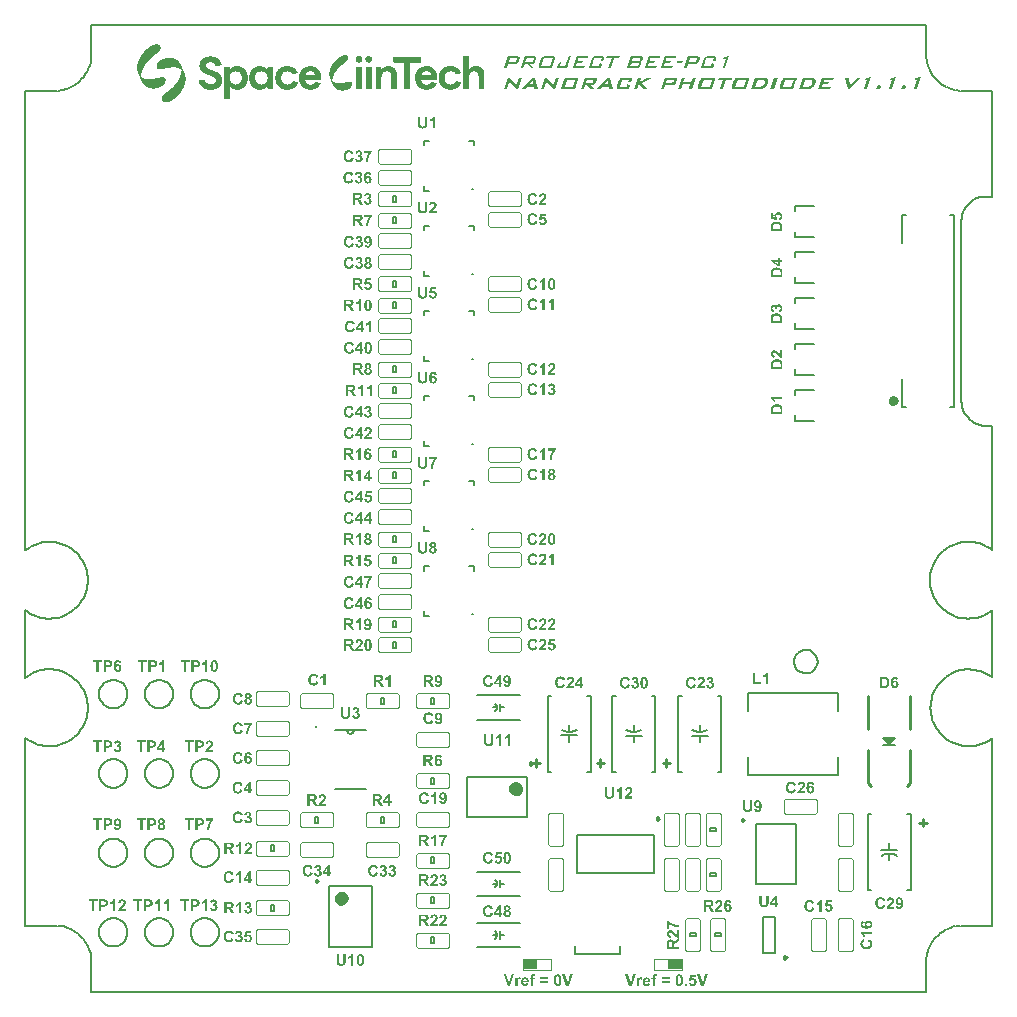
<source format=gbr>
G04*
G04 #@! TF.GenerationSoftware,Altium Limited,Altium Designer,24.1.2 (44)*
G04*
G04 Layer_Color=65535*
%FSLAX44Y44*%
%MOMM*%
G71*
G04*
G04 #@! TF.SameCoordinates,5BE5AD36-3FF4-4A78-A3BF-1A6130355080*
G04*
G04*
G04 #@! TF.FilePolarity,Positive*
G04*
G01*
G75*
%ADD10C,0.1000*%
%ADD11C,0.2000*%
%ADD12C,0.1270*%
%ADD13C,0.2500*%
%ADD14C,0.6000*%
%ADD15C,0.2032*%
%ADD16C,0.5080*%
%ADD17C,0.2540*%
%ADD18C,0.1524*%
%ADD19C,0.1500*%
%ADD20C,0.2540*%
%ADD21R,1.1708X0.8860*%
G36*
X128061Y817367D02*
X128900D01*
Y817087D01*
X129180D01*
Y816807D01*
X129460D01*
Y816528D01*
X129740D01*
Y816248D01*
X130020D01*
Y815688D01*
X130300D01*
Y814009D01*
X130020D01*
Y813169D01*
X129740D01*
Y812609D01*
X129460D01*
Y812330D01*
X129180D01*
Y812050D01*
X128900D01*
Y811490D01*
X128620D01*
Y811210D01*
X128341D01*
Y810930D01*
X128061D01*
Y810650D01*
X127781D01*
Y810370D01*
X127221D01*
Y810091D01*
X126941D01*
Y809811D01*
X126661D01*
Y809531D01*
X126382D01*
Y809251D01*
X125822D01*
Y808971D01*
X125542D01*
Y808691D01*
X124982D01*
Y808411D01*
X124702D01*
Y808132D01*
X124422D01*
Y807852D01*
X123863D01*
Y807572D01*
X123583D01*
Y807292D01*
X123303D01*
Y807012D01*
X122743D01*
Y806732D01*
X122463D01*
Y806452D01*
X122183D01*
Y806172D01*
X121903D01*
Y805893D01*
X121624D01*
Y805613D01*
X121344D01*
Y805333D01*
X121064D01*
Y805053D01*
X120784D01*
Y804773D01*
X120504D01*
Y804493D01*
X120224D01*
Y804213D01*
X119944D01*
Y803933D01*
X119665D01*
Y803654D01*
X119385D01*
Y803374D01*
X119105D01*
Y803094D01*
X118825D01*
Y802814D01*
X118545D01*
Y802254D01*
X118265D01*
Y801974D01*
X117985D01*
Y801694D01*
X117705D01*
Y801135D01*
X117426D01*
Y800855D01*
X117146D01*
Y800295D01*
X116866D01*
Y800015D01*
X116586D01*
Y799456D01*
X116306D01*
Y798896D01*
X116026D01*
Y798336D01*
X115746D01*
Y798056D01*
X115466D01*
Y797217D01*
X115187D01*
Y796657D01*
X114907D01*
Y796097D01*
X114627D01*
Y795257D01*
X114347D01*
Y794418D01*
X114067D01*
Y793298D01*
X113787D01*
Y791619D01*
X113507D01*
Y790220D01*
X113787D01*
Y789940D01*
X114067D01*
Y789660D01*
X114627D01*
Y789380D01*
X114907D01*
Y789100D01*
X115466D01*
Y788820D01*
X116306D01*
Y788541D01*
X117146D01*
Y788261D01*
X118265D01*
Y787981D01*
X122743D01*
Y788261D01*
X124422D01*
Y788541D01*
X125822D01*
Y788820D01*
X127221D01*
Y789100D01*
X128341D01*
Y789380D01*
X130020D01*
Y789660D01*
X132818D01*
Y789380D01*
X133378D01*
Y789100D01*
X133938D01*
Y788820D01*
X134218D01*
Y788261D01*
X134498D01*
Y786302D01*
X134218D01*
Y785462D01*
X133938D01*
Y784902D01*
X133658D01*
Y784343D01*
X133378D01*
Y784063D01*
X133098D01*
Y783783D01*
X132818D01*
Y783503D01*
X132539D01*
Y783223D01*
X132259D01*
Y782943D01*
X131979D01*
Y782663D01*
X131699D01*
Y782383D01*
X131419D01*
Y782104D01*
X130859D01*
Y781824D01*
X130300D01*
Y781544D01*
X129740D01*
Y781264D01*
X129180D01*
Y780984D01*
X128341D01*
Y780704D01*
X127221D01*
Y780424D01*
X125262D01*
Y780145D01*
X123023D01*
Y780424D01*
X120784D01*
Y780704D01*
X119944D01*
Y780984D01*
X119105D01*
Y781264D01*
X118545D01*
Y781544D01*
X117985D01*
Y781824D01*
X117426D01*
Y782104D01*
X117146D01*
Y782383D01*
X116866D01*
Y782663D01*
X116586D01*
Y782943D01*
X116306D01*
Y783223D01*
X116026D01*
Y783503D01*
X115746D01*
Y783783D01*
X115466D01*
Y784063D01*
X115187D01*
Y784622D01*
X114907D01*
Y785182D01*
X114627D01*
Y785742D01*
X114347D01*
Y786302D01*
X114067D01*
Y786861D01*
X113787D01*
Y787421D01*
X113507D01*
Y787981D01*
X113228D01*
Y788541D01*
X112948D01*
Y789100D01*
X112668D01*
Y789940D01*
X112388D01*
Y790500D01*
X112108D01*
Y791339D01*
X111828D01*
Y791899D01*
X111548D01*
Y792739D01*
X111269D01*
Y793298D01*
X110989D01*
Y794418D01*
X110709D01*
Y795537D01*
X110429D01*
Y800855D01*
X110709D01*
Y801974D01*
X110989D01*
Y802814D01*
X111269D01*
Y803654D01*
X111548D01*
Y804493D01*
X111828D01*
Y805053D01*
X112108D01*
Y805613D01*
X112388D01*
Y806172D01*
X112668D01*
Y806732D01*
X112948D01*
Y807292D01*
X113228D01*
Y807572D01*
X113507D01*
Y808132D01*
X113787D01*
Y808691D01*
X114067D01*
Y808971D01*
X114347D01*
Y809251D01*
X114627D01*
Y809811D01*
X114907D01*
Y810091D01*
X115187D01*
Y810370D01*
X115466D01*
Y810650D01*
X115746D01*
Y811210D01*
X116026D01*
Y811490D01*
X116306D01*
Y811770D01*
X116586D01*
Y812050D01*
X116866D01*
Y812330D01*
X117146D01*
Y812609D01*
X117426D01*
Y812889D01*
X117705D01*
Y813169D01*
X117985D01*
Y813449D01*
X118265D01*
Y813729D01*
X118545D01*
Y814009D01*
X119105D01*
Y814289D01*
X119385D01*
Y814569D01*
X119665D01*
Y814848D01*
X120224D01*
Y815128D01*
X120504D01*
Y815408D01*
X120784D01*
Y815688D01*
X121344D01*
Y815968D01*
X121624D01*
Y816248D01*
X122183D01*
Y816528D01*
X122743D01*
Y816807D01*
X123303D01*
Y817087D01*
X124143D01*
Y817367D01*
X125262D01*
Y817647D01*
X128061D01*
Y817367D01*
D02*
G37*
G36*
X140095Y805893D02*
X141215D01*
Y805613D01*
X142054D01*
Y805333D01*
X142614D01*
Y805053D01*
X143174D01*
Y804773D01*
X143733D01*
Y804493D01*
X144013D01*
Y804213D01*
X144573D01*
Y803933D01*
X144853D01*
Y803654D01*
X145133D01*
Y803374D01*
X145413D01*
Y803094D01*
X145693D01*
Y802534D01*
X145972D01*
Y802254D01*
X146252D01*
Y801974D01*
X146532D01*
Y801415D01*
X146812D01*
Y800855D01*
X147092D01*
Y800295D01*
X147372D01*
Y799735D01*
X147652D01*
Y799176D01*
X147931D01*
Y798616D01*
X148211D01*
Y798056D01*
X148491D01*
Y797217D01*
X148771D01*
Y796657D01*
X149051D01*
Y795817D01*
X149331D01*
Y795257D01*
X149611D01*
Y794418D01*
X149891D01*
Y793858D01*
X150170D01*
Y793019D01*
X150450D01*
Y792179D01*
X150730D01*
Y791339D01*
X151010D01*
Y789940D01*
X151290D01*
Y786861D01*
X151010D01*
Y785742D01*
Y785462D01*
Y785182D01*
X150730D01*
Y784063D01*
X150450D01*
Y783223D01*
X150170D01*
Y782383D01*
X149891D01*
Y781824D01*
X149611D01*
Y780984D01*
X149331D01*
Y780424D01*
X149051D01*
Y779865D01*
X148771D01*
Y779585D01*
X148491D01*
Y779025D01*
X148211D01*
Y778465D01*
X147931D01*
Y778185D01*
X147652D01*
Y777626D01*
X147372D01*
Y777346D01*
X147092D01*
Y776786D01*
X146812D01*
Y776506D01*
X146532D01*
Y776226D01*
X146252D01*
Y775667D01*
X145972D01*
Y775387D01*
X145693D01*
Y775107D01*
X145413D01*
Y774827D01*
X145133D01*
Y774547D01*
X144853D01*
Y774267D01*
X144573D01*
Y773987D01*
X144293D01*
Y773708D01*
X144013D01*
Y773428D01*
X143733D01*
Y773148D01*
X143454D01*
Y772868D01*
X143174D01*
Y772588D01*
X142894D01*
Y772308D01*
X142334D01*
Y772028D01*
X142054D01*
Y771748D01*
X141774D01*
Y771469D01*
X141495D01*
Y771189D01*
X140935D01*
Y770909D01*
X140655D01*
Y770629D01*
X140095D01*
Y770349D01*
X139815D01*
Y770069D01*
X139256D01*
Y769789D01*
X138696D01*
Y769510D01*
X138136D01*
Y769230D01*
X137296D01*
Y768950D01*
X135897D01*
Y768670D01*
X133658D01*
Y768950D01*
X132818D01*
Y769230D01*
X132259D01*
Y769510D01*
X131979D01*
Y769789D01*
X131699D01*
Y770069D01*
X131419D01*
Y770629D01*
X131139D01*
Y772588D01*
X131419D01*
Y773148D01*
X131699D01*
Y773708D01*
X131979D01*
Y774267D01*
X132259D01*
Y774547D01*
X132539D01*
Y774827D01*
X132818D01*
Y775107D01*
X133098D01*
Y775387D01*
X133378D01*
Y775667D01*
X133658D01*
Y775947D01*
X133938D01*
Y776226D01*
X134218D01*
Y776506D01*
X134498D01*
Y776786D01*
X135057D01*
Y777066D01*
X135337D01*
Y777346D01*
X135617D01*
Y777626D01*
X136177D01*
Y777906D01*
X136457D01*
Y778185D01*
X137016D01*
Y778465D01*
X137296D01*
Y778745D01*
X137576D01*
Y779025D01*
X138136D01*
Y779305D01*
X138416D01*
Y779585D01*
X138696D01*
Y779865D01*
X138976D01*
Y780145D01*
X139256D01*
Y780424D01*
X139815D01*
Y780704D01*
X140095D01*
Y780984D01*
X140375D01*
Y781264D01*
X140655D01*
Y781544D01*
X140935D01*
Y781824D01*
X141215D01*
Y782104D01*
X141495D01*
Y782663D01*
X141774D01*
Y782943D01*
X142054D01*
Y783223D01*
X142334D01*
Y783503D01*
X142614D01*
Y783783D01*
X142894D01*
Y784063D01*
X143174D01*
Y784622D01*
X143454D01*
Y784902D01*
X143733D01*
Y785182D01*
X144013D01*
Y785742D01*
X144293D01*
Y786022D01*
X144573D01*
Y786581D01*
X144853D01*
Y787141D01*
X145133D01*
Y787701D01*
X145413D01*
Y787981D01*
X145693D01*
Y788541D01*
X145972D01*
Y789380D01*
X146252D01*
Y789940D01*
X146532D01*
Y790500D01*
X146812D01*
Y791339D01*
X147092D01*
Y792179D01*
X147372D01*
Y793298D01*
X147652D01*
Y795537D01*
X147931D01*
Y796097D01*
X147652D01*
Y796377D01*
X147372D01*
Y796657D01*
X147092D01*
Y796937D01*
X146532D01*
Y797217D01*
X145972D01*
Y797496D01*
X145413D01*
Y797776D01*
X144573D01*
Y798056D01*
X143174D01*
Y798336D01*
X138696D01*
Y798056D01*
X136737D01*
Y797776D01*
X135617D01*
Y797496D01*
X134218D01*
Y797217D01*
X133098D01*
Y796937D01*
X131419D01*
Y796657D01*
X128620D01*
Y796937D01*
X128061D01*
Y797217D01*
X127501D01*
Y797496D01*
X127221D01*
Y798056D01*
X126941D01*
Y800295D01*
X127221D01*
Y801135D01*
X127501D01*
Y801694D01*
X127781D01*
Y802254D01*
X128061D01*
Y802534D01*
X128341D01*
Y802814D01*
X128620D01*
Y803094D01*
X128900D01*
Y803374D01*
X129180D01*
Y803654D01*
X129460D01*
Y803933D01*
X130020D01*
Y804213D01*
X130300D01*
Y804493D01*
X130859D01*
Y804773D01*
X131419D01*
Y805053D01*
X131979D01*
Y805333D01*
X132539D01*
Y805613D01*
X133658D01*
Y805893D01*
X134778D01*
Y806172D01*
X140095D01*
Y805893D01*
D02*
G37*
G36*
X177598Y794138D02*
X178158D01*
Y793858D01*
X178717D01*
Y793578D01*
X178997D01*
Y793298D01*
X179557D01*
Y793019D01*
X179837D01*
Y792739D01*
X180117D01*
Y792459D01*
X180396D01*
Y792179D01*
X180676D01*
Y791899D01*
X180956D01*
Y791339D01*
X181236D01*
Y791059D01*
X181516D01*
Y790220D01*
X181796D01*
Y789660D01*
X182076D01*
Y787981D01*
X182355D01*
Y786022D01*
X182076D01*
Y784622D01*
X181796D01*
Y784063D01*
X181516D01*
Y783503D01*
X181236D01*
Y782943D01*
X180956D01*
Y782663D01*
X180676D01*
Y782104D01*
X180396D01*
Y781824D01*
X180117D01*
Y781544D01*
X179837D01*
Y781264D01*
X179277D01*
Y780984D01*
X178997D01*
Y780704D01*
X178437D01*
Y780424D01*
X178158D01*
Y780145D01*
X177598D01*
Y779865D01*
X176758D01*
Y779585D01*
X175639D01*
Y779305D01*
X173959D01*
Y779025D01*
X171161D01*
Y779305D01*
X169482D01*
Y779585D01*
X168362D01*
Y779865D01*
X167802D01*
Y780145D01*
X167243D01*
Y780424D01*
X166683D01*
Y780704D01*
X166123D01*
Y780984D01*
X165843D01*
Y781264D01*
X165563D01*
Y781544D01*
X165283D01*
Y781824D01*
X165004D01*
Y782104D01*
X164724D01*
Y782383D01*
X164444D01*
Y782663D01*
X164164D01*
Y782943D01*
X163884D01*
Y783503D01*
X163604D01*
Y783783D01*
X163324D01*
Y784343D01*
X163044D01*
Y785182D01*
X162765D01*
Y785742D01*
X162485D01*
Y786861D01*
X163044D01*
Y787141D01*
X164164D01*
Y787421D01*
X165563D01*
Y787701D01*
X166683D01*
Y787981D01*
X166963D01*
Y787701D01*
X167243D01*
Y787421D01*
X167522D01*
Y786861D01*
X167802D01*
Y786302D01*
X168082D01*
Y786022D01*
X168362D01*
Y785462D01*
X168642D01*
Y785182D01*
X169202D01*
Y784902D01*
X169482D01*
Y784622D01*
X170041D01*
Y784343D01*
X170881D01*
Y784063D01*
X174519D01*
Y784343D01*
X175359D01*
Y784622D01*
X175919D01*
Y784902D01*
X176198D01*
Y785182D01*
X176478D01*
Y785462D01*
X176758D01*
Y786022D01*
X177038D01*
Y787701D01*
X176758D01*
Y788261D01*
X176478D01*
Y788820D01*
X176198D01*
Y789100D01*
X175919D01*
Y789380D01*
X175639D01*
Y789660D01*
X175079D01*
Y789940D01*
X174519D01*
Y790220D01*
X173959D01*
Y790500D01*
X173400D01*
Y790780D01*
X172560D01*
Y791059D01*
X171721D01*
Y791339D01*
X171161D01*
Y791619D01*
X170321D01*
Y791899D01*
X169482D01*
Y792179D01*
X168922D01*
Y792459D01*
X168082D01*
Y792739D01*
X167522D01*
Y793019D01*
X167243D01*
Y793298D01*
X166683D01*
Y793578D01*
X166403D01*
Y793858D01*
X165843D01*
Y794138D01*
X165563D01*
Y794418D01*
X165283D01*
Y794698D01*
X165004D01*
Y794978D01*
X164724D01*
Y795257D01*
X164444D01*
Y795817D01*
X164164D01*
Y796097D01*
X163884D01*
Y796657D01*
X163604D01*
Y797496D01*
X163324D01*
Y798896D01*
X163044D01*
Y800575D01*
X163324D01*
Y801974D01*
X163604D01*
Y802814D01*
X163884D01*
Y803374D01*
X164164D01*
Y803654D01*
X164444D01*
Y804213D01*
X164724D01*
Y804493D01*
X165004D01*
Y804773D01*
X165283D01*
Y805053D01*
X165563D01*
Y805333D01*
X165843D01*
Y805613D01*
X166403D01*
Y805893D01*
X166683D01*
Y806172D01*
X167243D01*
Y806452D01*
X167802D01*
Y806732D01*
X168642D01*
Y807012D01*
X169482D01*
Y807292D01*
X171161D01*
Y807572D01*
X173400D01*
Y807292D01*
X175359D01*
Y807012D01*
X176198D01*
Y806732D01*
X177038D01*
Y806452D01*
X177598D01*
Y806172D01*
X177878D01*
Y805893D01*
X178437D01*
Y805613D01*
X178717D01*
Y805333D01*
X178997D01*
Y805053D01*
X179277D01*
Y804773D01*
X179557D01*
Y804493D01*
X179837D01*
Y804213D01*
X180117D01*
Y803933D01*
X180396D01*
Y803374D01*
X180676D01*
Y803094D01*
X180956D01*
Y802534D01*
X181236D01*
Y801694D01*
X181516D01*
Y800855D01*
X181796D01*
Y800295D01*
X181236D01*
Y800015D01*
X180117D01*
Y799735D01*
X178997D01*
Y799456D01*
X177878D01*
Y799176D01*
X176758D01*
Y799456D01*
X176478D01*
Y800015D01*
X176198D01*
Y800575D01*
X175919D01*
Y801135D01*
X175639D01*
Y801415D01*
X175359D01*
Y801694D01*
X174799D01*
Y801974D01*
X174519D01*
Y802254D01*
X173680D01*
Y802534D01*
X170881D01*
Y802254D01*
X170041D01*
Y801974D01*
X169482D01*
Y801694D01*
X169202D01*
Y801415D01*
X168922D01*
Y801135D01*
X168642D01*
Y800575D01*
X168362D01*
Y799176D01*
X168642D01*
Y798616D01*
X168922D01*
Y798336D01*
X169202D01*
Y798056D01*
X169482D01*
Y797776D01*
X169761D01*
Y797496D01*
X170041D01*
Y797217D01*
X170601D01*
Y796937D01*
X171161D01*
Y796657D01*
X171721D01*
Y796377D01*
X172560D01*
Y796097D01*
X173400D01*
Y795817D01*
X174239D01*
Y795537D01*
X175079D01*
Y795257D01*
X175919D01*
Y794978D01*
X176478D01*
Y794698D01*
X177038D01*
Y794418D01*
X177598D01*
Y794138D01*
D02*
G37*
G36*
X197189Y798896D02*
X198308D01*
Y798616D01*
X198868D01*
Y798336D01*
X199428D01*
Y798056D01*
X199987D01*
Y797776D01*
X200267D01*
Y797496D01*
X200827D01*
Y797217D01*
X201107D01*
Y796937D01*
X201387D01*
Y796657D01*
X201667D01*
Y796377D01*
X201947D01*
Y795817D01*
X202226D01*
Y795537D01*
X202506D01*
Y794978D01*
X202786D01*
Y794418D01*
X203066D01*
Y793858D01*
X203346D01*
Y793019D01*
X203626D01*
Y791899D01*
X203906D01*
Y786581D01*
X203626D01*
Y785462D01*
X203346D01*
Y784622D01*
X203066D01*
Y784063D01*
X202786D01*
Y783503D01*
X202506D01*
Y782943D01*
X202226D01*
Y782663D01*
X201947D01*
Y782383D01*
X201667D01*
Y781824D01*
X201387D01*
Y781544D01*
X201107D01*
Y781264D01*
X200547D01*
Y780984D01*
X200267D01*
Y780704D01*
X199987D01*
Y780424D01*
X199428D01*
Y780145D01*
X198868D01*
Y779865D01*
X198028D01*
Y779585D01*
X197189D01*
Y779305D01*
X192991D01*
Y779585D01*
X192151D01*
Y779865D01*
X191311D01*
Y780145D01*
X190752D01*
Y780424D01*
X190472D01*
Y780704D01*
X189912D01*
Y780984D01*
X189632D01*
Y781264D01*
X189352D01*
Y781544D01*
X189072D01*
Y781824D01*
X188792D01*
Y771469D01*
X184315D01*
Y771748D01*
X184035D01*
Y788541D01*
Y788820D01*
Y798616D01*
X184315D01*
Y798896D01*
X188513D01*
Y797217D01*
X188792D01*
Y796657D01*
X189072D01*
Y796937D01*
X189352D01*
Y797217D01*
X189632D01*
Y797496D01*
X189912D01*
Y797776D01*
X190472D01*
Y798056D01*
X190752D01*
Y798336D01*
X191311D01*
Y798616D01*
X191871D01*
Y798896D01*
X192711D01*
Y799176D01*
X197189D01*
Y798896D01*
D02*
G37*
G36*
X216220D02*
X217339D01*
Y798616D01*
X217899D01*
Y798336D01*
X218459D01*
Y798056D01*
X218739D01*
Y797776D01*
X219298D01*
Y797496D01*
X219578D01*
Y797217D01*
X219858D01*
Y796937D01*
X220138D01*
Y796657D01*
X220418D01*
Y797496D01*
X220698D01*
Y798896D01*
X224896D01*
Y798616D01*
X225176D01*
Y792179D01*
Y791899D01*
Y779865D01*
X224896D01*
Y779585D01*
X220698D01*
Y780984D01*
X220418D01*
Y781824D01*
X220138D01*
Y781544D01*
X219858D01*
Y781264D01*
X219578D01*
Y780984D01*
X219298D01*
Y780704D01*
X218739D01*
Y780424D01*
X218459D01*
Y780145D01*
X217899D01*
Y779865D01*
X217059D01*
Y779585D01*
X216220D01*
Y779305D01*
X212022D01*
Y779585D01*
X211182D01*
Y779865D01*
X210343D01*
Y780145D01*
X209783D01*
Y780424D01*
X209223D01*
Y780704D01*
X208943D01*
Y780984D01*
X208384D01*
Y781264D01*
X208104D01*
Y781544D01*
X207824D01*
Y781824D01*
X207544D01*
Y782383D01*
X207264D01*
Y782663D01*
X206984D01*
Y782943D01*
X206704D01*
Y783503D01*
X206424D01*
Y784063D01*
X206145D01*
Y784622D01*
X205865D01*
Y785462D01*
X205585D01*
Y786581D01*
X205305D01*
Y791899D01*
X205585D01*
Y793019D01*
X205865D01*
Y793858D01*
X206145D01*
Y794418D01*
X206424D01*
Y794978D01*
X206704D01*
Y795537D01*
X206984D01*
Y795817D01*
X207264D01*
Y796377D01*
X207544D01*
Y796657D01*
X207824D01*
Y796937D01*
X208104D01*
Y797217D01*
X208384D01*
Y797496D01*
X208943D01*
Y797776D01*
X209223D01*
Y798056D01*
X209783D01*
Y798336D01*
X210343D01*
Y798616D01*
X210902D01*
Y798896D01*
X212022D01*
Y799176D01*
X216220D01*
Y798896D01*
D02*
G37*
G36*
X230493Y781544D02*
Y781824D01*
X230213D01*
Y782104D01*
X229933D01*
Y782383D01*
X229654D01*
Y782663D01*
X229374D01*
Y782943D01*
X229094D01*
Y783503D01*
X228814D01*
Y783783D01*
X228534D01*
Y784343D01*
X228254D01*
Y785182D01*
X227974D01*
Y786022D01*
X227694D01*
Y787421D01*
X227415D01*
Y791059D01*
X227694D01*
Y792459D01*
X227974D01*
Y793298D01*
X228254D01*
Y794138D01*
X228534D01*
Y794698D01*
X228814D01*
Y794978D01*
X229094D01*
Y795537D01*
X229374D01*
Y795817D01*
X229654D01*
Y796097D01*
X229933D01*
Y796657D01*
X230213D01*
Y796937D01*
X230773D01*
Y797217D01*
X231053D01*
Y797496D01*
X231333D01*
Y797776D01*
X231893D01*
Y798056D01*
X232452D01*
Y798336D01*
X233012D01*
Y798616D01*
X233852D01*
Y798896D01*
X234691D01*
Y799176D01*
X240009D01*
Y798896D01*
X241128D01*
Y798616D01*
X241688D01*
Y798336D01*
X242248D01*
Y798056D01*
X242808D01*
Y797776D01*
X243087D01*
Y797496D01*
X243647D01*
Y797217D01*
X243927D01*
Y796937D01*
X244207D01*
Y796657D01*
X244487D01*
Y796377D01*
X244767D01*
Y795817D01*
X245047D01*
Y795537D01*
X245326D01*
Y794978D01*
X245606D01*
Y794418D01*
X245886D01*
Y793858D01*
X246166D01*
Y793298D01*
X245886D01*
Y793019D01*
X245047D01*
Y792739D01*
X244207D01*
Y792459D01*
X243367D01*
Y792179D01*
X241968D01*
Y792459D01*
X241688D01*
Y793019D01*
X241408D01*
Y793298D01*
X241128D01*
Y793578D01*
X240848D01*
Y793858D01*
X240569D01*
Y794138D01*
X240009D01*
Y794418D01*
X239449D01*
Y794698D01*
X238330D01*
Y794978D01*
X236930D01*
Y794698D01*
X235811D01*
Y794418D01*
X234971D01*
Y794138D01*
X234691D01*
Y793858D01*
X234132D01*
Y793578D01*
X233852D01*
Y793298D01*
X233572D01*
Y792739D01*
X233292D01*
Y792459D01*
X233012D01*
Y791619D01*
X232732D01*
Y790780D01*
X232452D01*
Y787701D01*
X232732D01*
Y786861D01*
X233012D01*
Y786022D01*
X233292D01*
Y785742D01*
X233572D01*
Y785462D01*
X233852D01*
Y785182D01*
X234132D01*
Y784902D01*
X234411D01*
Y784622D01*
X234691D01*
Y784343D01*
X235251D01*
Y784063D01*
X235811D01*
Y783783D01*
X237490D01*
Y783503D01*
X237770D01*
Y783783D01*
X239449D01*
Y784063D01*
X240009D01*
Y784343D01*
X240569D01*
Y784622D01*
X240848D01*
Y784902D01*
X241128D01*
Y785182D01*
X241408D01*
Y785742D01*
X241688D01*
Y786022D01*
X241968D01*
Y786302D01*
X242248D01*
Y786581D01*
X242808D01*
Y786302D01*
X243927D01*
Y786022D01*
X245326D01*
Y785742D01*
X246166D01*
Y785462D01*
X246446D01*
Y784902D01*
X246166D01*
Y784063D01*
X245886D01*
Y783783D01*
X245606D01*
Y783223D01*
X245326D01*
Y782663D01*
X245047D01*
Y782383D01*
X244767D01*
Y782104D01*
X244487D01*
Y781824D01*
X244207D01*
Y781544D01*
X243927D01*
Y781264D01*
X243647D01*
Y780984D01*
X243087D01*
Y780704D01*
X242808D01*
Y780424D01*
X242248D01*
Y780145D01*
X241688D01*
Y779865D01*
X240848D01*
Y779585D01*
X239729D01*
Y779305D01*
X234971D01*
Y779585D01*
X233852D01*
Y779865D01*
X233012D01*
Y780145D01*
X232452D01*
Y780424D01*
X231893D01*
Y780704D01*
X231613D01*
Y780984D01*
X231053D01*
Y781264D01*
X230773D01*
Y781544D01*
X230493D01*
D02*
G37*
G36*
X259320Y798896D02*
X260439D01*
Y798616D01*
X260999D01*
Y798336D01*
X261559D01*
Y798056D01*
X262119D01*
Y797776D01*
X262398D01*
Y797496D01*
X262958D01*
Y797217D01*
X263238D01*
Y796937D01*
X263518D01*
Y796657D01*
X263798D01*
Y796377D01*
X264078D01*
Y795817D01*
X264357D01*
Y795537D01*
X264637D01*
Y794978D01*
X264917D01*
Y794418D01*
X265197D01*
Y793858D01*
X265477D01*
Y793019D01*
X265757D01*
Y791899D01*
X266037D01*
Y789660D01*
X266317D01*
Y787981D01*
X266037D01*
Y787701D01*
X252603D01*
Y786581D01*
X252883D01*
Y786022D01*
X253163D01*
Y785462D01*
X253443D01*
Y785182D01*
X253722D01*
Y784902D01*
X254002D01*
Y784622D01*
X254282D01*
Y784343D01*
X254562D01*
Y784063D01*
X255122D01*
Y783783D01*
X255961D01*
Y783503D01*
X258200D01*
Y783783D01*
X259320D01*
Y784063D01*
X259880D01*
Y784343D01*
X260159D01*
Y784622D01*
X260439D01*
Y784902D01*
X260719D01*
Y785182D01*
X260999D01*
Y785462D01*
X261279D01*
Y785742D01*
X261839D01*
Y786022D01*
X262119D01*
Y785742D01*
X262958D01*
Y785462D01*
X263798D01*
Y785182D01*
X264637D01*
Y784902D01*
X265477D01*
Y784622D01*
X265757D01*
Y784343D01*
X265477D01*
Y783783D01*
X265197D01*
Y783223D01*
X264917D01*
Y782943D01*
X264637D01*
Y782383D01*
X264357D01*
Y782104D01*
X264078D01*
Y781824D01*
X263798D01*
Y781544D01*
X263518D01*
Y781264D01*
X263238D01*
Y780984D01*
X262678D01*
Y780704D01*
X262398D01*
Y780424D01*
X261839D01*
Y780145D01*
X261279D01*
Y779865D01*
X260439D01*
Y779585D01*
X259320D01*
Y779305D01*
X254842D01*
Y779585D01*
X253722D01*
Y779865D01*
X252883D01*
Y780145D01*
X252323D01*
Y780424D01*
X251763D01*
Y780704D01*
X251204D01*
Y780984D01*
X250924D01*
Y781264D01*
X250644D01*
Y781544D01*
X250364D01*
Y781824D01*
X249804D01*
Y782383D01*
X249524D01*
Y782663D01*
X249244D01*
Y782943D01*
X248965D01*
Y783503D01*
X248685D01*
Y783783D01*
X248405D01*
Y784343D01*
X248125D01*
Y785182D01*
X247845D01*
Y786022D01*
X247565D01*
Y787421D01*
X247285D01*
Y791059D01*
X247565D01*
Y792459D01*
X247845D01*
Y793298D01*
X248125D01*
Y794138D01*
X248405D01*
Y794698D01*
X248685D01*
Y794978D01*
X248965D01*
Y795537D01*
X249244D01*
Y795817D01*
X249524D01*
Y796377D01*
X249804D01*
Y796657D01*
X250084D01*
Y796937D01*
X250364D01*
Y797217D01*
X250924D01*
Y797496D01*
X251204D01*
Y797776D01*
X251763D01*
Y798056D01*
X252043D01*
Y798336D01*
X252883D01*
Y798616D01*
X253443D01*
Y798896D01*
X254562D01*
Y799176D01*
X259320D01*
Y798896D01*
D02*
G37*
G36*
X281989Y807012D02*
Y807292D01*
X282549D01*
Y807572D01*
X283109D01*
Y807852D01*
X283669D01*
Y808132D01*
X284508D01*
Y808411D01*
X287587D01*
Y808132D01*
X288146D01*
Y807852D01*
X288426D01*
Y807572D01*
X288706D01*
Y807012D01*
X288986D01*
Y805333D01*
X288706D01*
Y804773D01*
X288426D01*
Y804213D01*
X288146D01*
Y803933D01*
X287867D01*
Y803654D01*
X287587D01*
Y803374D01*
X287307D01*
Y803094D01*
X287027D01*
Y802814D01*
X286747D01*
Y802534D01*
X286467D01*
Y802254D01*
X286187D01*
Y801974D01*
X285628D01*
Y801694D01*
X285348D01*
Y801415D01*
X285068D01*
Y801135D01*
X284508D01*
Y800855D01*
X284228D01*
Y800575D01*
X283669D01*
Y800295D01*
X283389D01*
Y800015D01*
X283109D01*
Y799735D01*
X282829D01*
Y799456D01*
X282549D01*
Y799176D01*
X281989D01*
Y798896D01*
X281709D01*
Y798616D01*
X281430D01*
Y798336D01*
X281150D01*
Y798056D01*
X280870D01*
Y797776D01*
X280590D01*
Y797496D01*
X280310D01*
Y796937D01*
X280030D01*
Y796657D01*
X279750D01*
Y796377D01*
X279471D01*
Y796097D01*
X279191D01*
Y795537D01*
X278911D01*
Y795257D01*
X278631D01*
Y794978D01*
X278351D01*
Y794418D01*
X278071D01*
Y793858D01*
X277791D01*
Y793578D01*
X277512D01*
Y793019D01*
X277232D01*
Y792459D01*
X276952D01*
Y791899D01*
X276672D01*
Y791059D01*
X276392D01*
Y790500D01*
X276112D01*
Y789380D01*
X275832D01*
Y787981D01*
X275552D01*
Y786581D01*
X275832D01*
Y786302D01*
X276112D01*
Y786022D01*
X276392D01*
Y785742D01*
X276952D01*
Y785462D01*
X277512D01*
Y785182D01*
X278351D01*
Y784902D01*
X279750D01*
Y784622D01*
X282549D01*
Y784902D01*
X284508D01*
Y785182D01*
X285908D01*
Y785462D01*
X287027D01*
Y785742D01*
X288426D01*
Y786022D01*
X291225D01*
Y785742D01*
X291785D01*
Y785462D01*
X292065D01*
Y784902D01*
X292345D01*
Y783223D01*
X292065D01*
Y782383D01*
X291785D01*
Y782104D01*
X291505D01*
Y781544D01*
X291225D01*
Y781264D01*
X290945D01*
Y780984D01*
X290665D01*
Y780704D01*
X290385D01*
Y780424D01*
X290106D01*
Y780145D01*
X289546D01*
Y779865D01*
X288986D01*
Y779585D01*
X288426D01*
Y779305D01*
X287867D01*
Y779025D01*
X287027D01*
Y778745D01*
X285628D01*
Y778465D01*
X282549D01*
Y778745D01*
X280870D01*
Y779025D01*
X280030D01*
Y779305D01*
X279471D01*
Y779585D01*
X278911D01*
Y779865D01*
X278631D01*
Y780145D01*
X278351D01*
Y780424D01*
X278071D01*
Y780704D01*
X277791D01*
Y780984D01*
X277512D01*
Y781264D01*
X277232D01*
Y781544D01*
X276952D01*
Y782104D01*
X276672D01*
Y782383D01*
X276392D01*
Y782943D01*
X276112D01*
Y783503D01*
X275832D01*
Y784063D01*
X275552D01*
Y784622D01*
X275273D01*
Y785462D01*
X274993D01*
Y786022D01*
X274713D01*
Y786581D01*
X274433D01*
Y787421D01*
X274153D01*
Y787981D01*
X273873D01*
Y788820D01*
X273593D01*
Y789660D01*
X273313D01*
Y790780D01*
X273034D01*
Y794698D01*
X273313D01*
Y796097D01*
X273593D01*
Y796937D01*
X273873D01*
Y797776D01*
X274153D01*
Y798336D01*
X274433D01*
Y798896D01*
X274713D01*
Y799456D01*
X274993D01*
Y800015D01*
X275273D01*
Y800575D01*
X275552D01*
Y800855D01*
X275832D01*
Y801415D01*
X276112D01*
Y801694D01*
X276392D01*
Y801974D01*
X276672D01*
Y802534D01*
X276952D01*
Y802814D01*
X277232D01*
Y803094D01*
X277512D01*
Y803374D01*
X277791D01*
Y803654D01*
X278071D01*
Y803933D01*
X278351D01*
Y804213D01*
X278631D01*
Y804493D01*
X278911D01*
Y804773D01*
X279191D01*
Y805053D01*
X279471D01*
Y805333D01*
X279750D01*
Y805613D01*
X280030D01*
Y805893D01*
X280310D01*
Y806172D01*
X280870D01*
Y806452D01*
X281150D01*
Y806732D01*
X281430D01*
Y807012D01*
X281709D01*
X281989D01*
D02*
G37*
G36*
X307738Y807292D02*
X308297D01*
Y807012D01*
X308577D01*
Y806732D01*
X308857D01*
Y806172D01*
X309137D01*
Y803654D01*
X308857D01*
Y803374D01*
X308577D01*
Y803094D01*
X308297D01*
Y802814D01*
X308017D01*
Y802534D01*
X307178D01*
Y802254D01*
X305778D01*
Y802534D01*
X304939D01*
Y802814D01*
X304379D01*
Y803094D01*
X304099D01*
Y803654D01*
X303819D01*
Y804213D01*
X303539D01*
Y805893D01*
X303819D01*
Y806452D01*
X304099D01*
Y806732D01*
X304379D01*
Y807012D01*
X304659D01*
Y807292D01*
X304939D01*
Y807572D01*
X307738D01*
Y807292D01*
D02*
G37*
G36*
X299621D02*
X299901D01*
Y807012D01*
X300461D01*
Y806452D01*
X300741D01*
Y806172D01*
X301021D01*
Y803933D01*
X300741D01*
Y803374D01*
X300461D01*
Y803094D01*
X300181D01*
Y802814D01*
X299621D01*
Y802534D01*
X299062D01*
Y802254D01*
X297382D01*
Y802534D01*
X296822D01*
Y802814D01*
X296263D01*
Y803094D01*
X295983D01*
Y803374D01*
X295703D01*
Y803933D01*
X295423D01*
Y805893D01*
Y806172D01*
X295703D01*
Y806452D01*
X295983D01*
Y807012D01*
X296543D01*
Y807292D01*
X296822D01*
Y807572D01*
X299621D01*
Y807292D01*
D02*
G37*
G36*
X325369Y798896D02*
X326209D01*
Y798616D01*
X327048D01*
Y798336D01*
X327328D01*
Y798056D01*
X327888D01*
Y797776D01*
X328168D01*
Y797496D01*
X328448D01*
Y797217D01*
X328728D01*
Y796937D01*
X329008D01*
Y796377D01*
X329287D01*
Y795817D01*
X329567D01*
Y795257D01*
X329847D01*
Y794418D01*
X330127D01*
Y779585D01*
X325369D01*
Y791899D01*
X325089D01*
Y792739D01*
X324809D01*
Y793298D01*
X324530D01*
Y793858D01*
X324250D01*
Y794138D01*
X323970D01*
Y794418D01*
X323410D01*
Y794698D01*
X322291D01*
Y794978D01*
X321171D01*
Y794698D01*
X320052D01*
Y794418D01*
X319492D01*
Y794138D01*
X318932D01*
Y793858D01*
X318652D01*
Y793578D01*
X318372D01*
Y793298D01*
X318093D01*
Y792739D01*
X317813D01*
Y792179D01*
X317533D01*
Y791619D01*
X317253D01*
Y789940D01*
X316973D01*
Y779585D01*
X312495D01*
Y779865D01*
X312215D01*
Y782663D01*
Y782943D01*
Y798616D01*
X312495D01*
Y798896D01*
X316693D01*
Y797217D01*
X316973D01*
Y796657D01*
X317253D01*
Y796937D01*
X317533D01*
Y797217D01*
X317813D01*
Y797496D01*
X318093D01*
Y797776D01*
X318652D01*
Y798056D01*
X318932D01*
Y798336D01*
X319492D01*
Y798616D01*
X320052D01*
Y798896D01*
X321171D01*
Y799176D01*
X325369D01*
Y798896D01*
D02*
G37*
G36*
X378265D02*
X379104D01*
Y798616D01*
X379944D01*
Y798336D01*
X380504D01*
Y798056D01*
X381063D01*
Y797776D01*
X381343D01*
Y797496D01*
X381903D01*
Y797217D01*
X382183D01*
Y796937D01*
X382463D01*
Y796657D01*
X382743D01*
Y796097D01*
X383023D01*
Y795817D01*
X383302D01*
Y795537D01*
X383582D01*
Y794978D01*
X383862D01*
Y794418D01*
X384142D01*
Y793019D01*
X383302D01*
Y792739D01*
X382463D01*
Y792459D01*
X381343D01*
Y792179D01*
X380224D01*
Y792459D01*
X379944D01*
Y792739D01*
X379664D01*
Y793298D01*
X379384D01*
Y793578D01*
X379104D01*
Y793858D01*
X378825D01*
Y794138D01*
X378265D01*
Y794418D01*
X377705D01*
Y794698D01*
X376586D01*
Y794978D01*
X375186D01*
Y794698D01*
X373787D01*
Y794418D01*
X373227D01*
Y794138D01*
X372667D01*
Y793858D01*
X372388D01*
Y793578D01*
X372108D01*
Y793298D01*
X371828D01*
Y793019D01*
X371548D01*
Y792459D01*
X371268D01*
Y791899D01*
X370988D01*
Y791059D01*
X370708D01*
Y787421D01*
X370988D01*
Y786581D01*
X371268D01*
Y786022D01*
X371548D01*
Y785742D01*
X371828D01*
Y785182D01*
X372108D01*
Y784902D01*
X372388D01*
Y784622D01*
X372947D01*
Y784343D01*
X373227D01*
Y784063D01*
X374067D01*
Y783783D01*
X375466D01*
Y783503D01*
X376026D01*
Y783783D01*
X377425D01*
Y784063D01*
X378265D01*
Y784343D01*
X378545D01*
Y784622D01*
X379104D01*
Y784902D01*
X379384D01*
Y785182D01*
X379664D01*
Y785742D01*
X379944D01*
Y786022D01*
X380224D01*
Y786302D01*
X380504D01*
Y786581D01*
X381063D01*
Y786302D01*
X382183D01*
Y786022D01*
X383302D01*
Y785742D01*
X384422D01*
Y785462D01*
X384702D01*
Y784902D01*
X384422D01*
Y784343D01*
X384142D01*
Y783783D01*
X383862D01*
Y783223D01*
X383582D01*
Y782943D01*
X383302D01*
Y782383D01*
X383023D01*
Y782104D01*
X382743D01*
Y781824D01*
X382463D01*
Y781544D01*
X382183D01*
Y781264D01*
X381903D01*
Y780984D01*
X381343D01*
Y780704D01*
X381063D01*
Y780424D01*
X380504D01*
Y780145D01*
X379944D01*
Y779865D01*
X379104D01*
Y779585D01*
X377985D01*
Y779305D01*
X373227D01*
Y779585D01*
X372108D01*
Y779865D01*
X371268D01*
Y780145D01*
X370708D01*
Y780424D01*
X370149D01*
Y780704D01*
X369589D01*
Y780984D01*
X369309D01*
Y781264D01*
X369029D01*
Y781544D01*
X368469D01*
Y781824D01*
X368190D01*
Y782104D01*
X367910D01*
Y782663D01*
X367630D01*
Y782943D01*
X367350D01*
Y783223D01*
X367070D01*
Y783783D01*
X366790D01*
Y784343D01*
X366510D01*
Y784902D01*
X366230D01*
Y785742D01*
X365951D01*
Y787141D01*
X365671D01*
Y791619D01*
X365951D01*
Y792739D01*
X366230D01*
Y793578D01*
X366510D01*
Y794138D01*
X366790D01*
Y794698D01*
X367070D01*
Y795257D01*
X367350D01*
Y795537D01*
X367630D01*
Y795817D01*
X367910D01*
Y796377D01*
X368190D01*
Y796657D01*
X368469D01*
Y796937D01*
X368749D01*
Y797217D01*
X369309D01*
Y797496D01*
X369589D01*
Y797776D01*
X370149D01*
Y798056D01*
X370428D01*
Y798336D01*
X371268D01*
Y798616D01*
X371828D01*
Y798896D01*
X372947D01*
Y799176D01*
X378265D01*
Y798896D01*
D02*
G37*
G36*
X391139Y796937D02*
X391699D01*
Y797217D01*
X391978D01*
Y797496D01*
X392258D01*
Y797776D01*
X392538D01*
Y798056D01*
X393098D01*
Y798336D01*
X393378D01*
Y798616D01*
X394217D01*
Y798896D01*
X395057D01*
Y799176D01*
X399535D01*
Y798896D01*
X400374D01*
Y798616D01*
X400934D01*
Y798336D01*
X401494D01*
Y798056D01*
X401774D01*
Y797776D01*
X402334D01*
Y797496D01*
X402613D01*
Y796937D01*
X402893D01*
Y796657D01*
X403173D01*
Y796097D01*
X403453D01*
Y795817D01*
X403733D01*
Y794978D01*
X404013D01*
Y793578D01*
X404293D01*
Y779865D01*
X404013D01*
Y779585D01*
X399535D01*
Y790780D01*
X399255D01*
Y792459D01*
X398975D01*
Y793298D01*
X398695D01*
Y793578D01*
X398415D01*
Y793858D01*
X398136D01*
Y794138D01*
X397856D01*
Y794418D01*
X397296D01*
Y794698D01*
X396456D01*
Y794978D01*
X395057D01*
Y794698D01*
X394217D01*
Y794418D01*
X393378D01*
Y794138D01*
X393098D01*
Y793858D01*
X392818D01*
Y793578D01*
X392538D01*
Y793298D01*
X392258D01*
Y793019D01*
X391978D01*
Y792459D01*
X391699D01*
Y791899D01*
X391419D01*
Y790780D01*
X391139D01*
Y779585D01*
X386381D01*
Y807572D01*
X391139D01*
Y796937D01*
D02*
G37*
G36*
X349998Y806732D02*
X350278D01*
Y802254D01*
X341322D01*
Y780984D01*
Y780704D01*
Y779585D01*
X336564D01*
Y779865D01*
X336284D01*
Y802254D01*
X327608D01*
Y802534D01*
X327328D01*
Y806732D01*
X327608D01*
Y807012D01*
X349998D01*
Y806732D01*
D02*
G37*
G36*
X308857Y794978D02*
Y794698D01*
Y779865D01*
X308577D01*
Y779585D01*
X304099D01*
Y798896D01*
X308857D01*
Y794978D01*
D02*
G37*
G36*
X300461Y798616D02*
X300741D01*
Y784343D01*
Y784063D01*
Y779865D01*
X300461D01*
Y779585D01*
X295983D01*
Y779865D01*
X295703D01*
Y798616D01*
X295983D01*
Y798896D01*
X300461D01*
Y798616D01*
D02*
G37*
G36*
X357834Y798896D02*
X358674D01*
Y798616D01*
X359514D01*
Y798336D01*
X360073D01*
Y798056D01*
X360353D01*
Y797776D01*
X360913D01*
Y797496D01*
X361193D01*
Y797217D01*
X361473D01*
Y796937D01*
X361752D01*
Y796657D01*
X362032D01*
Y796377D01*
X362312D01*
Y796097D01*
X362592D01*
Y795537D01*
X362872D01*
Y794978D01*
X363152D01*
Y794698D01*
X363432D01*
Y793858D01*
X363712D01*
Y793298D01*
X363991D01*
Y792179D01*
X364271D01*
Y790500D01*
X364551D01*
Y787981D01*
X364271D01*
Y787701D01*
X350838D01*
Y786861D01*
X351117D01*
Y786022D01*
X351397D01*
Y785462D01*
X351677D01*
Y785182D01*
X351957D01*
Y784902D01*
X352237D01*
Y784622D01*
X352517D01*
Y784343D01*
X352797D01*
Y784063D01*
X353356D01*
Y783783D01*
X354196D01*
Y783503D01*
X356715D01*
Y783783D01*
X357554D01*
Y784063D01*
X358114D01*
Y784343D01*
X358394D01*
Y784622D01*
X358674D01*
Y784902D01*
X358954D01*
Y785182D01*
X359234D01*
Y785462D01*
X359514D01*
Y785742D01*
X360073D01*
Y786022D01*
X360633D01*
Y785742D01*
X361193D01*
Y785462D01*
X362032D01*
Y785182D01*
X362872D01*
Y784902D01*
X363712D01*
Y784622D01*
X363991D01*
Y784063D01*
X363712D01*
Y783503D01*
X363432D01*
Y783223D01*
X363152D01*
Y782663D01*
X362872D01*
Y782383D01*
X362592D01*
Y782104D01*
X362312D01*
Y781824D01*
X362032D01*
Y781544D01*
X361752D01*
Y781264D01*
X361473D01*
Y780984D01*
X360913D01*
Y780704D01*
X360633D01*
Y780424D01*
X360073D01*
Y780145D01*
X359514D01*
Y779865D01*
X358674D01*
Y779585D01*
X357554D01*
Y779305D01*
X353077D01*
Y779585D01*
X351957D01*
Y779865D01*
X351117D01*
Y780145D01*
X350558D01*
Y780424D01*
X349998D01*
Y780704D01*
X349718D01*
Y780984D01*
X349158D01*
Y781264D01*
X348878D01*
Y781544D01*
X348599D01*
Y781824D01*
X348319D01*
Y782104D01*
X348039D01*
Y782383D01*
X347759D01*
Y782663D01*
X347479D01*
Y783223D01*
X347199D01*
Y783503D01*
X346919D01*
Y784063D01*
X346639D01*
Y784622D01*
X346360D01*
Y785182D01*
X346080D01*
Y786302D01*
X345800D01*
Y787981D01*
X345520D01*
Y790780D01*
X345800D01*
Y792179D01*
X346080D01*
Y793298D01*
X346360D01*
Y793858D01*
X346639D01*
Y794418D01*
X346919D01*
Y794978D01*
X347199D01*
Y795537D01*
X347479D01*
Y795817D01*
X347759D01*
Y796097D01*
X348039D01*
Y796377D01*
X348319D01*
Y796657D01*
X348599D01*
Y796937D01*
X348878D01*
Y797217D01*
X349158D01*
Y797496D01*
X349438D01*
Y797776D01*
X349998D01*
Y798056D01*
X350558D01*
Y798336D01*
X351117D01*
Y798616D01*
X351677D01*
Y798896D01*
X352797D01*
Y799176D01*
X357834D01*
Y798896D01*
D02*
G37*
G36*
X196023Y268699D02*
X196074D01*
X196131Y268693D01*
X196201Y268686D01*
X196271Y268680D01*
X196354Y268674D01*
X196531Y268648D01*
X196722Y268616D01*
X196938Y268572D01*
X197166Y268515D01*
X197401Y268451D01*
X197643Y268362D01*
X197884Y268261D01*
X198125Y268140D01*
X198367Y268001D01*
X198595Y267835D01*
X198811Y267651D01*
X198817Y267645D01*
X198843Y267619D01*
X198875Y267588D01*
X198919Y267537D01*
X198976Y267467D01*
X199040Y267391D01*
X199109Y267296D01*
X199186Y267188D01*
X199268Y267067D01*
X199351Y266934D01*
X199433Y266788D01*
X199516Y266623D01*
X199592Y266451D01*
X199668Y266261D01*
X199744Y266064D01*
X199808Y265848D01*
X197859Y265384D01*
Y265391D01*
X197852Y265416D01*
X197840Y265460D01*
X197820Y265511D01*
X197801Y265575D01*
X197776Y265651D01*
X197744Y265734D01*
X197706Y265822D01*
X197662Y265918D01*
X197605Y266013D01*
X197547Y266115D01*
X197484Y266210D01*
X197408Y266311D01*
X197325Y266407D01*
X197236Y266502D01*
X197135Y266584D01*
X197128Y266591D01*
X197109Y266604D01*
X197078Y266623D01*
X197039Y266654D01*
X196982Y266686D01*
X196919Y266724D01*
X196849Y266762D01*
X196766Y266807D01*
X196671Y266845D01*
X196569Y266883D01*
X196462Y266921D01*
X196341Y266953D01*
X196214Y266985D01*
X196087Y267003D01*
X195947Y267016D01*
X195801Y267023D01*
X195750D01*
X195700Y267016D01*
X195623Y267010D01*
X195528Y266997D01*
X195420Y266985D01*
X195306Y266959D01*
X195173Y266927D01*
X195039Y266883D01*
X194893Y266832D01*
X194747Y266769D01*
X194601Y266692D01*
X194449Y266604D01*
X194309Y266502D01*
X194169Y266381D01*
X194036Y266241D01*
X194030Y266235D01*
X194004Y266203D01*
X193972Y266159D01*
X193928Y266096D01*
X193877Y266007D01*
X193820Y265905D01*
X193763Y265778D01*
X193699Y265638D01*
X193636Y265473D01*
X193579Y265283D01*
X193521Y265079D01*
X193471Y264851D01*
X193426Y264603D01*
X193395Y264330D01*
X193369Y264038D01*
X193363Y263721D01*
Y263714D01*
Y263701D01*
Y263676D01*
Y263638D01*
Y263594D01*
X193369Y263543D01*
Y263486D01*
X193375Y263416D01*
Y263346D01*
X193382Y263270D01*
X193401Y263092D01*
X193420Y262901D01*
X193445Y262698D01*
X193483Y262482D01*
X193528Y262260D01*
X193579Y262038D01*
X193642Y261822D01*
X193718Y261612D01*
X193807Y261422D01*
X193915Y261238D01*
X194030Y261079D01*
X194036Y261073D01*
X194061Y261047D01*
X194099Y261009D01*
X194150Y260958D01*
X194220Y260901D01*
X194296Y260831D01*
X194391Y260762D01*
X194499Y260692D01*
X194614Y260615D01*
X194747Y260546D01*
X194887Y260482D01*
X195046Y260419D01*
X195204Y260368D01*
X195382Y260330D01*
X195566Y260304D01*
X195763Y260298D01*
X195795D01*
X195839Y260304D01*
X195896D01*
X195960Y260311D01*
X196042Y260323D01*
X196131Y260342D01*
X196227Y260361D01*
X196328Y260387D01*
X196436Y260419D01*
X196544Y260457D01*
X196658Y260508D01*
X196773Y260565D01*
X196887Y260628D01*
X197001Y260704D01*
X197109Y260793D01*
X197116Y260800D01*
X197135Y260819D01*
X197166Y260844D01*
X197204Y260889D01*
X197249Y260946D01*
X197306Y261009D01*
X197363Y261085D01*
X197427Y261181D01*
X197490Y261282D01*
X197560Y261397D01*
X197630Y261530D01*
X197694Y261670D01*
X197763Y261822D01*
X197820Y261993D01*
X197878Y262171D01*
X197928Y262368D01*
X199840Y261758D01*
Y261752D01*
X199833Y261739D01*
X199827Y261720D01*
X199821Y261689D01*
X199808Y261651D01*
X199795Y261606D01*
X199776Y261555D01*
X199757Y261498D01*
X199706Y261365D01*
X199643Y261212D01*
X199573Y261047D01*
X199491Y260863D01*
X199395Y260673D01*
X199287Y260482D01*
X199167Y260285D01*
X199033Y260088D01*
X198887Y259898D01*
X198729Y259714D01*
X198557Y259542D01*
X198373Y259390D01*
X198360Y259384D01*
X198328Y259358D01*
X198271Y259320D01*
X198189Y259269D01*
X198087Y259212D01*
X197966Y259142D01*
X197827Y259072D01*
X197668Y259002D01*
X197490Y258933D01*
X197293Y258863D01*
X197078Y258793D01*
X196849Y258736D01*
X196601Y258685D01*
X196341Y258647D01*
X196068Y258622D01*
X195782Y258615D01*
X195693D01*
X195649Y258622D01*
X195592D01*
X195528Y258628D01*
X195458Y258634D01*
X195382Y258647D01*
X195293Y258653D01*
X195198Y258672D01*
X195103Y258685D01*
X194887Y258729D01*
X194652Y258780D01*
X194404Y258850D01*
X194150Y258939D01*
X193883Y259047D01*
X193610Y259174D01*
X193344Y259326D01*
X193210Y259415D01*
X193083Y259504D01*
X192950Y259606D01*
X192823Y259707D01*
X192702Y259822D01*
X192582Y259942D01*
X192575Y259949D01*
X192569Y259955D01*
X192550Y259974D01*
X192531Y260006D01*
X192499Y260038D01*
X192467Y260082D01*
X192429Y260126D01*
X192385Y260184D01*
X192340Y260247D01*
X192290Y260323D01*
X192239Y260399D01*
X192188Y260482D01*
X192131Y260577D01*
X192074Y260673D01*
X192017Y260781D01*
X191959Y260895D01*
X191896Y261015D01*
X191839Y261143D01*
X191782Y261276D01*
X191724Y261416D01*
X191674Y261562D01*
X191623Y261714D01*
X191572Y261873D01*
X191528Y262038D01*
X191445Y262381D01*
X191382Y262755D01*
X191362Y262952D01*
X191343Y263155D01*
X191337Y263359D01*
X191331Y263575D01*
Y263581D01*
Y263600D01*
Y263638D01*
Y263682D01*
X191337Y263740D01*
Y263810D01*
X191343Y263886D01*
X191350Y263975D01*
X191356Y264076D01*
X191369Y264184D01*
X191382Y264298D01*
X191394Y264419D01*
X191413Y264546D01*
X191439Y264679D01*
X191490Y264965D01*
X191553Y265264D01*
X191636Y265568D01*
X191737Y265886D01*
X191864Y266197D01*
X192004Y266508D01*
X192086Y266661D01*
X192175Y266813D01*
X192264Y266953D01*
X192366Y267092D01*
X192474Y267232D01*
X192588Y267359D01*
X192594Y267365D01*
X192601Y267372D01*
X192620Y267391D01*
X192645Y267416D01*
X192677Y267448D01*
X192721Y267486D01*
X192766Y267524D01*
X192817Y267569D01*
X192880Y267619D01*
X192944Y267670D01*
X193020Y267727D01*
X193096Y267785D01*
X193185Y267848D01*
X193274Y267905D01*
X193477Y268032D01*
X193706Y268159D01*
X193953Y268280D01*
X194226Y268394D01*
X194519Y268496D01*
X194836Y268578D01*
X195173Y268648D01*
X195350Y268674D01*
X195528Y268693D01*
X195712Y268699D01*
X195903Y268705D01*
X195979D01*
X196023Y268699D01*
D02*
G37*
G36*
X204399Y268572D02*
X204494Y268566D01*
X204615Y268559D01*
X204748Y268540D01*
X204894Y268521D01*
X205060Y268489D01*
X205225Y268451D01*
X205402Y268407D01*
X205586Y268350D01*
X205764Y268280D01*
X205942Y268197D01*
X206114Y268102D01*
X206272Y267994D01*
X206425Y267867D01*
X206431Y267861D01*
X206457Y267835D01*
X206495Y267797D01*
X206545Y267740D01*
X206602Y267670D01*
X206666Y267588D01*
X206736Y267486D01*
X206812Y267378D01*
X206882Y267251D01*
X206952Y267111D01*
X207015Y266965D01*
X207072Y266807D01*
X207123Y266635D01*
X207161Y266457D01*
X207187Y266267D01*
X207193Y266064D01*
Y266057D01*
Y266032D01*
Y266000D01*
X207187Y265949D01*
X207180Y265892D01*
X207174Y265822D01*
X207161Y265740D01*
X207149Y265657D01*
X207104Y265467D01*
X207041Y265264D01*
X207003Y265162D01*
X206958Y265054D01*
X206901Y264953D01*
X206838Y264851D01*
X206831Y264844D01*
X206818Y264825D01*
X206799Y264800D01*
X206774Y264762D01*
X206736Y264718D01*
X206691Y264667D01*
X206641Y264616D01*
X206583Y264552D01*
X206514Y264489D01*
X206444Y264425D01*
X206361Y264356D01*
X206272Y264286D01*
X206177Y264222D01*
X206075Y264159D01*
X205961Y264102D01*
X205847Y264044D01*
X205853Y264038D01*
X205885Y264032D01*
X205923Y264013D01*
X205980Y263987D01*
X206050Y263949D01*
X206126Y263911D01*
X206215Y263860D01*
X206304Y263803D01*
X206406Y263740D01*
X206507Y263670D01*
X206609Y263594D01*
X206710Y263505D01*
X206812Y263416D01*
X206907Y263314D01*
X207003Y263206D01*
X207085Y263092D01*
X207092Y263086D01*
X207104Y263067D01*
X207123Y263028D01*
X207155Y262984D01*
X207187Y262920D01*
X207218Y262851D01*
X207257Y262768D01*
X207301Y262679D01*
X207339Y262578D01*
X207377Y262470D01*
X207409Y262349D01*
X207447Y262222D01*
X207472Y262089D01*
X207491Y261949D01*
X207504Y261803D01*
X207511Y261651D01*
Y261644D01*
Y261638D01*
Y261619D01*
Y261593D01*
Y261562D01*
X207504Y261517D01*
X207498Y261428D01*
X207485Y261314D01*
X207466Y261181D01*
X207441Y261028D01*
X207403Y260869D01*
X207358Y260698D01*
X207301Y260520D01*
X207231Y260336D01*
X207149Y260152D01*
X207047Y259968D01*
X206933Y259790D01*
X206799Y259618D01*
X206647Y259453D01*
X206634Y259447D01*
X206609Y259415D01*
X206558Y259377D01*
X206488Y259320D01*
X206406Y259256D01*
X206298Y259187D01*
X206177Y259111D01*
X206037Y259034D01*
X205879Y258952D01*
X205707Y258876D01*
X205517Y258806D01*
X205313Y258742D01*
X205091Y258685D01*
X204856Y258647D01*
X204609Y258622D01*
X204348Y258609D01*
X204259D01*
X204221Y258615D01*
X204126Y258622D01*
X204012Y258628D01*
X203885Y258647D01*
X203732Y258666D01*
X203574Y258698D01*
X203402Y258729D01*
X203224Y258780D01*
X203040Y258831D01*
X202856Y258901D01*
X202666Y258977D01*
X202481Y259072D01*
X202304Y259180D01*
X202132Y259301D01*
X202119Y259314D01*
X202088Y259339D01*
X202037Y259390D01*
X201967Y259453D01*
X201891Y259536D01*
X201802Y259638D01*
X201707Y259758D01*
X201611Y259891D01*
X201516Y260050D01*
X201421Y260215D01*
X201332Y260406D01*
X201256Y260603D01*
X201186Y260825D01*
X201135Y261060D01*
X201103Y261308D01*
X201091Y261568D01*
Y261574D01*
Y261606D01*
Y261644D01*
X201097Y261701D01*
X201103Y261771D01*
X201110Y261854D01*
X201122Y261949D01*
X201141Y262050D01*
X201161Y262159D01*
X201186Y262273D01*
X201218Y262393D01*
X201256Y262514D01*
X201300Y262641D01*
X201351Y262768D01*
X201408Y262895D01*
X201478Y263022D01*
X201484Y263028D01*
X201497Y263054D01*
X201523Y263086D01*
X201554Y263130D01*
X201599Y263187D01*
X201649Y263251D01*
X201707Y263321D01*
X201783Y263397D01*
X201865Y263479D01*
X201954Y263562D01*
X202056Y263644D01*
X202170Y263733D01*
X202291Y263816D01*
X202424Y263898D01*
X202570Y263975D01*
X202723Y264044D01*
X202716Y264051D01*
X202691Y264057D01*
X202653Y264076D01*
X202602Y264102D01*
X202545Y264133D01*
X202475Y264171D01*
X202399Y264216D01*
X202316Y264267D01*
X202145Y264381D01*
X201967Y264527D01*
X201802Y264692D01*
X201726Y264787D01*
X201662Y264883D01*
X201656Y264889D01*
X201649Y264908D01*
X201630Y264940D01*
X201611Y264978D01*
X201586Y265029D01*
X201561Y265086D01*
X201529Y265156D01*
X201497Y265232D01*
X201465Y265314D01*
X201434Y265410D01*
X201383Y265606D01*
X201345Y265829D01*
X201338Y265943D01*
X201332Y266064D01*
Y266070D01*
Y266076D01*
Y266115D01*
X201338Y266172D01*
X201345Y266248D01*
X201357Y266337D01*
X201370Y266445D01*
X201395Y266565D01*
X201427Y266699D01*
X201465Y266838D01*
X201516Y266985D01*
X201580Y267137D01*
X201656Y267283D01*
X201738Y267435D01*
X201840Y267588D01*
X201961Y267727D01*
X202094Y267867D01*
X202100Y267873D01*
X202132Y267899D01*
X202177Y267931D01*
X202234Y267981D01*
X202316Y268032D01*
X202411Y268089D01*
X202526Y268159D01*
X202653Y268223D01*
X202799Y268286D01*
X202964Y268356D01*
X203142Y268413D01*
X203332Y268470D01*
X203542Y268515D01*
X203770Y268547D01*
X204012Y268572D01*
X204266Y268578D01*
X204361D01*
X204399Y268572D01*
D02*
G37*
G36*
X579913Y779585D02*
X577263D01*
X578680Y783750D01*
X572031D01*
X570615Y779585D01*
X567982D01*
X571381Y789615D01*
X574014D01*
X572748Y785866D01*
X579396D01*
X580662Y789615D01*
X583312D01*
X579913Y779585D01*
D02*
G37*
G36*
X527776Y789599D02*
X527909Y789582D01*
X528209Y789549D01*
X528526Y789482D01*
X528826Y789382D01*
X528959Y789316D01*
X529076Y789249D01*
X529176Y789166D01*
X529259Y789066D01*
X529276Y789032D01*
X529309Y788966D01*
X529359Y788816D01*
X529392Y788616D01*
X529409Y788499D01*
Y788349D01*
Y788199D01*
X529392Y788016D01*
X529359Y787833D01*
X529309Y787616D01*
X529259Y787383D01*
X529176Y787133D01*
X528809Y786066D01*
X526043Y785683D01*
X526660Y787516D01*
X520978D01*
X519028Y781768D01*
X524710D01*
X525427Y783850D01*
X527876Y783334D01*
X527443Y782051D01*
Y782034D01*
X527426Y781984D01*
X527393Y781917D01*
X527359Y781817D01*
X527309Y781718D01*
X527259Y781584D01*
X527109Y781284D01*
X526926Y780968D01*
X526726Y780651D01*
X526493Y780351D01*
X526360Y780235D01*
X526226Y780118D01*
X526193Y780101D01*
X526143Y780068D01*
X526093Y780035D01*
X526010Y780001D01*
X525910Y779951D01*
X525810Y779901D01*
X525676Y779851D01*
X525527Y779801D01*
X525360Y779751D01*
X525177Y779701D01*
X524977Y779668D01*
X524760Y779635D01*
X524527Y779601D01*
X524277Y779585D01*
X518095D01*
X517995Y779601D01*
X517878D01*
X517745Y779618D01*
X517445Y779651D01*
X517129Y779718D01*
X516829Y779801D01*
X516679Y779868D01*
X516562Y779935D01*
X516462Y780018D01*
X516379Y780101D01*
X516362Y780135D01*
X516329Y780201D01*
X516296Y780351D01*
X516262Y780551D01*
X516246Y780668D01*
Y780818D01*
X516262Y780968D01*
X516279Y781151D01*
X516312Y781351D01*
X516346Y781568D01*
X516412Y781801D01*
X516496Y782051D01*
X518228Y787133D01*
Y787150D01*
X518245Y787199D01*
X518278Y787266D01*
X518312Y787366D01*
X518362Y787466D01*
X518412Y787599D01*
X518562Y787899D01*
X518728Y788216D01*
X518928Y788532D01*
X519161Y788832D01*
X519295Y788949D01*
X519428Y789066D01*
X519445D01*
X519461Y789082D01*
X519511Y789116D01*
X519561Y789149D01*
X519645Y789199D01*
X519745Y789232D01*
X519845Y789282D01*
X519978Y789349D01*
X520128Y789399D01*
X520295Y789449D01*
X520478Y789482D01*
X520678Y789532D01*
X520894Y789566D01*
X521128Y789599D01*
X521378Y789615D01*
X527659D01*
X527776Y789599D01*
D02*
G37*
G36*
X537823Y784867D02*
X543222Y779585D01*
X539340D01*
X535257Y783834D01*
X533824Y779585D01*
X531175D01*
X534574Y789615D01*
X537224D01*
X535857Y785583D01*
X542322Y789615D01*
X545838D01*
X537823Y784867D01*
D02*
G37*
G36*
X464126Y779585D02*
X462309D01*
X457211Y785583D01*
X457194Y785600D01*
X457177Y785633D01*
X457144Y785683D01*
X457094Y785750D01*
X456977Y785883D01*
X456903Y785982D01*
X456894Y785950D01*
X456861Y785816D01*
X456811Y785667D01*
Y785650D01*
X456794Y785600D01*
X456777Y785517D01*
X456744Y785417D01*
X456678Y785200D01*
X456644Y785083D01*
X456611Y784983D01*
X454778Y779585D01*
X452379D01*
X455778Y789615D01*
X457577D01*
X462526Y783767D01*
X462543Y783750D01*
X462559Y783734D01*
X462659Y783634D01*
X462793Y783500D01*
X462926Y783317D01*
Y783300D01*
X462959Y783284D01*
X462993Y783167D01*
X462995Y783155D01*
X463009Y783217D01*
X463092Y783517D01*
X463143Y783667D01*
X463176Y783800D01*
Y783817D01*
X463192Y783867D01*
X463209Y783917D01*
X463242Y784000D01*
X463293Y784184D01*
X463343Y784350D01*
X465125Y789615D01*
X467525D01*
X464126Y779585D01*
D02*
G37*
G36*
X432767D02*
X430951D01*
X425852Y785583D01*
X425835Y785600D01*
X425819Y785633D01*
X425785Y785683D01*
X425735Y785750D01*
X425619Y785883D01*
X425545Y785982D01*
X425536Y785950D01*
X425502Y785816D01*
X425452Y785667D01*
Y785650D01*
X425435Y785600D01*
X425419Y785517D01*
X425386Y785417D01*
X425319Y785200D01*
X425286Y785083D01*
X425252Y784983D01*
X423419Y779585D01*
X421020D01*
X424419Y789615D01*
X426219D01*
X431167Y783767D01*
X431184Y783750D01*
X431201Y783734D01*
X431301Y783634D01*
X431434Y783500D01*
X431567Y783317D01*
Y783300D01*
X431601Y783284D01*
X431634Y783167D01*
X431637Y783155D01*
X431651Y783217D01*
X431734Y783517D01*
X431784Y783667D01*
X431817Y783800D01*
Y783817D01*
X431834Y783867D01*
X431851Y783917D01*
X431884Y784000D01*
X431934Y784184D01*
X431984Y784350D01*
X433767Y789615D01*
X436166D01*
X432767Y779585D01*
D02*
G37*
G36*
X713812D02*
X712029D01*
X709763Y789615D01*
X712645D01*
X714062Y782617D01*
X720060Y789615D01*
X722609D01*
X713812Y779585D01*
D02*
G37*
G36*
X770514D02*
X768098D01*
X770764Y787416D01*
X768714D01*
X769264Y789049D01*
X773946Y789699D01*
X770514Y779585D01*
D02*
G37*
G36*
X760650Y782834D02*
X760733Y782817D01*
X760866Y782767D01*
X760933Y782701D01*
X760966Y782634D01*
Y782617D01*
X760983Y782601D01*
Y782551D01*
Y782484D01*
Y782384D01*
X760966Y782267D01*
X760933Y782134D01*
X760883Y781967D01*
X760366Y780451D01*
Y780435D01*
X760333Y780368D01*
X760300Y780285D01*
X760250Y780185D01*
X760133Y779951D01*
X760050Y779851D01*
X759967Y779768D01*
X759950D01*
X759917Y779735D01*
X759867Y779718D01*
X759783Y779685D01*
X759650Y779651D01*
X759500Y779618D01*
X759317Y779601D01*
X759083Y779585D01*
X757350D01*
X757284Y779601D01*
X757217Y779618D01*
X757084Y779668D01*
X757034Y779718D01*
X756984Y779785D01*
Y779801D01*
Y779818D01*
X756967Y779868D01*
Y779951D01*
Y780035D01*
X756984Y780151D01*
X757017Y780285D01*
X757067Y780451D01*
X757584Y781967D01*
X757600Y781984D01*
X757617Y782051D01*
X757651Y782134D01*
X757700Y782234D01*
X757834Y782467D01*
X757900Y782567D01*
X757984Y782651D01*
X758000Y782667D01*
X758034Y782684D01*
X758084Y782717D01*
X758184Y782751D01*
X758300Y782784D01*
X758450Y782817D01*
X758633Y782851D01*
X760600D01*
X760650Y782834D01*
D02*
G37*
G36*
X749403Y779585D02*
X746986D01*
X749652Y787416D01*
X747603D01*
X748153Y789049D01*
X752835Y789699D01*
X749403Y779585D01*
D02*
G37*
G36*
X739538Y782834D02*
X739622Y782817D01*
X739755Y782767D01*
X739822Y782701D01*
X739855Y782634D01*
Y782617D01*
X739872Y782601D01*
Y782551D01*
Y782484D01*
Y782384D01*
X739855Y782267D01*
X739822Y782134D01*
X739772Y781967D01*
X739255Y780451D01*
Y780435D01*
X739222Y780368D01*
X739189Y780285D01*
X739138Y780185D01*
X739022Y779951D01*
X738939Y779851D01*
X738855Y779768D01*
X738839D01*
X738805Y779735D01*
X738755Y779718D01*
X738672Y779685D01*
X738539Y779651D01*
X738389Y779618D01*
X738205Y779601D01*
X737972Y779585D01*
X736239D01*
X736173Y779601D01*
X736106Y779618D01*
X735973Y779668D01*
X735923Y779718D01*
X735873Y779785D01*
Y779801D01*
Y779818D01*
X735856Y779868D01*
Y779951D01*
Y780035D01*
X735873Y780151D01*
X735906Y780285D01*
X735956Y780451D01*
X736472Y781967D01*
X736489Y781984D01*
X736506Y782051D01*
X736539Y782134D01*
X736589Y782234D01*
X736722Y782467D01*
X736789Y782567D01*
X736872Y782651D01*
X736889Y782667D01*
X736922Y782684D01*
X736972Y782717D01*
X737072Y782751D01*
X737189Y782784D01*
X737339Y782817D01*
X737522Y782851D01*
X739488D01*
X739538Y782834D01*
D02*
G37*
G36*
X728291Y779585D02*
X725875D01*
X728541Y787416D01*
X726492D01*
X727042Y789049D01*
X731724Y789699D01*
X728291Y779585D01*
D02*
G37*
G36*
X699832Y787599D02*
X692184D01*
X691584Y785816D01*
X696050D01*
X695366Y783800D01*
X690901D01*
X690201Y781768D01*
X697932D01*
X697199Y779585D01*
X686835D01*
X690234Y789615D01*
X700515D01*
X699832Y787599D01*
D02*
G37*
G36*
X680903Y789599D02*
X681120Y789582D01*
X681370Y789549D01*
X681653Y789499D01*
X681953Y789449D01*
X682270Y789382D01*
X682586Y789299D01*
X682886Y789199D01*
X683203Y789066D01*
X683503Y788916D01*
X683769Y788749D01*
X684019Y788549D01*
X684236Y788316D01*
X684253Y788299D01*
X684286Y788249D01*
X684336Y788183D01*
X684386Y788083D01*
X684453Y787949D01*
X684519Y787783D01*
X684603Y787583D01*
X684669Y787366D01*
X684719Y787116D01*
X684753Y786850D01*
X684786Y786550D01*
Y786216D01*
X684753Y785866D01*
X684703Y785483D01*
X684619Y785083D01*
X684486Y784650D01*
Y784633D01*
X684469Y784584D01*
X684436Y784517D01*
X684402Y784417D01*
X684353Y784300D01*
X684286Y784150D01*
X684219Y784000D01*
X684136Y783817D01*
X683936Y783434D01*
X683686Y783001D01*
X683386Y782567D01*
X683053Y782134D01*
X683036Y782117D01*
X683003Y782084D01*
X682953Y782018D01*
X682886Y781951D01*
X682786Y781851D01*
X682686Y781734D01*
X682553Y781618D01*
X682403Y781484D01*
X682086Y781201D01*
X681703Y780901D01*
X681270Y780618D01*
X680804Y780351D01*
X680787D01*
X680770Y780335D01*
X680720Y780318D01*
X680670Y780285D01*
X680503Y780218D01*
X680270Y780135D01*
X680004Y780035D01*
X679687Y779935D01*
X679354Y779851D01*
X678971Y779768D01*
X678921D01*
X678871Y779751D01*
X678787Y779735D01*
X678687Y779718D01*
X678571D01*
X678421Y779701D01*
X678271Y779685D01*
X678087Y779668D01*
X677904Y779651D01*
X677471Y779618D01*
X676988Y779601D01*
X676455Y779585D01*
X670639D01*
X674038Y789615D01*
X680720D01*
X680903Y789599D01*
D02*
G37*
G36*
X667124D02*
X667257Y789582D01*
X667557Y789549D01*
X667873Y789482D01*
X668173Y789382D01*
X668323Y789316D01*
X668440Y789249D01*
X668540Y789166D01*
X668623Y789066D01*
X668640Y789032D01*
X668673Y788966D01*
X668723Y788816D01*
X668756Y788616D01*
Y788499D01*
Y788349D01*
Y788199D01*
X668740Y788016D01*
X668707Y787833D01*
X668657Y787616D01*
X668607Y787383D01*
X668523Y787133D01*
X666790Y782034D01*
Y782018D01*
X666774Y781967D01*
X666740Y781901D01*
X666707Y781817D01*
X666657Y781701D01*
X666607Y781568D01*
X666457Y781284D01*
X666274Y780951D01*
X666074Y780651D01*
X665841Y780351D01*
X665707Y780235D01*
X665574Y780118D01*
X665541Y780101D01*
X665491Y780068D01*
X665441Y780035D01*
X665357Y780001D01*
X665257Y779951D01*
X665157Y779901D01*
X665024Y779851D01*
X664874Y779801D01*
X664708Y779751D01*
X664524Y779701D01*
X664324Y779668D01*
X664108Y779635D01*
X663875Y779601D01*
X663624Y779585D01*
X656093D01*
X655993Y779601D01*
X655876D01*
X655743Y779618D01*
X655443Y779651D01*
X655127Y779718D01*
X654827Y779801D01*
X654677Y779868D01*
X654560Y779935D01*
X654460Y780018D01*
X654377Y780101D01*
X654360Y780135D01*
X654327Y780201D01*
X654294Y780351D01*
X654260Y780551D01*
X654244Y780668D01*
Y780801D01*
X654260Y780968D01*
X654277Y781134D01*
X654310Y781334D01*
X654344Y781551D01*
X654410Y781784D01*
X654493Y782034D01*
X656226Y787133D01*
Y787150D01*
X656243Y787199D01*
X656276Y787266D01*
X656310Y787366D01*
X656360Y787466D01*
X656410Y787599D01*
X656560Y787899D01*
X656726Y788216D01*
X656926Y788532D01*
X657160Y788832D01*
X657293Y788949D01*
X657426Y789066D01*
X657443D01*
X657459Y789082D01*
X657509Y789116D01*
X657559Y789149D01*
X657643Y789199D01*
X657743Y789232D01*
X657843Y789282D01*
X657976Y789349D01*
X658126Y789399D01*
X658293Y789449D01*
X658476Y789482D01*
X658676Y789532D01*
X658892Y789566D01*
X659126Y789599D01*
X659376Y789615D01*
X667007D01*
X667124Y789599D01*
D02*
G37*
G36*
X649145Y779585D02*
X646512D01*
X649911Y789615D01*
X652544D01*
X649145Y779585D01*
D02*
G37*
G36*
X640580Y789599D02*
X640797Y789582D01*
X641047Y789549D01*
X641330Y789499D01*
X641630Y789449D01*
X641947Y789382D01*
X642263Y789299D01*
X642563Y789199D01*
X642880Y789066D01*
X643180Y788916D01*
X643446Y788749D01*
X643696Y788549D01*
X643913Y788316D01*
X643930Y788299D01*
X643963Y788249D01*
X644013Y788183D01*
X644063Y788083D01*
X644129Y787949D01*
X644196Y787783D01*
X644279Y787583D01*
X644346Y787366D01*
X644396Y787116D01*
X644429Y786850D01*
X644463Y786550D01*
Y786216D01*
X644429Y785866D01*
X644380Y785483D01*
X644296Y785083D01*
X644163Y784650D01*
Y784633D01*
X644146Y784584D01*
X644113Y784517D01*
X644080Y784417D01*
X644029Y784300D01*
X643963Y784150D01*
X643896Y784000D01*
X643813Y783817D01*
X643613Y783434D01*
X643363Y783001D01*
X643063Y782567D01*
X642730Y782134D01*
X642713Y782117D01*
X642680Y782084D01*
X642630Y782018D01*
X642563Y781951D01*
X642463Y781851D01*
X642363Y781734D01*
X642230Y781618D01*
X642080Y781484D01*
X641764Y781201D01*
X641380Y780901D01*
X640947Y780618D01*
X640480Y780351D01*
X640464D01*
X640447Y780335D01*
X640397Y780318D01*
X640347Y780285D01*
X640181Y780218D01*
X639947Y780135D01*
X639681Y780035D01*
X639364Y779935D01*
X639031Y779851D01*
X638648Y779768D01*
X638598D01*
X638548Y779751D01*
X638464Y779735D01*
X638364Y779718D01*
X638248D01*
X638098Y779701D01*
X637948Y779685D01*
X637765Y779668D01*
X637581Y779651D01*
X637148Y779618D01*
X636665Y779601D01*
X636132Y779585D01*
X630316D01*
X633716Y789615D01*
X640397D01*
X640580Y789599D01*
D02*
G37*
G36*
X626801D02*
X626934Y789582D01*
X627234Y789549D01*
X627550Y789482D01*
X627850Y789382D01*
X628000Y789316D01*
X628117Y789249D01*
X628217Y789166D01*
X628300Y789066D01*
X628317Y789032D01*
X628350Y788966D01*
X628400Y788816D01*
X628433Y788616D01*
Y788499D01*
Y788349D01*
Y788199D01*
X628417Y788016D01*
X628384Y787833D01*
X628334Y787616D01*
X628284Y787383D01*
X628200Y787133D01*
X626467Y782034D01*
Y782018D01*
X626451Y781967D01*
X626417Y781901D01*
X626384Y781817D01*
X626334Y781701D01*
X626284Y781568D01*
X626134Y781284D01*
X625951Y780951D01*
X625751Y780651D01*
X625518Y780351D01*
X625384Y780235D01*
X625251Y780118D01*
X625218Y780101D01*
X625168Y780068D01*
X625118Y780035D01*
X625034Y780001D01*
X624934Y779951D01*
X624835Y779901D01*
X624701Y779851D01*
X624551Y779801D01*
X624385Y779751D01*
X624201Y779701D01*
X624001Y779668D01*
X623785Y779635D01*
X623551Y779601D01*
X623302Y779585D01*
X615770D01*
X615670Y779601D01*
X615554D01*
X615420Y779618D01*
X615120Y779651D01*
X614804Y779718D01*
X614504Y779801D01*
X614354Y779868D01*
X614237Y779935D01*
X614137Y780018D01*
X614054Y780101D01*
X614037Y780135D01*
X614004Y780201D01*
X613971Y780351D01*
X613937Y780551D01*
X613921Y780668D01*
Y780801D01*
X613937Y780968D01*
X613954Y781134D01*
X613987Y781334D01*
X614021Y781551D01*
X614087Y781784D01*
X614170Y782034D01*
X615903Y787133D01*
Y787150D01*
X615920Y787199D01*
X615953Y787266D01*
X615987Y787366D01*
X616037Y787466D01*
X616087Y787599D01*
X616237Y787899D01*
X616403Y788216D01*
X616603Y788532D01*
X616837Y788832D01*
X616970Y788949D01*
X617103Y789066D01*
X617120D01*
X617136Y789082D01*
X617186Y789116D01*
X617236Y789149D01*
X617320Y789199D01*
X617420Y789232D01*
X617520Y789282D01*
X617653Y789349D01*
X617803Y789399D01*
X617970Y789449D01*
X618153Y789482D01*
X618353Y789532D01*
X618569Y789566D01*
X618803Y789599D01*
X619053Y789615D01*
X626684D01*
X626801Y789599D01*
D02*
G37*
G36*
X613604Y787516D02*
X609155D01*
X606473Y779585D01*
X603840D01*
X606522Y787516D01*
X602090D01*
X602807Y789615D01*
X614320D01*
X613604Y787516D01*
D02*
G37*
G36*
X598075Y789599D02*
X598208Y789582D01*
X598508Y789549D01*
X598825Y789482D01*
X599124Y789382D01*
X599274Y789316D01*
X599391Y789249D01*
X599491Y789166D01*
X599574Y789066D01*
X599591Y789032D01*
X599624Y788966D01*
X599674Y788816D01*
X599708Y788616D01*
Y788499D01*
Y788349D01*
Y788199D01*
X599691Y788016D01*
X599658Y787833D01*
X599608Y787616D01*
X599558Y787383D01*
X599474Y787133D01*
X597741Y782034D01*
Y782018D01*
X597725Y781967D01*
X597691Y781901D01*
X597658Y781817D01*
X597608Y781701D01*
X597558Y781568D01*
X597408Y781284D01*
X597225Y780951D01*
X597025Y780651D01*
X596792Y780351D01*
X596658Y780235D01*
X596525Y780118D01*
X596492Y780101D01*
X596442Y780068D01*
X596392Y780035D01*
X596308Y780001D01*
X596208Y779951D01*
X596109Y779901D01*
X595975Y779851D01*
X595825Y779801D01*
X595659Y779751D01*
X595475Y779701D01*
X595275Y779668D01*
X595059Y779635D01*
X594826Y779601D01*
X594576Y779585D01*
X587044D01*
X586944Y779601D01*
X586828D01*
X586694Y779618D01*
X586394Y779651D01*
X586078Y779718D01*
X585778Y779801D01*
X585628Y779868D01*
X585511Y779935D01*
X585411Y780018D01*
X585328Y780101D01*
X585311Y780135D01*
X585278Y780201D01*
X585245Y780351D01*
X585211Y780551D01*
X585195Y780668D01*
Y780801D01*
X585211Y780968D01*
X585228Y781134D01*
X585261Y781334D01*
X585295Y781551D01*
X585361Y781784D01*
X585444Y782034D01*
X587177Y787133D01*
Y787150D01*
X587194Y787199D01*
X587227Y787266D01*
X587261Y787366D01*
X587311Y787466D01*
X587361Y787599D01*
X587511Y787899D01*
X587677Y788216D01*
X587877Y788532D01*
X588111Y788832D01*
X588244Y788949D01*
X588377Y789066D01*
X588394D01*
X588410Y789082D01*
X588460Y789116D01*
X588510Y789149D01*
X588594Y789199D01*
X588694Y789232D01*
X588794Y789282D01*
X588927Y789349D01*
X589077Y789399D01*
X589244Y789449D01*
X589427Y789482D01*
X589627Y789532D01*
X589843Y789566D01*
X590077Y789599D01*
X590327Y789615D01*
X597958D01*
X598075Y789599D01*
D02*
G37*
G36*
X565916D02*
X566033Y789582D01*
X566283Y789549D01*
X566549Y789499D01*
X566833Y789399D01*
X567066Y789282D01*
X567166Y789199D01*
X567249Y789116D01*
X567266Y789099D01*
X567316Y789016D01*
X567366Y788899D01*
X567416Y788732D01*
X567449Y788516D01*
Y788249D01*
X567399Y787916D01*
X567366Y787749D01*
X567299Y787549D01*
X566566Y785400D01*
Y785383D01*
X566549Y785350D01*
X566533Y785300D01*
X566499Y785233D01*
X566416Y785033D01*
X566300Y784800D01*
X566149Y784550D01*
X565950Y784284D01*
X565733Y784050D01*
X565466Y783834D01*
X565433Y783817D01*
X565383Y783784D01*
X565333Y783767D01*
X565166Y783684D01*
X564933Y783600D01*
X564650Y783500D01*
X564317Y783434D01*
X563917Y783367D01*
X563484Y783351D01*
X557635D01*
X556369Y779585D01*
X553769D01*
X557169Y789615D01*
X565816D01*
X565916Y789599D01*
D02*
G37*
G36*
X512830Y779585D02*
X509981D01*
X509547Y781701D01*
X503649D01*
X501799Y779585D01*
X499267D01*
X508214Y789615D01*
X510614D01*
X512830Y779585D01*
D02*
G37*
G36*
X497934Y789599D02*
X498050Y789582D01*
X498300Y789549D01*
X498567Y789499D01*
X498850Y789399D01*
X499083Y789282D01*
X499183Y789199D01*
X499267Y789116D01*
X499283Y789099D01*
X499333Y789016D01*
X499383Y788899D01*
X499433Y788732D01*
X499467Y788516D01*
Y788249D01*
X499417Y787916D01*
X499383Y787749D01*
X499317Y787549D01*
X498550Y785283D01*
Y785267D01*
X498534Y785233D01*
X498517Y785183D01*
X498484Y785117D01*
X498400Y784917D01*
X498267Y784684D01*
X498117Y784434D01*
X497917Y784167D01*
X497700Y783934D01*
X497434Y783717D01*
X497400Y783700D01*
X497300Y783650D01*
X497134Y783567D01*
X496917Y783484D01*
X496634Y783384D01*
X496301Y783317D01*
X495901Y783251D01*
X495468Y783234D01*
X494401D01*
X497617Y779585D01*
X494118D01*
X491469Y783234D01*
X489619D01*
X488386Y779585D01*
X485787D01*
X489186Y789615D01*
X497834D01*
X497934Y789599D01*
D02*
G37*
G36*
X482271D02*
X482404Y789582D01*
X482704Y789549D01*
X483021Y789482D01*
X483321Y789382D01*
X483471Y789316D01*
X483587Y789249D01*
X483687Y789166D01*
X483771Y789066D01*
X483787Y789032D01*
X483821Y788966D01*
X483871Y788816D01*
X483904Y788616D01*
Y788499D01*
Y788349D01*
Y788199D01*
X483887Y788016D01*
X483854Y787833D01*
X483804Y787616D01*
X483754Y787383D01*
X483671Y787133D01*
X481938Y782034D01*
Y782018D01*
X481921Y781967D01*
X481888Y781901D01*
X481854Y781817D01*
X481804Y781701D01*
X481754Y781568D01*
X481604Y781284D01*
X481421Y780951D01*
X481221Y780651D01*
X480988Y780351D01*
X480855Y780235D01*
X480721Y780118D01*
X480688Y780101D01*
X480638Y780068D01*
X480588Y780035D01*
X480505Y780001D01*
X480405Y779951D01*
X480305Y779901D01*
X480172Y779851D01*
X480022Y779801D01*
X479855Y779751D01*
X479672Y779701D01*
X479472Y779668D01*
X479255Y779635D01*
X479022Y779601D01*
X478772Y779585D01*
X471241D01*
X471141Y779601D01*
X471024D01*
X470891Y779618D01*
X470591Y779651D01*
X470274Y779718D01*
X469974Y779801D01*
X469824Y779868D01*
X469707Y779935D01*
X469608Y780018D01*
X469524Y780101D01*
X469508Y780135D01*
X469474Y780201D01*
X469441Y780351D01*
X469408Y780551D01*
X469391Y780668D01*
Y780801D01*
X469408Y780968D01*
X469424Y781134D01*
X469458Y781334D01*
X469491Y781551D01*
X469558Y781784D01*
X469641Y782034D01*
X471374Y787133D01*
Y787150D01*
X471390Y787199D01*
X471424Y787266D01*
X471457Y787366D01*
X471507Y787466D01*
X471557Y787599D01*
X471707Y787899D01*
X471874Y788216D01*
X472074Y788532D01*
X472307Y788832D01*
X472440Y788949D01*
X472574Y789066D01*
X472590D01*
X472607Y789082D01*
X472657Y789116D01*
X472707Y789149D01*
X472790Y789199D01*
X472890Y789232D01*
X472990Y789282D01*
X473123Y789349D01*
X473273Y789399D01*
X473440Y789449D01*
X473623Y789482D01*
X473823Y789532D01*
X474040Y789566D01*
X474273Y789599D01*
X474523Y789615D01*
X482154D01*
X482271Y789599D01*
D02*
G37*
G36*
X449363Y779585D02*
X446513D01*
X446080Y781701D01*
X440182D01*
X438332Y779585D01*
X435799D01*
X444747Y789615D01*
X447147D01*
X449363Y779585D01*
D02*
G37*
G36*
X599016Y807488D02*
X599124Y807480D01*
X599249Y807472D01*
X599391Y807455D01*
X599533Y807430D01*
X599832Y807364D01*
X599974Y807322D01*
X600116Y807272D01*
X600249Y807205D01*
X600357Y807130D01*
X600457Y807047D01*
X600532Y806955D01*
Y806947D01*
X600549Y806930D01*
X600566Y806897D01*
X600582Y806847D01*
X600599Y806789D01*
X600616Y806714D01*
X600632Y806614D01*
X600649Y806505D01*
X600657Y806380D01*
Y806239D01*
X600641Y806080D01*
X600624Y805906D01*
X600591Y805706D01*
X600541Y805497D01*
X600482Y805264D01*
X600399Y805006D01*
X600041Y803931D01*
X597908Y803598D01*
X598649Y805789D01*
X592318D01*
X590060Y799149D01*
X596392D01*
X597216Y801582D01*
X599108Y801198D01*
X598666Y799899D01*
X598658Y799882D01*
X598641Y799840D01*
X598616Y799765D01*
X598583Y799666D01*
X598533Y799557D01*
X598475Y799424D01*
X598408Y799282D01*
X598333Y799124D01*
X598166Y798799D01*
X597958Y798483D01*
X597850Y798324D01*
X597733Y798183D01*
X597608Y798058D01*
X597475Y797949D01*
X597467Y797941D01*
X597441Y797924D01*
X597400Y797899D01*
X597341Y797866D01*
X597267Y797824D01*
X597175Y797783D01*
X597067Y797733D01*
X596950Y797683D01*
X596808Y797633D01*
X596650Y797583D01*
X596475Y797541D01*
X596283Y797499D01*
X596083Y797466D01*
X595858Y797441D01*
X595625Y797424D01*
X595367Y797416D01*
X589802D01*
X589710Y797424D01*
X589602Y797433D01*
X589468Y797441D01*
X589335Y797458D01*
X589185Y797483D01*
X588885Y797549D01*
X588744Y797591D01*
X588602Y797641D01*
X588469Y797699D01*
X588352Y797774D01*
X588252Y797858D01*
X588177Y797949D01*
Y797958D01*
X588161Y797974D01*
X588152Y798008D01*
X588127Y798058D01*
X588111Y798116D01*
X588094Y798191D01*
X588077Y798282D01*
X588060Y798391D01*
X588052Y798516D01*
Y798657D01*
X588069Y798816D01*
X588086Y798999D01*
X588119Y799191D01*
X588169Y799407D01*
X588227Y799641D01*
X588311Y799899D01*
X590043Y805006D01*
X590052Y805023D01*
X590068Y805064D01*
X590093Y805139D01*
X590127Y805231D01*
X590177Y805347D01*
X590235Y805481D01*
X590302Y805622D01*
X590377Y805781D01*
X590460Y805939D01*
X590552Y806097D01*
X590751Y806422D01*
X590868Y806572D01*
X590985Y806714D01*
X591110Y806847D01*
X591243Y806955D01*
X591251Y806964D01*
X591276Y806980D01*
X591318Y807005D01*
X591376Y807039D01*
X591451Y807080D01*
X591543Y807130D01*
X591651Y807172D01*
X591776Y807230D01*
X591918Y807280D01*
X592076Y807322D01*
X592251Y807372D01*
X592434Y807413D01*
X592643Y807447D01*
X592868Y807472D01*
X593101Y807488D01*
X593359Y807497D01*
X598924D01*
X599016Y807488D01*
D02*
G37*
G36*
X504040D02*
X504149Y807480D01*
X504274Y807472D01*
X504415Y807455D01*
X504557Y807430D01*
X504857Y807364D01*
X504999Y807322D01*
X505140Y807272D01*
X505273Y807205D01*
X505382Y807130D01*
X505482Y807047D01*
X505557Y806955D01*
Y806947D01*
X505573Y806930D01*
X505590Y806897D01*
X505607Y806847D01*
X505623Y806789D01*
X505640Y806714D01*
X505657Y806614D01*
X505673Y806505D01*
X505682Y806380D01*
Y806239D01*
X505665Y806080D01*
X505648Y805906D01*
X505615Y805706D01*
X505565Y805497D01*
X505507Y805264D01*
X505423Y805006D01*
X505065Y803931D01*
X502932Y803598D01*
X503674Y805789D01*
X497342D01*
X495084Y799149D01*
X501416D01*
X502241Y801582D01*
X504132Y801198D01*
X503690Y799899D01*
X503682Y799882D01*
X503666Y799840D01*
X503641Y799765D01*
X503607Y799666D01*
X503557Y799557D01*
X503499Y799424D01*
X503432Y799282D01*
X503357Y799124D01*
X503191Y798799D01*
X502982Y798483D01*
X502874Y798324D01*
X502757Y798183D01*
X502632Y798058D01*
X502499Y797949D01*
X502491Y797941D01*
X502466Y797924D01*
X502424Y797899D01*
X502366Y797866D01*
X502291Y797824D01*
X502199Y797783D01*
X502091Y797733D01*
X501974Y797683D01*
X501833Y797633D01*
X501674Y797583D01*
X501499Y797541D01*
X501308Y797499D01*
X501108Y797466D01*
X500883Y797441D01*
X500650Y797424D01*
X500391Y797416D01*
X494826D01*
X494734Y797424D01*
X494626Y797433D01*
X494493Y797441D01*
X494360Y797458D01*
X494210Y797483D01*
X493910Y797549D01*
X493768Y797591D01*
X493626Y797641D01*
X493493Y797699D01*
X493377Y797774D01*
X493276Y797858D01*
X493201Y797949D01*
Y797958D01*
X493185Y797974D01*
X493176Y798008D01*
X493152Y798058D01*
X493135Y798116D01*
X493118Y798191D01*
X493102Y798282D01*
X493085Y798391D01*
X493077Y798516D01*
Y798657D01*
X493093Y798816D01*
X493110Y798999D01*
X493143Y799191D01*
X493193Y799407D01*
X493251Y799641D01*
X493335Y799899D01*
X495068Y805006D01*
X495076Y805023D01*
X495093Y805064D01*
X495118Y805139D01*
X495151Y805231D01*
X495201Y805347D01*
X495259Y805481D01*
X495326Y805622D01*
X495401Y805781D01*
X495484Y805939D01*
X495576Y806097D01*
X495776Y806422D01*
X495892Y806572D01*
X496009Y806714D01*
X496134Y806847D01*
X496267Y806955D01*
X496276Y806964D01*
X496301Y806980D01*
X496342Y807005D01*
X496401Y807039D01*
X496476Y807080D01*
X496567Y807130D01*
X496676Y807172D01*
X496801Y807230D01*
X496942Y807280D01*
X497100Y807322D01*
X497276Y807372D01*
X497459Y807413D01*
X497667Y807447D01*
X497892Y807472D01*
X498125Y807488D01*
X498383Y807497D01*
X503949D01*
X504040Y807488D01*
D02*
G37*
G36*
X571640Y801740D02*
X567158D01*
X567757Y803498D01*
X572240D01*
X571640Y801740D01*
D02*
G37*
G36*
X475148Y799899D02*
X475140Y799882D01*
X475123Y799840D01*
X475098Y799765D01*
X475065Y799674D01*
X475014Y799557D01*
X474956Y799424D01*
X474898Y799282D01*
X474823Y799124D01*
X474740Y798966D01*
X474648Y798807D01*
X474448Y798483D01*
X474331Y798333D01*
X474215Y798191D01*
X474090Y798058D01*
X473956Y797949D01*
X473948Y797941D01*
X473923Y797924D01*
X473881Y797899D01*
X473823Y797866D01*
X473748Y797824D01*
X473657Y797783D01*
X473548Y797733D01*
X473423Y797683D01*
X473282Y797633D01*
X473123Y797583D01*
X472948Y797541D01*
X472757Y797499D01*
X472548Y797466D01*
X472332Y797441D01*
X472090Y797424D01*
X471832Y797416D01*
X467816D01*
X467725Y797424D01*
X467616Y797433D01*
X467483Y797441D01*
X467350Y797458D01*
X467200Y797483D01*
X466900Y797549D01*
X466758Y797591D01*
X466617Y797641D01*
X466492Y797699D01*
X466375Y797774D01*
X466275Y797858D01*
X466200Y797949D01*
Y797958D01*
X466183Y797974D01*
X466175Y798008D01*
X466158Y798058D01*
X466133Y798116D01*
X466117Y798191D01*
X466100Y798282D01*
X466092Y798391D01*
X466083Y798516D01*
Y798657D01*
X466092Y798816D01*
X466117Y798999D01*
X466150Y799191D01*
X466200Y799407D01*
X466258Y799641D01*
X466342Y799899D01*
X467050Y801990D01*
X469174Y802373D01*
X468075Y799149D01*
X472882D01*
X475723Y807497D01*
X477730D01*
X475148Y799899D01*
D02*
G37*
G36*
X607947Y797416D02*
X606073D01*
X608847Y805589D01*
X606739D01*
X607189Y806914D01*
X611396Y807572D01*
X607947Y797416D01*
D02*
G37*
G36*
X585111Y807488D02*
X585203Y807480D01*
X585311Y807472D01*
X585428Y807455D01*
X585553Y807430D01*
X585811Y807372D01*
X585936Y807330D01*
X586061Y807280D01*
X586178Y807222D01*
X586286Y807155D01*
X586386Y807080D01*
X586461Y806989D01*
X586469Y806980D01*
X586478Y806964D01*
X586494Y806939D01*
X586511Y806897D01*
X586536Y806839D01*
X586561Y806772D01*
X586586Y806697D01*
X586603Y806605D01*
X586619Y806505D01*
X586628Y806389D01*
Y806255D01*
X586619Y806114D01*
X586603Y805964D01*
X586578Y805797D01*
X586528Y805614D01*
X586469Y805422D01*
X585736Y803248D01*
Y803240D01*
X585719Y803198D01*
X585695Y803148D01*
X585670Y803073D01*
X585628Y802990D01*
X585586Y802890D01*
X585528Y802773D01*
X585461Y802656D01*
X585395Y802531D01*
X585311Y802406D01*
X585220Y802273D01*
X585128Y802148D01*
X585020Y802023D01*
X584903Y801898D01*
X584786Y801790D01*
X584653Y801690D01*
X584645Y801682D01*
X584620Y801665D01*
X584578Y801640D01*
X584528Y801615D01*
X584453Y801573D01*
X584370Y801532D01*
X584270Y801490D01*
X584153Y801440D01*
X584028Y801390D01*
X583887Y801348D01*
X583728Y801307D01*
X583562Y801265D01*
X583387Y801240D01*
X583195Y801215D01*
X582995Y801198D01*
X582779Y801190D01*
X576788D01*
X575505Y797416D01*
X573489D01*
X576913Y807497D01*
X585028D01*
X585111Y807488D01*
D02*
G37*
G36*
X566183Y805814D02*
X558468D01*
X557677Y803490D01*
X562392D01*
X561826Y801823D01*
X557110D01*
X556202Y799132D01*
X563992D01*
X563409Y797416D01*
X553603D01*
X557027Y807497D01*
X566758D01*
X566183Y805814D01*
D02*
G37*
G36*
X552636D02*
X544922D01*
X544130Y803490D01*
X548846D01*
X548279Y801823D01*
X543564D01*
X542655Y799132D01*
X550445D01*
X549862Y797416D01*
X540056D01*
X543480Y807497D01*
X553211D01*
X552636Y805814D01*
D02*
G37*
G36*
X536990Y807488D02*
X537082Y807480D01*
X537190Y807472D01*
X537307Y807455D01*
X537432Y807430D01*
X537682Y807372D01*
X537815Y807330D01*
X537940Y807280D01*
X538057Y807222D01*
X538157Y807155D01*
X538257Y807080D01*
X538332Y806989D01*
X538340Y806980D01*
X538348Y806964D01*
X538365Y806939D01*
X538382Y806897D01*
X538407Y806839D01*
X538432Y806772D01*
X538457Y806697D01*
X538473Y806605D01*
X538490Y806505D01*
X538498Y806389D01*
Y806255D01*
X538490Y806114D01*
X538473Y805964D01*
X538448Y805797D01*
X538398Y805614D01*
X538340Y805422D01*
X537957Y804289D01*
Y804281D01*
X537940Y804256D01*
X537923Y804206D01*
X537898Y804148D01*
X537873Y804081D01*
X537832Y803998D01*
X537790Y803906D01*
X537740Y803806D01*
X537615Y803598D01*
X537465Y803381D01*
X537282Y803173D01*
X537182Y803081D01*
X537074Y802990D01*
X537065Y802981D01*
X537049Y802973D01*
X537015Y802948D01*
X536974Y802923D01*
X536915Y802890D01*
X536849Y802856D01*
X536774Y802823D01*
X536690Y802781D01*
X536499Y802715D01*
X536282Y802656D01*
X536166Y802640D01*
X536040Y802631D01*
X536032D01*
X536190Y802606D01*
X536282Y802590D01*
X536365Y802556D01*
X536457Y802523D01*
X536540Y802473D01*
X536615Y802415D01*
X536699Y802348D01*
X536765Y802265D01*
X536824Y802173D01*
Y802165D01*
X536832Y802148D01*
X536849Y802115D01*
X536865Y802073D01*
X536882Y802023D01*
X536899Y801957D01*
X536915Y801882D01*
X536932Y801798D01*
X536940Y801698D01*
X536949Y801590D01*
Y801473D01*
X536940Y801340D01*
X536924Y801207D01*
X536899Y801057D01*
X536857Y800907D01*
X536807Y800740D01*
X536390Y799507D01*
Y799499D01*
X536374Y799457D01*
X536349Y799407D01*
X536324Y799332D01*
X536282Y799241D01*
X536232Y799141D01*
X536166Y799032D01*
X536099Y798907D01*
X536016Y798782D01*
X535924Y798649D01*
X535824Y798524D01*
X535707Y798391D01*
X535582Y798266D01*
X535441Y798141D01*
X535291Y798024D01*
X535124Y797924D01*
X535116Y797916D01*
X535082Y797899D01*
X535033Y797874D01*
X534958Y797849D01*
X534874Y797808D01*
X534766Y797766D01*
X534633Y797716D01*
X534491Y797674D01*
X534333Y797624D01*
X534158Y797574D01*
X533966Y797533D01*
X533758Y797499D01*
X533533Y797466D01*
X533300Y797441D01*
X533050Y797424D01*
X532791Y797416D01*
X525360D01*
X528784Y807497D01*
X536907D01*
X536990Y807488D01*
D02*
G37*
G36*
X518462Y805789D02*
X514013D01*
X511172Y797416D01*
X509164D01*
X512005Y805789D01*
X507573D01*
X508156Y807497D01*
X519045D01*
X518462Y805789D01*
D02*
G37*
G36*
X491660Y805814D02*
X483946D01*
X483154Y803490D01*
X487869D01*
X487303Y801823D01*
X482588D01*
X481679Y799132D01*
X489469D01*
X488886Y797416D01*
X479080D01*
X482504Y807497D01*
X492235D01*
X491660Y805814D01*
D02*
G37*
G36*
X462443Y807488D02*
X462551Y807480D01*
X462676Y807472D01*
X462809Y807455D01*
X462959Y807430D01*
X463251Y807364D01*
X463401Y807322D01*
X463542Y807264D01*
X463667Y807205D01*
X463784Y807130D01*
X463884Y807047D01*
X463959Y806947D01*
Y806939D01*
X463976Y806922D01*
X463992Y806889D01*
X464009Y806839D01*
X464026Y806780D01*
X464042Y806705D01*
X464059Y806614D01*
X464076Y806505D01*
X464084Y806380D01*
Y806239D01*
X464067Y806080D01*
X464051Y805897D01*
X464017Y805706D01*
X463967Y805489D01*
X463909Y805256D01*
X463826Y805006D01*
X462093Y799899D01*
X462085Y799882D01*
X462068Y799840D01*
X462043Y799765D01*
X462010Y799666D01*
X461959Y799557D01*
X461901Y799424D01*
X461834Y799282D01*
X461760Y799124D01*
X461676Y798966D01*
X461585Y798799D01*
X461385Y798483D01*
X461268Y798324D01*
X461151Y798183D01*
X461026Y798058D01*
X460893Y797949D01*
X460885Y797941D01*
X460860Y797924D01*
X460818Y797899D01*
X460760Y797866D01*
X460685Y797824D01*
X460593Y797783D01*
X460485Y797733D01*
X460368Y797683D01*
X460227Y797633D01*
X460068Y797583D01*
X459893Y797541D01*
X459702Y797499D01*
X459502Y797466D01*
X459277Y797441D01*
X459044Y797424D01*
X458785Y797416D01*
X451954D01*
X451862Y797424D01*
X451745Y797433D01*
X451620Y797441D01*
X451479Y797458D01*
X451337Y797483D01*
X451037Y797549D01*
X450887Y797591D01*
X450746Y797641D01*
X450621Y797708D01*
X450504Y797783D01*
X450404Y797866D01*
X450329Y797958D01*
Y797966D01*
X450312Y797983D01*
X450304Y798016D01*
X450288Y798066D01*
X450262Y798124D01*
X450246Y798199D01*
X450229Y798299D01*
X450221Y798408D01*
X450213Y798524D01*
Y798666D01*
X450221Y798832D01*
X450238Y799007D01*
X450271Y799199D01*
X450321Y799416D01*
X450379Y799649D01*
X450462Y799899D01*
X452195Y805006D01*
X452204Y805023D01*
X452220Y805064D01*
X452245Y805139D01*
X452279Y805231D01*
X452329Y805347D01*
X452387Y805481D01*
X452445Y805622D01*
X452520Y805772D01*
X452604Y805931D01*
X452695Y806097D01*
X452895Y806414D01*
X453012Y806564D01*
X453128Y806705D01*
X453253Y806839D01*
X453387Y806947D01*
X453395Y806955D01*
X453420Y806972D01*
X453462Y806997D01*
X453520Y807030D01*
X453595Y807072D01*
X453687Y807122D01*
X453795Y807172D01*
X453920Y807222D01*
X454062Y807272D01*
X454220Y807322D01*
X454395Y807372D01*
X454586Y807413D01*
X454795Y807447D01*
X455020Y807472D01*
X455253Y807488D01*
X455511Y807497D01*
X462351D01*
X462443Y807488D01*
D02*
G37*
G36*
X446755D02*
X446847Y807480D01*
X446955Y807472D01*
X447072Y807455D01*
X447197Y807430D01*
X447455Y807372D01*
X447580Y807330D01*
X447705Y807280D01*
X447822Y807222D01*
X447930Y807155D01*
X448030Y807080D01*
X448105Y806989D01*
X448113Y806980D01*
X448121Y806964D01*
X448138Y806939D01*
X448155Y806897D01*
X448180Y806839D01*
X448205Y806772D01*
X448230Y806697D01*
X448246Y806605D01*
X448263Y806505D01*
X448271Y806389D01*
Y806255D01*
X448263Y806114D01*
X448246Y805964D01*
X448221Y805797D01*
X448171Y805614D01*
X448113Y805422D01*
X447380Y803248D01*
Y803240D01*
X447363Y803198D01*
X447338Y803148D01*
X447313Y803073D01*
X447272Y802990D01*
X447230Y802890D01*
X447172Y802773D01*
X447105Y802656D01*
X447038Y802531D01*
X446955Y802406D01*
X446863Y802273D01*
X446772Y802148D01*
X446663Y802023D01*
X446547Y801898D01*
X446430Y801790D01*
X446297Y801690D01*
X446288Y801682D01*
X446264Y801665D01*
X446222Y801640D01*
X446172Y801615D01*
X446097Y801573D01*
X446014Y801532D01*
X445914Y801490D01*
X445797Y801440D01*
X445672Y801390D01*
X445530Y801348D01*
X445372Y801307D01*
X445205Y801265D01*
X445031Y801240D01*
X444839Y801215D01*
X444639Y801198D01*
X444422Y801190D01*
X443198D01*
X446347Y797416D01*
X443664D01*
X440998Y801190D01*
X438432D01*
X437149Y797416D01*
X435133D01*
X438557Y807497D01*
X446672D01*
X446755Y807488D01*
D02*
G37*
G36*
X432642D02*
X432734Y807480D01*
X432842Y807472D01*
X432959Y807455D01*
X433084Y807430D01*
X433342Y807372D01*
X433467Y807330D01*
X433592Y807280D01*
X433708Y807222D01*
X433817Y807155D01*
X433917Y807080D01*
X433992Y806989D01*
X434000Y806980D01*
X434008Y806964D01*
X434025Y806939D01*
X434042Y806897D01*
X434067Y806839D01*
X434092Y806772D01*
X434117Y806697D01*
X434133Y806605D01*
X434150Y806505D01*
X434158Y806389D01*
Y806255D01*
X434150Y806114D01*
X434133Y805964D01*
X434108Y805797D01*
X434058Y805614D01*
X434000Y805422D01*
X433267Y803248D01*
Y803240D01*
X433250Y803198D01*
X433225Y803148D01*
X433200Y803073D01*
X433158Y802990D01*
X433117Y802890D01*
X433059Y802773D01*
X432992Y802656D01*
X432925Y802531D01*
X432842Y802406D01*
X432750Y802273D01*
X432659Y802148D01*
X432550Y802023D01*
X432434Y801898D01*
X432317Y801790D01*
X432184Y801690D01*
X432175Y801682D01*
X432150Y801665D01*
X432109Y801640D01*
X432059Y801615D01*
X431984Y801573D01*
X431900Y801532D01*
X431801Y801490D01*
X431684Y801440D01*
X431559Y801390D01*
X431417Y801348D01*
X431259Y801307D01*
X431092Y801265D01*
X430918Y801240D01*
X430726Y801215D01*
X430526Y801198D01*
X430309Y801190D01*
X424319D01*
X423036Y797416D01*
X421020D01*
X424444Y807497D01*
X432559D01*
X432642Y807488D01*
D02*
G37*
G36*
X445996Y30439D02*
X446066D01*
X446148Y30432D01*
X446244Y30426D01*
X446352Y30413D01*
X446466Y30401D01*
X446593Y30388D01*
X446720Y30369D01*
X446853Y30343D01*
X447139Y30286D01*
X447425Y30210D01*
X447171Y28902D01*
X447164D01*
X447152Y28908D01*
X447126Y28915D01*
X447095Y28921D01*
X447057Y28927D01*
X447006Y28934D01*
X446898Y28959D01*
X446764Y28978D01*
X446625Y28991D01*
X446466Y29004D01*
X446314Y29010D01*
X446250D01*
X446174Y28997D01*
X446091Y28985D01*
X445990Y28965D01*
X445895Y28927D01*
X445806Y28883D01*
X445729Y28819D01*
X445723Y28813D01*
X445704Y28781D01*
X445672Y28731D01*
X445640Y28654D01*
X445621Y28610D01*
X445609Y28559D01*
X445596Y28496D01*
X445577Y28432D01*
X445571Y28356D01*
X445558Y28273D01*
X445552Y28184D01*
Y28089D01*
Y27588D01*
X446949D01*
Y26121D01*
X445552D01*
Y20520D01*
X443678D01*
Y26121D01*
X442643D01*
Y27588D01*
X443678D01*
Y28121D01*
Y28134D01*
Y28159D01*
Y28203D01*
X443685Y28267D01*
Y28343D01*
X443691Y28426D01*
X443697Y28521D01*
X443704Y28623D01*
X443723Y28839D01*
X443761Y29061D01*
X443780Y29169D01*
X443805Y29270D01*
X443837Y29366D01*
X443869Y29455D01*
Y29461D01*
X443875Y29474D01*
X443888Y29499D01*
X443907Y29524D01*
X443926Y29562D01*
X443958Y29607D01*
X444028Y29708D01*
X444123Y29823D01*
X444180Y29880D01*
X444244Y29937D01*
X444313Y30001D01*
X444389Y30058D01*
X444478Y30115D01*
X444567Y30166D01*
X444574Y30172D01*
X444593Y30178D01*
X444618Y30191D01*
X444663Y30210D01*
X444713Y30229D01*
X444771Y30255D01*
X444840Y30280D01*
X444923Y30305D01*
X445012Y30331D01*
X445107Y30356D01*
X445215Y30382D01*
X445329Y30401D01*
X445450Y30420D01*
X445577Y30432D01*
X445717Y30445D01*
X445933D01*
X445996Y30439D01*
D02*
G37*
G36*
X433944Y27746D02*
X434001Y27740D01*
X434071Y27734D01*
X434147Y27721D01*
X434230Y27708D01*
X434318Y27689D01*
X434414Y27664D01*
X434623Y27600D01*
X434731Y27562D01*
X434846Y27518D01*
X434953Y27461D01*
X435068Y27397D01*
X434483Y25765D01*
X434477Y25772D01*
X434464Y25778D01*
X434439Y25791D01*
X434401Y25816D01*
X434363Y25835D01*
X434312Y25860D01*
X434198Y25917D01*
X434064Y25975D01*
X433918Y26026D01*
X433760Y26057D01*
X433683Y26064D01*
X433607Y26070D01*
X433544D01*
X433467Y26057D01*
X433379Y26044D01*
X433271Y26019D01*
X433163Y25981D01*
X433048Y25924D01*
X432940Y25854D01*
X432928Y25841D01*
X432896Y25810D01*
X432845Y25759D01*
X432813Y25721D01*
X432782Y25676D01*
X432750Y25625D01*
X432718Y25568D01*
X432680Y25505D01*
X432642Y25435D01*
X432610Y25352D01*
X432572Y25270D01*
X432540Y25175D01*
X432509Y25073D01*
Y25067D01*
X432502Y25048D01*
X432496Y25010D01*
X432483Y24959D01*
X432471Y24889D01*
X432458Y24800D01*
X432445Y24692D01*
X432433Y24565D01*
X432420Y24419D01*
X432407Y24248D01*
X432394Y24051D01*
X432382Y23835D01*
X432375Y23720D01*
X432369Y23593D01*
Y23460D01*
X432363Y23327D01*
Y23181D01*
X432356Y23028D01*
Y22870D01*
Y22704D01*
Y20520D01*
X430483D01*
Y27588D01*
X432223D01*
Y26584D01*
X432229Y26591D01*
X432242Y26616D01*
X432267Y26654D01*
X432299Y26699D01*
X432337Y26756D01*
X432382Y26819D01*
X432490Y26972D01*
X432617Y27124D01*
X432750Y27283D01*
X432820Y27353D01*
X432890Y27416D01*
X432953Y27473D01*
X433023Y27524D01*
X433029D01*
X433042Y27537D01*
X433061Y27543D01*
X433087Y27562D01*
X433118Y27575D01*
X433163Y27594D01*
X433258Y27638D01*
X433379Y27683D01*
X433518Y27715D01*
X433671Y27740D01*
X433836Y27753D01*
X433899D01*
X433944Y27746D01*
D02*
G37*
G36*
X458207Y25949D02*
X451381D01*
Y27670D01*
X458207D01*
Y25949D01*
D02*
G37*
G36*
X475740Y20520D02*
X473638D01*
X470151Y30280D01*
X472285D01*
X474755Y23054D01*
X477149Y30280D01*
X479238D01*
X475740Y20520D01*
D02*
G37*
G36*
X426070D02*
X423968D01*
X420482Y30280D01*
X422615D01*
X425085Y23054D01*
X427480Y30280D01*
X429569D01*
X426070Y20520D01*
D02*
G37*
G36*
X458207Y22996D02*
X451381D01*
Y24717D01*
X458207D01*
Y22996D01*
D02*
G37*
G36*
X438675Y27746D02*
X438719D01*
X438770Y27740D01*
X438827Y27734D01*
X438960Y27721D01*
X439113Y27696D01*
X439284Y27664D01*
X439468Y27619D01*
X439665Y27569D01*
X439868Y27499D01*
X440078Y27410D01*
X440281Y27308D01*
X440491Y27194D01*
X440687Y27048D01*
X440878Y26889D01*
X441056Y26705D01*
X441068Y26692D01*
X441094Y26654D01*
X441138Y26597D01*
X441195Y26508D01*
X441265Y26400D01*
X441342Y26260D01*
X441424Y26102D01*
X441507Y25917D01*
X441589Y25702D01*
X441634Y25587D01*
X441672Y25467D01*
X441710Y25340D01*
X441748Y25206D01*
X441780Y25067D01*
X441811Y24921D01*
X441843Y24762D01*
X441869Y24603D01*
X441888Y24438D01*
X441907Y24267D01*
X441919Y24089D01*
X441926Y23905D01*
X441932Y23708D01*
Y23511D01*
X437246D01*
Y23505D01*
Y23473D01*
X437252Y23428D01*
X437258Y23371D01*
X437265Y23301D01*
X437277Y23225D01*
X437290Y23136D01*
X437309Y23035D01*
X437366Y22831D01*
X437398Y22724D01*
X437443Y22615D01*
X437493Y22508D01*
X437551Y22406D01*
X437620Y22304D01*
X437697Y22215D01*
X437703Y22209D01*
X437716Y22196D01*
X437741Y22171D01*
X437773Y22146D01*
X437817Y22108D01*
X437868Y22069D01*
X437925Y22031D01*
X437995Y21987D01*
X438071Y21942D01*
X438148Y21904D01*
X438236Y21866D01*
X438332Y21828D01*
X438433Y21803D01*
X438541Y21777D01*
X438656Y21765D01*
X438776Y21758D01*
X438821D01*
X438852Y21765D01*
X438884D01*
X438928Y21771D01*
X439030Y21790D01*
X439151Y21815D01*
X439271Y21860D01*
X439398Y21917D01*
X439513Y21993D01*
X439519D01*
X439525Y22006D01*
X439563Y22038D01*
X439614Y22095D01*
X439684Y22184D01*
X439722Y22234D01*
X439760Y22292D01*
X439799Y22355D01*
X439837Y22425D01*
X439868Y22501D01*
X439906Y22584D01*
X439938Y22673D01*
X439970Y22768D01*
X441830Y22457D01*
X441824Y22444D01*
X441811Y22412D01*
X441792Y22362D01*
X441761Y22285D01*
X441722Y22203D01*
X441678Y22101D01*
X441621Y21993D01*
X441557Y21879D01*
X441481Y21752D01*
X441399Y21625D01*
X441303Y21492D01*
X441202Y21365D01*
X441087Y21238D01*
X440967Y21117D01*
X440834Y21003D01*
X440694Y20895D01*
X440687Y20888D01*
X440656Y20869D01*
X440618Y20844D01*
X440554Y20812D01*
X440478Y20774D01*
X440389Y20723D01*
X440281Y20679D01*
X440160Y20628D01*
X440027Y20577D01*
X439881Y20533D01*
X439722Y20488D01*
X439551Y20444D01*
X439367Y20412D01*
X439176Y20387D01*
X438973Y20368D01*
X438757Y20361D01*
X438675D01*
X438630Y20368D01*
X438579D01*
X438522Y20374D01*
X438452Y20380D01*
X438382Y20387D01*
X438300Y20399D01*
X438128Y20425D01*
X437932Y20463D01*
X437722Y20514D01*
X437506Y20577D01*
X437277Y20653D01*
X437049Y20749D01*
X436827Y20869D01*
X436604Y21003D01*
X436395Y21168D01*
X436300Y21257D01*
X436204Y21352D01*
X436109Y21453D01*
X436027Y21561D01*
X436020Y21574D01*
X435995Y21606D01*
X435963Y21663D01*
X435919Y21733D01*
X435868Y21828D01*
X435804Y21942D01*
X435741Y22076D01*
X435677Y22228D01*
X435614Y22393D01*
X435550Y22584D01*
X435493Y22781D01*
X435436Y22996D01*
X435392Y23225D01*
X435360Y23473D01*
X435334Y23727D01*
X435328Y24000D01*
Y24006D01*
Y24019D01*
Y24044D01*
Y24076D01*
X435334Y24121D01*
Y24171D01*
X435341Y24228D01*
Y24292D01*
X435347Y24362D01*
X435354Y24438D01*
X435379Y24609D01*
X435404Y24800D01*
X435442Y25003D01*
X435493Y25219D01*
X435550Y25448D01*
X435626Y25676D01*
X435715Y25905D01*
X435817Y26133D01*
X435944Y26349D01*
X436084Y26559D01*
X436242Y26756D01*
X436255Y26768D01*
X436287Y26800D01*
X436338Y26851D01*
X436408Y26915D01*
X436497Y26984D01*
X436611Y27073D01*
X436738Y27162D01*
X436878Y27257D01*
X437036Y27346D01*
X437214Y27435D01*
X437405Y27524D01*
X437614Y27600D01*
X437830Y27664D01*
X438065Y27708D01*
X438313Y27740D01*
X438567Y27753D01*
X438636D01*
X438675Y27746D01*
D02*
G37*
G36*
X466405Y30312D02*
X466443D01*
X466545Y30305D01*
X466665Y30286D01*
X466799Y30267D01*
X466951Y30236D01*
X467116Y30191D01*
X467294Y30140D01*
X467472Y30070D01*
X467656Y29988D01*
X467840Y29893D01*
X468024Y29778D01*
X468202Y29645D01*
X468367Y29486D01*
X468526Y29308D01*
Y29302D01*
X468539Y29296D01*
X468551Y29277D01*
X468564Y29251D01*
X468589Y29220D01*
X468615Y29181D01*
X468640Y29131D01*
X468672Y29080D01*
X468710Y29016D01*
X468748Y28946D01*
X468786Y28870D01*
X468824Y28781D01*
X468869Y28686D01*
X468913Y28591D01*
X468958Y28477D01*
X469002Y28362D01*
X469047Y28235D01*
X469091Y28102D01*
X469136Y27962D01*
X469180Y27810D01*
X469218Y27651D01*
X469256Y27486D01*
X469294Y27308D01*
X469332Y27124D01*
X469364Y26934D01*
X469389Y26730D01*
X469415Y26521D01*
X469440Y26298D01*
X469453Y26070D01*
X469466Y25835D01*
X469478Y25587D01*
Y25333D01*
Y25327D01*
Y25302D01*
Y25264D01*
Y25213D01*
X469472Y25149D01*
Y25067D01*
X469466Y24978D01*
Y24883D01*
X469459Y24774D01*
X469447Y24654D01*
X469440Y24527D01*
X469428Y24393D01*
X469415Y24254D01*
X469396Y24101D01*
X469358Y23797D01*
X469307Y23473D01*
X469243Y23143D01*
X469167Y22812D01*
X469072Y22482D01*
X468964Y22165D01*
X468837Y21873D01*
X468767Y21727D01*
X468691Y21593D01*
X468608Y21472D01*
X468520Y21352D01*
X468513Y21339D01*
X468481Y21307D01*
X468437Y21263D01*
X468373Y21200D01*
X468291Y21123D01*
X468196Y21034D01*
X468081Y20945D01*
X467948Y20857D01*
X467796Y20761D01*
X467631Y20672D01*
X467453Y20584D01*
X467249Y20514D01*
X467040Y20450D01*
X466811Y20399D01*
X466570Y20368D01*
X466310Y20355D01*
X466246D01*
X466214Y20361D01*
X466170D01*
X466075Y20374D01*
X465954Y20387D01*
X465814Y20412D01*
X465656Y20444D01*
X465491Y20495D01*
X465313Y20552D01*
X465122Y20622D01*
X464932Y20710D01*
X464741Y20819D01*
X464551Y20939D01*
X464360Y21085D01*
X464183Y21257D01*
X464094Y21346D01*
X464011Y21447D01*
Y21453D01*
X463998Y21460D01*
X463992Y21479D01*
X463973Y21498D01*
X463954Y21530D01*
X463928Y21568D01*
X463903Y21612D01*
X463878Y21663D01*
X463846Y21720D01*
X463808Y21784D01*
X463776Y21860D01*
X463738Y21942D01*
X463700Y22031D01*
X463655Y22127D01*
X463617Y22234D01*
X463579Y22343D01*
X463535Y22469D01*
X463497Y22596D01*
X463452Y22736D01*
X463414Y22882D01*
X463376Y23035D01*
X463344Y23200D01*
X463306Y23371D01*
X463274Y23555D01*
X463249Y23746D01*
X463224Y23949D01*
X463198Y24159D01*
X463179Y24374D01*
X463160Y24609D01*
X463154Y24844D01*
X463141Y25092D01*
Y25352D01*
Y25359D01*
Y25384D01*
Y25422D01*
Y25473D01*
X463147Y25536D01*
Y25613D01*
X463154Y25702D01*
Y25803D01*
X463160Y25911D01*
X463173Y26032D01*
X463179Y26153D01*
X463192Y26286D01*
X463205Y26432D01*
X463224Y26578D01*
X463262Y26883D01*
X463312Y27207D01*
X463376Y27530D01*
X463452Y27861D01*
X463548Y28191D01*
X463655Y28502D01*
X463782Y28800D01*
X463852Y28940D01*
X463928Y29080D01*
X464011Y29200D01*
X464100Y29321D01*
X464106Y29334D01*
X464138Y29366D01*
X464183Y29416D01*
X464246Y29480D01*
X464328Y29550D01*
X464424Y29639D01*
X464544Y29727D01*
X464671Y29823D01*
X464824Y29912D01*
X464989Y30001D01*
X465173Y30089D01*
X465370Y30166D01*
X465579Y30229D01*
X465808Y30274D01*
X466049Y30305D01*
X466310Y30318D01*
X466373D01*
X466405Y30312D01*
D02*
G37*
G36*
X548966Y30439D02*
X549036D01*
X549119Y30432D01*
X549214Y30426D01*
X549322Y30413D01*
X549436Y30401D01*
X549563Y30388D01*
X549690Y30369D01*
X549824Y30343D01*
X550109Y30286D01*
X550395Y30210D01*
X550141Y28902D01*
X550135D01*
X550122Y28908D01*
X550097Y28915D01*
X550065Y28921D01*
X550027Y28927D01*
X549976Y28934D01*
X549868Y28959D01*
X549735Y28978D01*
X549595Y28991D01*
X549436Y29004D01*
X549284Y29010D01*
X549220D01*
X549144Y28997D01*
X549062Y28985D01*
X548960Y28965D01*
X548865Y28927D01*
X548776Y28883D01*
X548700Y28819D01*
X548693Y28813D01*
X548674Y28781D01*
X548643Y28731D01*
X548611Y28654D01*
X548592Y28610D01*
X548579Y28559D01*
X548566Y28496D01*
X548547Y28432D01*
X548541Y28356D01*
X548528Y28273D01*
X548522Y28184D01*
Y28089D01*
Y27588D01*
X549919D01*
Y26121D01*
X548522D01*
Y20520D01*
X546649D01*
Y26121D01*
X545614D01*
Y27588D01*
X546649D01*
Y28121D01*
Y28134D01*
Y28159D01*
Y28203D01*
X546655Y28267D01*
Y28343D01*
X546661Y28426D01*
X546668Y28521D01*
X546674Y28623D01*
X546693Y28839D01*
X546731Y29061D01*
X546750Y29169D01*
X546776Y29270D01*
X546807Y29366D01*
X546839Y29455D01*
Y29461D01*
X546846Y29474D01*
X546858Y29499D01*
X546877Y29524D01*
X546896Y29562D01*
X546928Y29607D01*
X546998Y29708D01*
X547093Y29823D01*
X547150Y29880D01*
X547214Y29937D01*
X547284Y30001D01*
X547360Y30058D01*
X547449Y30115D01*
X547538Y30166D01*
X547544Y30172D01*
X547563Y30178D01*
X547588Y30191D01*
X547633Y30210D01*
X547684Y30229D01*
X547741Y30255D01*
X547811Y30280D01*
X547893Y30305D01*
X547982Y30331D01*
X548077Y30356D01*
X548185Y30382D01*
X548300Y30401D01*
X548420Y30420D01*
X548547Y30432D01*
X548687Y30445D01*
X548903D01*
X548966Y30439D01*
D02*
G37*
G36*
X536914Y27746D02*
X536971Y27740D01*
X537041Y27734D01*
X537117Y27721D01*
X537200Y27708D01*
X537289Y27689D01*
X537384Y27664D01*
X537593Y27600D01*
X537701Y27562D01*
X537816Y27518D01*
X537924Y27461D01*
X538038Y27397D01*
X537454Y25765D01*
X537448Y25772D01*
X537435Y25778D01*
X537409Y25791D01*
X537371Y25816D01*
X537333Y25835D01*
X537282Y25860D01*
X537168Y25917D01*
X537035Y25975D01*
X536889Y26026D01*
X536730Y26057D01*
X536654Y26064D01*
X536577Y26070D01*
X536514D01*
X536438Y26057D01*
X536349Y26044D01*
X536241Y26019D01*
X536133Y25981D01*
X536019Y25924D01*
X535911Y25854D01*
X535898Y25841D01*
X535866Y25810D01*
X535816Y25759D01*
X535784Y25721D01*
X535752Y25676D01*
X535720Y25625D01*
X535689Y25568D01*
X535650Y25505D01*
X535612Y25435D01*
X535581Y25352D01*
X535542Y25270D01*
X535511Y25175D01*
X535479Y25073D01*
Y25067D01*
X535473Y25048D01*
X535466Y25010D01*
X535454Y24959D01*
X535441Y24889D01*
X535428Y24800D01*
X535415Y24692D01*
X535403Y24565D01*
X535390Y24419D01*
X535377Y24248D01*
X535365Y24051D01*
X535352Y23835D01*
X535346Y23720D01*
X535339Y23593D01*
Y23460D01*
X535333Y23327D01*
Y23181D01*
X535327Y23028D01*
Y22870D01*
Y22704D01*
Y20520D01*
X533453D01*
Y27588D01*
X535193D01*
Y26584D01*
X535200Y26591D01*
X535212Y26616D01*
X535238Y26654D01*
X535269Y26699D01*
X535308Y26756D01*
X535352Y26819D01*
X535460Y26972D01*
X535587Y27124D01*
X535720Y27283D01*
X535790Y27353D01*
X535860Y27416D01*
X535924Y27473D01*
X535993Y27524D01*
X536000D01*
X536012Y27537D01*
X536031Y27543D01*
X536057Y27562D01*
X536089Y27575D01*
X536133Y27594D01*
X536228Y27638D01*
X536349Y27683D01*
X536489Y27715D01*
X536641Y27740D01*
X536806Y27753D01*
X536870D01*
X536914Y27746D01*
D02*
G37*
G36*
X561177Y25949D02*
X554351D01*
Y27670D01*
X561177D01*
Y25949D01*
D02*
G37*
G36*
X590089Y20520D02*
X587987D01*
X584501Y30280D01*
X586635D01*
X589105Y23054D01*
X591499Y30280D01*
X593588D01*
X590089Y20520D01*
D02*
G37*
G36*
X529040D02*
X526938D01*
X523452Y30280D01*
X525586D01*
X528056Y23054D01*
X530450Y30280D01*
X532539D01*
X529040Y20520D01*
D02*
G37*
G36*
X561177Y22996D02*
X554351D01*
Y24717D01*
X561177D01*
Y22996D01*
D02*
G37*
G36*
X583656Y28394D02*
X580126D01*
X579834Y26737D01*
X579840Y26743D01*
X579859Y26749D01*
X579897Y26768D01*
X579942Y26788D01*
X579999Y26806D01*
X580062Y26838D01*
X580145Y26864D01*
X580227Y26895D01*
X580323Y26921D01*
X580418Y26953D01*
X580634Y26997D01*
X580869Y27035D01*
X580989Y27041D01*
X581110Y27048D01*
X581167D01*
X581231Y27041D01*
X581320Y27035D01*
X581428Y27022D01*
X581548Y26997D01*
X581688Y26972D01*
X581840Y26934D01*
X582005Y26889D01*
X582170Y26826D01*
X582348Y26756D01*
X582526Y26667D01*
X582704Y26559D01*
X582882Y26438D01*
X583053Y26298D01*
X583218Y26140D01*
X583231Y26127D01*
X583256Y26095D01*
X583301Y26044D01*
X583352Y25975D01*
X583422Y25886D01*
X583491Y25778D01*
X583574Y25651D01*
X583656Y25511D01*
X583733Y25346D01*
X583815Y25175D01*
X583885Y24978D01*
X583955Y24768D01*
X584006Y24546D01*
X584050Y24311D01*
X584076Y24063D01*
X584088Y23797D01*
Y23790D01*
Y23784D01*
Y23765D01*
Y23746D01*
X584082Y23682D01*
X584076Y23593D01*
X584069Y23486D01*
X584050Y23365D01*
X584031Y23225D01*
X583999Y23073D01*
X583961Y22914D01*
X583917Y22743D01*
X583860Y22565D01*
X583796Y22381D01*
X583714Y22196D01*
X583618Y22006D01*
X583510Y21822D01*
X583390Y21644D01*
Y21638D01*
X583377Y21631D01*
X583364Y21612D01*
X583345Y21587D01*
X583288Y21523D01*
X583212Y21441D01*
X583117Y21346D01*
X583002Y21238D01*
X582863Y21117D01*
X582704Y21003D01*
X582526Y20882D01*
X582329Y20761D01*
X582107Y20653D01*
X581872Y20558D01*
X581618Y20476D01*
X581345Y20412D01*
X581205Y20387D01*
X581059Y20368D01*
X580907Y20361D01*
X580748Y20355D01*
X580659D01*
X580615Y20361D01*
X580526Y20368D01*
X580412Y20380D01*
X580278Y20393D01*
X580126Y20418D01*
X579967Y20444D01*
X579796Y20482D01*
X579612Y20533D01*
X579434Y20590D01*
X579243Y20660D01*
X579059Y20742D01*
X578881Y20838D01*
X578703Y20952D01*
X578538Y21079D01*
X578532Y21085D01*
X578500Y21111D01*
X578456Y21155D01*
X578405Y21212D01*
X578335Y21282D01*
X578259Y21371D01*
X578176Y21479D01*
X578094Y21593D01*
X578005Y21727D01*
X577916Y21873D01*
X577834Y22031D01*
X577751Y22209D01*
X577675Y22393D01*
X577611Y22590D01*
X577560Y22806D01*
X577522Y23028D01*
X579389Y23219D01*
Y23212D01*
X579396Y23193D01*
X579402Y23162D01*
X579408Y23117D01*
X579421Y23060D01*
X579434Y23003D01*
X579453Y22933D01*
X579478Y22857D01*
X579535Y22698D01*
X579618Y22533D01*
X579669Y22450D01*
X579726Y22368D01*
X579789Y22292D01*
X579859Y22215D01*
X579865Y22209D01*
X579878Y22203D01*
X579897Y22184D01*
X579929Y22158D01*
X579967Y22133D01*
X580011Y22101D01*
X580062Y22063D01*
X580120Y22031D01*
X580253Y21962D01*
X580412Y21904D01*
X580494Y21879D01*
X580583Y21866D01*
X580672Y21853D01*
X580767Y21847D01*
X580793D01*
X580824Y21853D01*
X580862D01*
X580913Y21860D01*
X580977Y21873D01*
X581040Y21885D01*
X581110Y21904D01*
X581186Y21930D01*
X581269Y21962D01*
X581345Y22000D01*
X581434Y22050D01*
X581516Y22101D01*
X581599Y22165D01*
X581682Y22241D01*
X581758Y22323D01*
X581764Y22330D01*
X581777Y22349D01*
X581796Y22374D01*
X581821Y22412D01*
X581853Y22463D01*
X581885Y22527D01*
X581923Y22596D01*
X581961Y22679D01*
X581999Y22774D01*
X582037Y22882D01*
X582069Y23003D01*
X582101Y23130D01*
X582126Y23270D01*
X582145Y23422D01*
X582158Y23587D01*
X582164Y23758D01*
Y23771D01*
Y23797D01*
Y23847D01*
X582158Y23905D01*
X582151Y23981D01*
X582145Y24070D01*
X582132Y24165D01*
X582113Y24267D01*
X582063Y24482D01*
X582031Y24597D01*
X581993Y24705D01*
X581948Y24813D01*
X581891Y24921D01*
X581828Y25016D01*
X581758Y25105D01*
X581751Y25111D01*
X581739Y25124D01*
X581720Y25149D01*
X581688Y25175D01*
X581643Y25206D01*
X581599Y25244D01*
X581542Y25289D01*
X581478Y25333D01*
X581409Y25371D01*
X581326Y25416D01*
X581237Y25454D01*
X581148Y25486D01*
X581047Y25511D01*
X580939Y25536D01*
X580831Y25549D01*
X580710Y25556D01*
X580672D01*
X580634Y25549D01*
X580577Y25543D01*
X580507Y25536D01*
X580424Y25517D01*
X580329Y25498D01*
X580227Y25467D01*
X580120Y25429D01*
X580005Y25384D01*
X579884Y25327D01*
X579764Y25257D01*
X579637Y25175D01*
X579510Y25079D01*
X579389Y24971D01*
X579269Y24844D01*
X577751Y25067D01*
X578710Y30147D01*
X583656D01*
Y28394D01*
D02*
G37*
G36*
X575973Y20520D02*
X574106D01*
Y22387D01*
X575973D01*
Y20520D01*
D02*
G37*
G36*
X541645Y27746D02*
X541689D01*
X541740Y27740D01*
X541797Y27734D01*
X541931Y27721D01*
X542083Y27696D01*
X542254Y27664D01*
X542439Y27619D01*
X542635Y27569D01*
X542839Y27499D01*
X543048Y27410D01*
X543251Y27308D01*
X543461Y27194D01*
X543658Y27048D01*
X543848Y26889D01*
X544026Y26705D01*
X544039Y26692D01*
X544064Y26654D01*
X544109Y26597D01*
X544166Y26508D01*
X544236Y26400D01*
X544312Y26260D01*
X544394Y26102D01*
X544477Y25917D01*
X544560Y25702D01*
X544604Y25587D01*
X544642Y25467D01*
X544680Y25340D01*
X544718Y25206D01*
X544750Y25067D01*
X544782Y24921D01*
X544813Y24762D01*
X544839Y24603D01*
X544858Y24438D01*
X544877Y24267D01*
X544890Y24089D01*
X544896Y23905D01*
X544902Y23708D01*
Y23511D01*
X540216D01*
Y23505D01*
Y23473D01*
X540222Y23428D01*
X540229Y23371D01*
X540235Y23301D01*
X540248Y23225D01*
X540261Y23136D01*
X540280Y23035D01*
X540337Y22831D01*
X540368Y22724D01*
X540413Y22615D01*
X540464Y22508D01*
X540521Y22406D01*
X540591Y22304D01*
X540667Y22215D01*
X540673Y22209D01*
X540686Y22196D01*
X540711Y22171D01*
X540743Y22146D01*
X540788Y22108D01*
X540838Y22069D01*
X540896Y22031D01*
X540965Y21987D01*
X541042Y21942D01*
X541118Y21904D01*
X541207Y21866D01*
X541302Y21828D01*
X541404Y21803D01*
X541511Y21777D01*
X541626Y21765D01*
X541746Y21758D01*
X541791D01*
X541823Y21765D01*
X541854D01*
X541899Y21771D01*
X542000Y21790D01*
X542121Y21815D01*
X542242Y21860D01*
X542369Y21917D01*
X542483Y21993D01*
X542489D01*
X542496Y22006D01*
X542534Y22038D01*
X542585Y22095D01*
X542654Y22184D01*
X542693Y22234D01*
X542731Y22292D01*
X542769Y22355D01*
X542807Y22425D01*
X542839Y22501D01*
X542877Y22584D01*
X542909Y22673D01*
X542940Y22768D01*
X544801Y22457D01*
X544794Y22444D01*
X544782Y22412D01*
X544763Y22362D01*
X544731Y22285D01*
X544693Y22203D01*
X544648Y22101D01*
X544591Y21993D01*
X544528Y21879D01*
X544451Y21752D01*
X544369Y21625D01*
X544274Y21492D01*
X544172Y21365D01*
X544058Y21238D01*
X543937Y21117D01*
X543804Y21003D01*
X543664Y20895D01*
X543658Y20888D01*
X543626Y20869D01*
X543588Y20844D01*
X543524Y20812D01*
X543448Y20774D01*
X543359Y20723D01*
X543251Y20679D01*
X543131Y20628D01*
X542997Y20577D01*
X542851Y20533D01*
X542693Y20488D01*
X542521Y20444D01*
X542337Y20412D01*
X542146Y20387D01*
X541943Y20368D01*
X541727Y20361D01*
X541645D01*
X541600Y20368D01*
X541550D01*
X541492Y20374D01*
X541423Y20380D01*
X541353Y20387D01*
X541270Y20399D01*
X541099Y20425D01*
X540902Y20463D01*
X540692Y20514D01*
X540476Y20577D01*
X540248Y20653D01*
X540019Y20749D01*
X539797Y20869D01*
X539575Y21003D01*
X539365Y21168D01*
X539270Y21257D01*
X539175Y21352D01*
X539079Y21453D01*
X538997Y21561D01*
X538991Y21574D01*
X538965Y21606D01*
X538933Y21663D01*
X538889Y21733D01*
X538838Y21828D01*
X538775Y21942D01*
X538711Y22076D01*
X538648Y22228D01*
X538584Y22393D01*
X538521Y22584D01*
X538464Y22781D01*
X538406Y22996D01*
X538362Y23225D01*
X538330Y23473D01*
X538305Y23727D01*
X538298Y24000D01*
Y24006D01*
Y24019D01*
Y24044D01*
Y24076D01*
X538305Y24121D01*
Y24171D01*
X538311Y24228D01*
Y24292D01*
X538317Y24362D01*
X538324Y24438D01*
X538349Y24609D01*
X538375Y24800D01*
X538413Y25003D01*
X538464Y25219D01*
X538521Y25448D01*
X538597Y25676D01*
X538686Y25905D01*
X538787Y26133D01*
X538914Y26349D01*
X539054Y26559D01*
X539213Y26756D01*
X539226Y26768D01*
X539257Y26800D01*
X539308Y26851D01*
X539378Y26915D01*
X539467Y26984D01*
X539581Y27073D01*
X539708Y27162D01*
X539848Y27257D01*
X540006Y27346D01*
X540184Y27435D01*
X540375Y27524D01*
X540584Y27600D01*
X540800Y27664D01*
X541035Y27708D01*
X541283Y27740D01*
X541537Y27753D01*
X541607D01*
X541645Y27746D01*
D02*
G37*
G36*
X569375Y30312D02*
X569413D01*
X569515Y30305D01*
X569636Y30286D01*
X569769Y30267D01*
X569921Y30236D01*
X570087Y30191D01*
X570264Y30140D01*
X570442Y30070D01*
X570626Y29988D01*
X570810Y29893D01*
X570994Y29778D01*
X571172Y29645D01*
X571337Y29486D01*
X571496Y29308D01*
Y29302D01*
X571509Y29296D01*
X571522Y29277D01*
X571534Y29251D01*
X571560Y29220D01*
X571585Y29181D01*
X571610Y29131D01*
X571642Y29080D01*
X571680Y29016D01*
X571718Y28946D01*
X571757Y28870D01*
X571795Y28781D01*
X571839Y28686D01*
X571884Y28591D01*
X571928Y28477D01*
X571972Y28362D01*
X572017Y28235D01*
X572061Y28102D01*
X572106Y27962D01*
X572150Y27810D01*
X572188Y27651D01*
X572226Y27486D01*
X572265Y27308D01*
X572303Y27124D01*
X572334Y26934D01*
X572360Y26730D01*
X572385Y26521D01*
X572411Y26298D01*
X572423Y26070D01*
X572436Y25835D01*
X572449Y25587D01*
Y25333D01*
Y25327D01*
Y25302D01*
Y25264D01*
Y25213D01*
X572442Y25149D01*
Y25067D01*
X572436Y24978D01*
Y24883D01*
X572430Y24774D01*
X572417Y24654D01*
X572411Y24527D01*
X572398Y24393D01*
X572385Y24254D01*
X572366Y24101D01*
X572328Y23797D01*
X572277Y23473D01*
X572214Y23143D01*
X572137Y22812D01*
X572042Y22482D01*
X571934Y22165D01*
X571807Y21873D01*
X571738Y21727D01*
X571661Y21593D01*
X571579Y21472D01*
X571490Y21352D01*
X571483Y21339D01*
X571452Y21307D01*
X571407Y21263D01*
X571344Y21200D01*
X571261Y21123D01*
X571166Y21034D01*
X571052Y20945D01*
X570918Y20857D01*
X570766Y20761D01*
X570601Y20672D01*
X570423Y20584D01*
X570220Y20514D01*
X570010Y20450D01*
X569782Y20399D01*
X569540Y20368D01*
X569280Y20355D01*
X569216D01*
X569185Y20361D01*
X569140D01*
X569045Y20374D01*
X568924Y20387D01*
X568785Y20412D01*
X568626Y20444D01*
X568461Y20495D01*
X568283Y20552D01*
X568093Y20622D01*
X567902Y20710D01*
X567712Y20819D01*
X567521Y20939D01*
X567331Y21085D01*
X567153Y21257D01*
X567064Y21346D01*
X566981Y21447D01*
Y21453D01*
X566969Y21460D01*
X566962Y21479D01*
X566943Y21498D01*
X566924Y21530D01*
X566899Y21568D01*
X566873Y21612D01*
X566848Y21663D01*
X566816Y21720D01*
X566778Y21784D01*
X566746Y21860D01*
X566708Y21942D01*
X566670Y22031D01*
X566626Y22127D01*
X566588Y22234D01*
X566549Y22343D01*
X566505Y22469D01*
X566467Y22596D01*
X566423Y22736D01*
X566384Y22882D01*
X566346Y23035D01*
X566315Y23200D01*
X566277Y23371D01*
X566245Y23555D01*
X566219Y23746D01*
X566194Y23949D01*
X566169Y24159D01*
X566149Y24374D01*
X566130Y24609D01*
X566124Y24844D01*
X566111Y25092D01*
Y25352D01*
Y25359D01*
Y25384D01*
Y25422D01*
Y25473D01*
X566118Y25536D01*
Y25613D01*
X566124Y25702D01*
Y25803D01*
X566130Y25911D01*
X566143Y26032D01*
X566149Y26153D01*
X566162Y26286D01*
X566175Y26432D01*
X566194Y26578D01*
X566232Y26883D01*
X566283Y27207D01*
X566346Y27530D01*
X566423Y27861D01*
X566518Y28191D01*
X566626Y28502D01*
X566753Y28800D01*
X566823Y28940D01*
X566899Y29080D01*
X566981Y29200D01*
X567070Y29321D01*
X567077Y29334D01*
X567108Y29366D01*
X567153Y29416D01*
X567216Y29480D01*
X567299Y29550D01*
X567394Y29639D01*
X567515Y29727D01*
X567642Y29823D01*
X567794Y29912D01*
X567959Y30001D01*
X568143Y30089D01*
X568340Y30166D01*
X568550Y30229D01*
X568778Y30274D01*
X569020Y30305D01*
X569280Y30318D01*
X569343D01*
X569375Y30312D01*
D02*
G37*
G36*
X289983Y367686D02*
X290110D01*
X290262Y367660D01*
X290440Y367648D01*
X290631Y367610D01*
X290847Y367571D01*
X291075Y367508D01*
X291317Y367444D01*
X291558Y367356D01*
X291799Y367254D01*
X292040Y367127D01*
X292282Y366987D01*
X292510Y366822D01*
X292726Y366632D01*
X292739Y366619D01*
X292752Y366606D01*
X292790Y366568D01*
X292840Y366517D01*
X292891Y366454D01*
X292955Y366378D01*
X293018Y366276D01*
X293095Y366175D01*
X293183Y366060D01*
X293260Y365920D01*
X293349Y365781D01*
X293425Y365616D01*
X293514Y365438D01*
X293590Y365260D01*
X293666Y365057D01*
X293729Y364841D01*
X291774Y364371D01*
Y364384D01*
X291761Y364409D01*
X291748Y364447D01*
X291736Y364498D01*
X291685Y364638D01*
X291621Y364803D01*
X291520Y364993D01*
X291393Y365197D01*
X291228Y365387D01*
X291037Y365565D01*
X291012Y365590D01*
X290935Y365641D01*
X290821Y365705D01*
X290669Y365793D01*
X290478Y365870D01*
X290250Y365946D01*
X289983Y365997D01*
X289704Y366009D01*
X289602D01*
X289526Y365997D01*
X289437Y365984D01*
X289323Y365971D01*
X289081Y365908D01*
X288802Y365819D01*
X288662Y365755D01*
X288510Y365679D01*
X288357Y365590D01*
X288218Y365476D01*
X288078Y365362D01*
X287951Y365222D01*
X287938Y365209D01*
X287926Y365184D01*
X287887Y365133D01*
X287849Y365070D01*
X287799Y364993D01*
X287735Y364879D01*
X287672Y364765D01*
X287621Y364612D01*
X287557Y364447D01*
X287494Y364269D01*
X287430Y364054D01*
X287379Y363825D01*
X287341Y363584D01*
X287303Y363304D01*
X287291Y363012D01*
X287278Y362695D01*
Y362669D01*
Y362618D01*
Y362517D01*
X287291Y362390D01*
X287303Y362238D01*
X287316Y362072D01*
X287329Y361869D01*
X287367Y361666D01*
X287443Y361234D01*
X287557Y360802D01*
X287633Y360587D01*
X287722Y360396D01*
X287824Y360218D01*
X287938Y360053D01*
X287951Y360040D01*
X287964Y360015D01*
X288002Y359977D01*
X288053Y359939D01*
X288129Y359875D01*
X288205Y359812D01*
X288294Y359736D01*
X288408Y359672D01*
X288650Y359520D01*
X288942Y359405D01*
X289107Y359355D01*
X289284Y359316D01*
X289475Y359291D01*
X289666Y359278D01*
X289742D01*
X289792Y359291D01*
X289945Y359304D01*
X290135Y359342D01*
X290339Y359405D01*
X290567Y359482D01*
X290796Y359609D01*
X291012Y359774D01*
X291024Y359786D01*
X291037Y359799D01*
X291101Y359875D01*
X291202Y359990D01*
X291329Y360167D01*
X291393Y360269D01*
X291469Y360383D01*
X291532Y360510D01*
X291596Y360663D01*
X291672Y360815D01*
X291723Y360980D01*
X291786Y361171D01*
X291837Y361361D01*
X293755Y360764D01*
Y360752D01*
X293729Y360688D01*
X293704Y360612D01*
X293666Y360498D01*
X293615Y360371D01*
X293564Y360218D01*
X293488Y360040D01*
X293399Y359863D01*
X293196Y359469D01*
X293082Y359266D01*
X292942Y359075D01*
X292802Y358872D01*
X292637Y358694D01*
X292472Y358516D01*
X292282Y358364D01*
X292269Y358351D01*
X292231Y358326D01*
X292180Y358288D01*
X292104Y358250D01*
X292002Y358186D01*
X291875Y358123D01*
X291736Y358046D01*
X291583Y357983D01*
X291405Y357907D01*
X291202Y357831D01*
X290986Y357767D01*
X290758Y357716D01*
X290516Y357665D01*
X290250Y357627D01*
X289983Y357602D01*
X289691Y357589D01*
X289602D01*
X289500Y357602D01*
X289373Y357615D01*
X289208Y357627D01*
X289005Y357665D01*
X288802Y357704D01*
X288561Y357754D01*
X288319Y357831D01*
X288053Y357907D01*
X287786Y358021D01*
X287519Y358148D01*
X287253Y358301D01*
X286986Y358478D01*
X286732Y358681D01*
X286490Y358910D01*
X286478Y358923D01*
X286440Y358974D01*
X286376Y359050D01*
X286300Y359151D01*
X286198Y359291D01*
X286097Y359456D01*
X285982Y359647D01*
X285868Y359863D01*
X285754Y360117D01*
X285640Y360383D01*
X285538Y360688D01*
X285436Y361006D01*
X285360Y361361D01*
X285297Y361730D01*
X285259Y362136D01*
X285246Y362555D01*
Y362568D01*
Y362580D01*
Y362618D01*
Y362657D01*
X285259Y362784D01*
X285271Y362961D01*
X285284Y363165D01*
X285309Y363393D01*
X285347Y363660D01*
X285398Y363939D01*
X285474Y364244D01*
X285551Y364549D01*
X285652Y364866D01*
X285779Y365184D01*
X285919Y365489D01*
X286084Y365793D01*
X286287Y366073D01*
X286503Y366340D01*
X286516Y366352D01*
X286567Y366403D01*
X286630Y366467D01*
X286732Y366555D01*
X286859Y366657D01*
X287011Y366771D01*
X287189Y366898D01*
X287392Y367025D01*
X287608Y367152D01*
X287862Y367267D01*
X288129Y367381D01*
X288421Y367483D01*
X288738Y367571D01*
X289081Y367635D01*
X289437Y367686D01*
X289805Y367699D01*
X289881D01*
X289983Y367686D01*
D02*
G37*
G36*
X309008Y366035D02*
X308995Y366022D01*
X308969Y365997D01*
X308931Y365959D01*
X308868Y365895D01*
X308792Y365806D01*
X308715Y365705D01*
X308614Y365590D01*
X308500Y365463D01*
X308385Y365311D01*
X308258Y365146D01*
X308131Y364955D01*
X307979Y364752D01*
X307839Y364536D01*
X307687Y364308D01*
X307534Y364054D01*
X307382Y363787D01*
X307369Y363774D01*
X307344Y363723D01*
X307306Y363647D01*
X307255Y363533D01*
X307179Y363393D01*
X307103Y363241D01*
X307014Y363050D01*
X306925Y362847D01*
X306823Y362631D01*
X306722Y362390D01*
X306620Y362123D01*
X306518Y361856D01*
X306315Y361285D01*
X306137Y360675D01*
Y360663D01*
X306125Y360599D01*
X306099Y360510D01*
X306074Y360396D01*
X306036Y360256D01*
X305998Y360091D01*
X305960Y359901D01*
X305921Y359697D01*
X305883Y359482D01*
X305845Y359240D01*
X305782Y358758D01*
X305731Y358250D01*
X305718Y357754D01*
X303915D01*
Y357780D01*
Y357843D01*
X303928Y357958D01*
Y358097D01*
X303953Y358288D01*
X303966Y358504D01*
X303991Y358758D01*
X304029Y359024D01*
X304080Y359329D01*
X304131Y359647D01*
X304194Y359990D01*
X304283Y360345D01*
X304372Y360714D01*
X304474Y361095D01*
X304601Y361488D01*
X304740Y361882D01*
X304753Y361907D01*
X304778Y361971D01*
X304817Y362085D01*
X304880Y362238D01*
X304969Y362428D01*
X305058Y362631D01*
X305172Y362885D01*
X305299Y363139D01*
X305439Y363431D01*
X305604Y363723D01*
X305769Y364041D01*
X305960Y364358D01*
X306163Y364689D01*
X306379Y365019D01*
X306607Y365336D01*
X306849Y365654D01*
X302619D01*
Y367394D01*
X309008D01*
Y366035D01*
D02*
G37*
G36*
X300511Y361361D02*
X301718D01*
Y359723D01*
X300511D01*
Y357754D01*
X298695D01*
Y359723D01*
X294707D01*
Y361348D01*
X298924Y367559D01*
X300511D01*
Y361361D01*
D02*
G37*
G36*
X306303Y349554D02*
X306391D01*
X306506Y349529D01*
X306633Y349516D01*
X306760Y349491D01*
X307052Y349415D01*
X307357Y349300D01*
X307509Y349224D01*
X307661Y349148D01*
X307814Y349047D01*
X307953Y348932D01*
X307966Y348919D01*
X307992Y348907D01*
X308017Y348869D01*
X308068Y348818D01*
X308131Y348754D01*
X308195Y348678D01*
X308271Y348577D01*
X308347Y348475D01*
X308423Y348348D01*
X308512Y348221D01*
X308589Y348069D01*
X308665Y347904D01*
X308728Y347738D01*
X308792Y347548D01*
X308855Y347345D01*
X308893Y347129D01*
X307077Y346938D01*
Y346951D01*
Y346964D01*
X307064Y347027D01*
X307039Y347129D01*
X307001Y347243D01*
X306963Y347383D01*
X306899Y347510D01*
X306823Y347637D01*
X306722Y347751D01*
X306709Y347764D01*
X306671Y347789D01*
X306607Y347840D01*
X306531Y347891D01*
X306417Y347929D01*
X306303Y347980D01*
X306163Y348005D01*
X305998Y348018D01*
X305972D01*
X305896Y348005D01*
X305795Y347992D01*
X305655Y347954D01*
X305502Y347891D01*
X305325Y347789D01*
X305159Y347662D01*
X304994Y347484D01*
X304982Y347459D01*
X304956Y347421D01*
X304931Y347370D01*
X304893Y347307D01*
X304855Y347230D01*
X304817Y347129D01*
X304778Y347002D01*
X304740Y346862D01*
X304690Y346710D01*
X304652Y346532D01*
X304613Y346316D01*
X304575Y346100D01*
X304537Y345846D01*
X304512Y345567D01*
X304486Y345262D01*
X304499Y345275D01*
X304524Y345300D01*
X304563Y345338D01*
X304613Y345389D01*
X304677Y345452D01*
X304766Y345529D01*
X304855Y345605D01*
X304969Y345681D01*
X305223Y345833D01*
X305515Y345973D01*
X305680Y346024D01*
X305858Y346062D01*
X306036Y346087D01*
X306226Y346100D01*
X306341D01*
X306417Y346087D01*
X306518Y346075D01*
X306645Y346049D01*
X306772Y346024D01*
X306912Y345986D01*
X307064Y345935D01*
X307230Y345884D01*
X307395Y345808D01*
X307572Y345719D01*
X307738Y345617D01*
X307903Y345490D01*
X308068Y345364D01*
X308233Y345198D01*
X308246Y345186D01*
X308271Y345160D01*
X308309Y345109D01*
X308360Y345033D01*
X308423Y344944D01*
X308500Y344843D01*
X308576Y344716D01*
X308652Y344576D01*
X308728Y344424D01*
X308804Y344246D01*
X308881Y344055D01*
X308944Y343852D01*
X308995Y343624D01*
X309033Y343395D01*
X309058Y343154D01*
X309071Y342887D01*
Y342874D01*
Y342823D01*
Y342747D01*
X309058Y342633D01*
X309046Y342506D01*
X309020Y342366D01*
X308995Y342201D01*
X308957Y342023D01*
X308919Y341833D01*
X308855Y341642D01*
X308779Y341439D01*
X308703Y341236D01*
X308589Y341033D01*
X308474Y340842D01*
X308335Y340652D01*
X308182Y340474D01*
X308169Y340461D01*
X308144Y340436D01*
X308093Y340385D01*
X308030Y340334D01*
X307941Y340271D01*
X307839Y340195D01*
X307712Y340106D01*
X307572Y340029D01*
X307420Y339941D01*
X307242Y339852D01*
X307064Y339776D01*
X306861Y339712D01*
X306645Y339661D01*
X306430Y339610D01*
X306188Y339585D01*
X305934Y339572D01*
X305871D01*
X305795Y339585D01*
X305693D01*
X305566Y339610D01*
X305413Y339636D01*
X305248Y339674D01*
X305071Y339712D01*
X304880Y339776D01*
X304690Y339852D01*
X304486Y339941D01*
X304283Y340055D01*
X304080Y340182D01*
X303877Y340334D01*
X303686Y340512D01*
X303496Y340715D01*
X303483Y340728D01*
X303458Y340766D01*
X303407Y340842D01*
X303343Y340931D01*
X303280Y341058D01*
X303204Y341223D01*
X303115Y341401D01*
X303026Y341617D01*
X302937Y341871D01*
X302848Y342150D01*
X302772Y342455D01*
X302708Y342798D01*
X302645Y343166D01*
X302594Y343573D01*
X302569Y344017D01*
X302556Y344487D01*
Y344500D01*
Y344513D01*
Y344551D01*
Y344602D01*
Y344665D01*
X302569Y344741D01*
Y344932D01*
X302581Y345148D01*
X302607Y345402D01*
X302645Y345681D01*
X302683Y345986D01*
X302734Y346303D01*
X302797Y346621D01*
X302873Y346938D01*
X302975Y347268D01*
X303089Y347573D01*
X303216Y347865D01*
X303369Y348132D01*
X303547Y348373D01*
X303559Y348386D01*
X303597Y348424D01*
X303648Y348488D01*
X303724Y348564D01*
X303826Y348653D01*
X303940Y348754D01*
X304080Y348856D01*
X304245Y348970D01*
X304410Y349085D01*
X304613Y349186D01*
X304817Y349288D01*
X305045Y349377D01*
X305287Y349453D01*
X305553Y349516D01*
X305820Y349554D01*
X306112Y349567D01*
X306226D01*
X306303Y349554D01*
D02*
G37*
G36*
X289919Y349682D02*
X290047D01*
X290199Y349656D01*
X290377Y349643D01*
X290567Y349605D01*
X290783Y349567D01*
X291012Y349504D01*
X291253Y349440D01*
X291494Y349351D01*
X291736Y349250D01*
X291977Y349123D01*
X292218Y348983D01*
X292447Y348818D01*
X292663Y348627D01*
X292675Y348615D01*
X292688Y348602D01*
X292726Y348564D01*
X292777Y348513D01*
X292828Y348450D01*
X292891Y348373D01*
X292955Y348272D01*
X293031Y348170D01*
X293120Y348056D01*
X293196Y347916D01*
X293285Y347776D01*
X293361Y347611D01*
X293450Y347434D01*
X293526Y347256D01*
X293603Y347053D01*
X293666Y346837D01*
X291710Y346367D01*
Y346380D01*
X291698Y346405D01*
X291685Y346443D01*
X291672Y346494D01*
X291621Y346633D01*
X291558Y346799D01*
X291456Y346989D01*
X291329Y347192D01*
X291164Y347383D01*
X290974Y347561D01*
X290948Y347586D01*
X290872Y347637D01*
X290758Y347700D01*
X290605Y347789D01*
X290415Y347865D01*
X290186Y347942D01*
X289919Y347992D01*
X289640Y348005D01*
X289538D01*
X289462Y347992D01*
X289373Y347980D01*
X289259Y347967D01*
X289018Y347904D01*
X288738Y347815D01*
X288599Y347751D01*
X288446Y347675D01*
X288294Y347586D01*
X288154Y347472D01*
X288015Y347357D01*
X287887Y347218D01*
X287875Y347205D01*
X287862Y347180D01*
X287824Y347129D01*
X287786Y347065D01*
X287735Y346989D01*
X287672Y346875D01*
X287608Y346760D01*
X287557Y346608D01*
X287494Y346443D01*
X287430Y346265D01*
X287367Y346049D01*
X287316Y345821D01*
X287278Y345579D01*
X287240Y345300D01*
X287227Y345008D01*
X287214Y344690D01*
Y344665D01*
Y344614D01*
Y344513D01*
X287227Y344386D01*
X287240Y344233D01*
X287253Y344068D01*
X287265Y343865D01*
X287303Y343662D01*
X287379Y343230D01*
X287494Y342798D01*
X287570Y342582D01*
X287659Y342392D01*
X287761Y342214D01*
X287875Y342049D01*
X287887Y342036D01*
X287900Y342011D01*
X287938Y341973D01*
X287989Y341935D01*
X288065Y341871D01*
X288141Y341808D01*
X288230Y341731D01*
X288345Y341668D01*
X288586Y341515D01*
X288878Y341401D01*
X289043Y341350D01*
X289221Y341312D01*
X289412Y341287D01*
X289602Y341274D01*
X289678D01*
X289729Y341287D01*
X289881Y341300D01*
X290072Y341338D01*
X290275Y341401D01*
X290504Y341477D01*
X290732Y341604D01*
X290948Y341769D01*
X290961Y341782D01*
X290974Y341795D01*
X291037Y341871D01*
X291139Y341985D01*
X291266Y342163D01*
X291329Y342265D01*
X291405Y342379D01*
X291469Y342506D01*
X291532Y342658D01*
X291609Y342811D01*
X291659Y342976D01*
X291723Y343166D01*
X291774Y343357D01*
X293691Y342760D01*
Y342747D01*
X293666Y342684D01*
X293641Y342608D01*
X293603Y342493D01*
X293552Y342366D01*
X293501Y342214D01*
X293425Y342036D01*
X293336Y341858D01*
X293133Y341465D01*
X293018Y341261D01*
X292879Y341071D01*
X292739Y340868D01*
X292574Y340690D01*
X292409Y340512D01*
X292218Y340360D01*
X292206Y340347D01*
X292167Y340322D01*
X292117Y340284D01*
X292040Y340245D01*
X291939Y340182D01*
X291812Y340118D01*
X291672Y340042D01*
X291520Y339979D01*
X291342Y339902D01*
X291139Y339826D01*
X290923Y339763D01*
X290694Y339712D01*
X290453Y339661D01*
X290186Y339623D01*
X289919Y339598D01*
X289627Y339585D01*
X289538D01*
X289437Y339598D01*
X289310Y339610D01*
X289145Y339623D01*
X288942Y339661D01*
X288738Y339699D01*
X288497Y339750D01*
X288256Y339826D01*
X287989Y339902D01*
X287722Y340017D01*
X287456Y340144D01*
X287189Y340296D01*
X286922Y340474D01*
X286668Y340677D01*
X286427Y340906D01*
X286414Y340919D01*
X286376Y340969D01*
X286313Y341045D01*
X286236Y341147D01*
X286135Y341287D01*
X286033Y341452D01*
X285919Y341642D01*
X285805Y341858D01*
X285690Y342112D01*
X285576Y342379D01*
X285474Y342684D01*
X285373Y343001D01*
X285297Y343357D01*
X285233Y343725D01*
X285195Y344132D01*
X285182Y344551D01*
Y344563D01*
Y344576D01*
Y344614D01*
Y344652D01*
X285195Y344779D01*
X285208Y344957D01*
X285221Y345160D01*
X285246Y345389D01*
X285284Y345656D01*
X285335Y345935D01*
X285411Y346240D01*
X285487Y346545D01*
X285589Y346862D01*
X285716Y347180D01*
X285856Y347484D01*
X286021Y347789D01*
X286224Y348069D01*
X286440Y348335D01*
X286452Y348348D01*
X286503Y348399D01*
X286567Y348462D01*
X286668Y348551D01*
X286795Y348653D01*
X286948Y348767D01*
X287125Y348894D01*
X287329Y349021D01*
X287545Y349148D01*
X287799Y349262D01*
X288065Y349377D01*
X288357Y349478D01*
X288675Y349567D01*
X289018Y349631D01*
X289373Y349682D01*
X289742Y349694D01*
X289818D01*
X289919Y349682D01*
D02*
G37*
G36*
X300448Y343357D02*
X301654D01*
Y341719D01*
X300448D01*
Y339750D01*
X298632D01*
Y341719D01*
X294644D01*
Y343344D01*
X298860Y349554D01*
X300448D01*
Y343357D01*
D02*
G37*
G36*
X289939Y439809D02*
X290066D01*
X290218Y439784D01*
X290396Y439771D01*
X290586Y439733D01*
X290802Y439695D01*
X291031Y439631D01*
X291272Y439568D01*
X291513Y439479D01*
X291755Y439377D01*
X291996Y439250D01*
X292237Y439111D01*
X292466Y438946D01*
X292682Y438755D01*
X292694Y438742D01*
X292707Y438730D01*
X292745Y438691D01*
X292796Y438641D01*
X292847Y438577D01*
X292910Y438501D01*
X292974Y438399D01*
X293050Y438298D01*
X293139Y438184D01*
X293215Y438044D01*
X293304Y437904D01*
X293380Y437739D01*
X293469Y437561D01*
X293545Y437383D01*
X293622Y437180D01*
X293685Y436964D01*
X291729Y436494D01*
Y436507D01*
X291717Y436533D01*
X291704Y436571D01*
X291691Y436621D01*
X291640Y436761D01*
X291577Y436926D01*
X291475Y437117D01*
X291348Y437320D01*
X291183Y437510D01*
X290993Y437688D01*
X290967Y437714D01*
X290891Y437764D01*
X290777Y437828D01*
X290624Y437917D01*
X290434Y437993D01*
X290205Y438069D01*
X289939Y438120D01*
X289659Y438133D01*
X289558D01*
X289481Y438120D01*
X289393Y438107D01*
X289278Y438095D01*
X289037Y438031D01*
X288757Y437942D01*
X288618Y437879D01*
X288465Y437803D01*
X288313Y437714D01*
X288173Y437599D01*
X288034Y437485D01*
X287907Y437345D01*
X287894Y437333D01*
X287881Y437307D01*
X287843Y437256D01*
X287805Y437193D01*
X287754Y437117D01*
X287691Y437002D01*
X287627Y436888D01*
X287576Y436736D01*
X287513Y436571D01*
X287449Y436393D01*
X287386Y436177D01*
X287335Y435948D01*
X287297Y435707D01*
X287259Y435428D01*
X287246Y435135D01*
X287234Y434818D01*
Y434793D01*
Y434742D01*
Y434640D01*
X287246Y434513D01*
X287259Y434361D01*
X287272Y434196D01*
X287284Y433993D01*
X287322Y433789D01*
X287399Y433358D01*
X287513Y432926D01*
X287589Y432710D01*
X287678Y432519D01*
X287780Y432341D01*
X287894Y432176D01*
X287907Y432164D01*
X287919Y432138D01*
X287957Y432100D01*
X288008Y432062D01*
X288084Y431999D01*
X288161Y431935D01*
X288249Y431859D01*
X288364Y431795D01*
X288605Y431643D01*
X288897Y431529D01*
X289062Y431478D01*
X289240Y431440D01*
X289431Y431414D01*
X289621Y431402D01*
X289697D01*
X289748Y431414D01*
X289900Y431427D01*
X290091Y431465D01*
X290294Y431529D01*
X290523Y431605D01*
X290751Y431732D01*
X290967Y431897D01*
X290980Y431910D01*
X290993Y431922D01*
X291056Y431999D01*
X291158Y432113D01*
X291285Y432291D01*
X291348Y432392D01*
X291425Y432507D01*
X291488Y432634D01*
X291551Y432786D01*
X291628Y432938D01*
X291679Y433103D01*
X291742Y433294D01*
X291793Y433484D01*
X293710Y432888D01*
Y432875D01*
X293685Y432811D01*
X293660Y432735D01*
X293622Y432621D01*
X293571Y432494D01*
X293520Y432341D01*
X293444Y432164D01*
X293355Y431986D01*
X293152Y431592D01*
X293037Y431389D01*
X292898Y431199D01*
X292758Y430995D01*
X292593Y430817D01*
X292428Y430640D01*
X292237Y430487D01*
X292225Y430475D01*
X292187Y430449D01*
X292136Y430411D01*
X292059Y430373D01*
X291958Y430309D01*
X291831Y430246D01*
X291691Y430170D01*
X291539Y430106D01*
X291361Y430030D01*
X291158Y429954D01*
X290942Y429890D01*
X290713Y429840D01*
X290472Y429789D01*
X290205Y429751D01*
X289939Y429725D01*
X289646Y429713D01*
X289558D01*
X289456Y429725D01*
X289329Y429738D01*
X289164Y429751D01*
X288961Y429789D01*
X288757Y429827D01*
X288516Y429878D01*
X288275Y429954D01*
X288008Y430030D01*
X287742Y430144D01*
X287475Y430271D01*
X287208Y430424D01*
X286941Y430602D01*
X286687Y430805D01*
X286446Y431033D01*
X286433Y431046D01*
X286395Y431097D01*
X286332Y431173D01*
X286256Y431275D01*
X286154Y431414D01*
X286052Y431580D01*
X285938Y431770D01*
X285824Y431986D01*
X285709Y432240D01*
X285595Y432507D01*
X285494Y432811D01*
X285392Y433129D01*
X285316Y433484D01*
X285252Y433853D01*
X285214Y434259D01*
X285201Y434678D01*
Y434691D01*
Y434704D01*
Y434742D01*
Y434780D01*
X285214Y434907D01*
X285227Y435085D01*
X285240Y435288D01*
X285265Y435517D01*
X285303Y435783D01*
X285354Y436063D01*
X285430Y436367D01*
X285506Y436672D01*
X285608Y436990D01*
X285735Y437307D01*
X285875Y437612D01*
X286040Y437917D01*
X286243Y438196D01*
X286459Y438463D01*
X286472Y438476D01*
X286522Y438526D01*
X286586Y438590D01*
X286687Y438679D01*
X286814Y438780D01*
X286967Y438895D01*
X287145Y439022D01*
X287348Y439149D01*
X287564Y439276D01*
X287818Y439390D01*
X288084Y439504D01*
X288377Y439606D01*
X288694Y439695D01*
X289037Y439758D01*
X289393Y439809D01*
X289761Y439822D01*
X289837D01*
X289939Y439809D01*
D02*
G37*
G36*
X308722Y437764D02*
X305204D01*
X304899Y436101D01*
X304912D01*
X304925Y436113D01*
X304963Y436126D01*
X305014Y436152D01*
X305140Y436202D01*
X305293Y436266D01*
X305496Y436317D01*
X305712Y436367D01*
X305941Y436405D01*
X306182Y436418D01*
X306309D01*
X306385Y436405D01*
X306499Y436393D01*
X306626Y436367D01*
X306766Y436342D01*
X306919Y436304D01*
X307071Y436253D01*
X307249Y436190D01*
X307414Y436126D01*
X307592Y436037D01*
X307769Y435923D01*
X307947Y435809D01*
X308125Y435669D01*
X308290Y435504D01*
X308303Y435491D01*
X308328Y435466D01*
X308366Y435415D01*
X308430Y435339D01*
X308493Y435250D01*
X308570Y435135D01*
X308646Y435009D01*
X308722Y434869D01*
X308798Y434704D01*
X308887Y434526D01*
X308951Y434335D01*
X309014Y434119D01*
X309077Y433904D01*
X309116Y433662D01*
X309141Y433408D01*
X309154Y433142D01*
Y433129D01*
Y433091D01*
Y433027D01*
X309141Y432938D01*
X309128Y432837D01*
X309116Y432710D01*
X309090Y432570D01*
X309065Y432418D01*
X308989Y432088D01*
X308862Y431732D01*
X308785Y431541D01*
X308684Y431364D01*
X308582Y431173D01*
X308455Y430995D01*
X308442Y430983D01*
X308417Y430945D01*
X308354Y430881D01*
X308277Y430792D01*
X308188Y430690D01*
X308062Y430589D01*
X307922Y430475D01*
X307769Y430348D01*
X307592Y430233D01*
X307388Y430106D01*
X307173Y430005D01*
X306944Y429903D01*
X306690Y429814D01*
X306411Y429751D01*
X306118Y429713D01*
X305814Y429700D01*
X305687D01*
X305585Y429713D01*
X305471Y429725D01*
X305344Y429738D01*
X305191Y429763D01*
X305039Y429789D01*
X304683Y429878D01*
X304506Y429941D01*
X304315Y430005D01*
X304137Y430094D01*
X303959Y430182D01*
X303782Y430297D01*
X303617Y430424D01*
X303604Y430437D01*
X303578Y430462D01*
X303540Y430500D01*
X303477Y430551D01*
X303413Y430627D01*
X303337Y430716D01*
X303261Y430817D01*
X303172Y430945D01*
X303083Y431072D01*
X302994Y431211D01*
X302905Y431376D01*
X302829Y431554D01*
X302753Y431732D01*
X302689Y431935D01*
X302639Y432138D01*
X302600Y432367D01*
X304467Y432570D01*
Y432557D01*
Y432545D01*
X304480Y432468D01*
X304518Y432354D01*
X304556Y432202D01*
X304607Y432049D01*
X304696Y431884D01*
X304798Y431719D01*
X304925Y431567D01*
X304937Y431554D01*
X305001Y431516D01*
X305077Y431452D01*
X305191Y431389D01*
X305318Y431313D01*
X305471Y431262D01*
X305636Y431211D01*
X305826Y431199D01*
X305852D01*
X305928Y431211D01*
X306029Y431224D01*
X306169Y431262D01*
X306322Y431313D01*
X306487Y431402D01*
X306652Y431516D01*
X306817Y431668D01*
X306830Y431694D01*
X306880Y431757D01*
X306944Y431872D01*
X307020Y432037D01*
X307096Y432240D01*
X307160Y432481D01*
X307211Y432773D01*
X307223Y433116D01*
Y433129D01*
Y433154D01*
Y433205D01*
Y433269D01*
X307211Y433345D01*
X307198Y433421D01*
X307173Y433624D01*
X307122Y433840D01*
X307058Y434069D01*
X306957Y434285D01*
X306817Y434475D01*
X306804Y434501D01*
X306741Y434551D01*
X306652Y434615D01*
X306537Y434704D01*
X306385Y434793D01*
X306207Y434856D01*
X306004Y434907D01*
X305776Y434932D01*
X305699D01*
X305636Y434920D01*
X305572Y434907D01*
X305483Y434894D01*
X305293Y434843D01*
X305077Y434754D01*
X304836Y434627D01*
X304709Y434551D01*
X304582Y434462D01*
X304467Y434348D01*
X304340Y434221D01*
X302829Y434437D01*
X303794Y439517D01*
X308722D01*
Y437764D01*
D02*
G37*
G36*
X300467Y433484D02*
X301673D01*
Y431846D01*
X300467D01*
Y429878D01*
X298651D01*
Y431846D01*
X294663D01*
Y433472D01*
X298879Y439682D01*
X300467D01*
Y433484D01*
D02*
G37*
G36*
X289888Y421818D02*
X290015D01*
X290167Y421792D01*
X290345Y421779D01*
X290536Y421741D01*
X290751Y421703D01*
X290980Y421640D01*
X291221Y421576D01*
X291463Y421487D01*
X291704Y421386D01*
X291945Y421259D01*
X292187Y421119D01*
X292415Y420954D01*
X292631Y420763D01*
X292644Y420751D01*
X292656Y420738D01*
X292694Y420700D01*
X292745Y420649D01*
X292796Y420586D01*
X292860Y420509D01*
X292923Y420408D01*
X292999Y420306D01*
X293088Y420192D01*
X293164Y420052D01*
X293253Y419912D01*
X293330Y419747D01*
X293418Y419570D01*
X293495Y419392D01*
X293571Y419189D01*
X293634Y418973D01*
X291679Y418503D01*
Y418516D01*
X291666Y418541D01*
X291653Y418579D01*
X291640Y418630D01*
X291590Y418769D01*
X291526Y418935D01*
X291425Y419125D01*
X291297Y419328D01*
X291132Y419519D01*
X290942Y419697D01*
X290917Y419722D01*
X290840Y419773D01*
X290726Y419836D01*
X290574Y419925D01*
X290383Y420001D01*
X290154Y420078D01*
X289888Y420128D01*
X289608Y420141D01*
X289507D01*
X289431Y420128D01*
X289342Y420116D01*
X289227Y420103D01*
X288986Y420039D01*
X288707Y419951D01*
X288567Y419887D01*
X288415Y419811D01*
X288262Y419722D01*
X288123Y419608D01*
X287983Y419493D01*
X287856Y419354D01*
X287843Y419341D01*
X287830Y419316D01*
X287792Y419265D01*
X287754Y419201D01*
X287703Y419125D01*
X287640Y419011D01*
X287576Y418896D01*
X287526Y418744D01*
X287462Y418579D01*
X287399Y418401D01*
X287335Y418185D01*
X287284Y417957D01*
X287246Y417715D01*
X287208Y417436D01*
X287195Y417144D01*
X287183Y416826D01*
Y416801D01*
Y416750D01*
Y416649D01*
X287195Y416522D01*
X287208Y416369D01*
X287221Y416204D01*
X287234Y416001D01*
X287272Y415798D01*
X287348Y415366D01*
X287462Y414934D01*
X287538Y414718D01*
X287627Y414528D01*
X287729Y414350D01*
X287843Y414185D01*
X287856Y414172D01*
X287868Y414147D01*
X287907Y414109D01*
X287957Y414071D01*
X288034Y414007D01*
X288110Y413943D01*
X288199Y413867D01*
X288313Y413804D01*
X288554Y413651D01*
X288846Y413537D01*
X289011Y413486D01*
X289189Y413448D01*
X289380Y413423D01*
X289570Y413410D01*
X289646D01*
X289697Y413423D01*
X289850Y413436D01*
X290040Y413474D01*
X290243Y413537D01*
X290472Y413613D01*
X290701Y413740D01*
X290917Y413905D01*
X290929Y413918D01*
X290942Y413931D01*
X291005Y414007D01*
X291107Y414121D01*
X291234Y414299D01*
X291297Y414401D01*
X291374Y414515D01*
X291437Y414642D01*
X291501Y414794D01*
X291577Y414947D01*
X291628Y415112D01*
X291691Y415302D01*
X291742Y415493D01*
X293660Y414896D01*
Y414883D01*
X293634Y414820D01*
X293609Y414744D01*
X293571Y414629D01*
X293520Y414502D01*
X293469Y414350D01*
X293393Y414172D01*
X293304Y413994D01*
X293101Y413601D01*
X292987Y413397D01*
X292847Y413207D01*
X292707Y413004D01*
X292542Y412826D01*
X292377Y412648D01*
X292187Y412496D01*
X292174Y412483D01*
X292136Y412458D01*
X292085Y412420D01*
X292009Y412381D01*
X291907Y412318D01*
X291780Y412254D01*
X291640Y412178D01*
X291488Y412115D01*
X291310Y412038D01*
X291107Y411962D01*
X290891Y411899D01*
X290662Y411848D01*
X290421Y411797D01*
X290154Y411759D01*
X289888Y411734D01*
X289596Y411721D01*
X289507D01*
X289405Y411734D01*
X289278Y411746D01*
X289113Y411759D01*
X288910Y411797D01*
X288707Y411835D01*
X288465Y411886D01*
X288224Y411962D01*
X287957Y412038D01*
X287691Y412153D01*
X287424Y412280D01*
X287157Y412432D01*
X286891Y412610D01*
X286637Y412813D01*
X286395Y413042D01*
X286383Y413055D01*
X286345Y413105D01*
X286281Y413181D01*
X286205Y413283D01*
X286103Y413423D01*
X286002Y413588D01*
X285887Y413778D01*
X285773Y413994D01*
X285659Y414248D01*
X285544Y414515D01*
X285443Y414820D01*
X285341Y415137D01*
X285265Y415493D01*
X285201Y415861D01*
X285163Y416268D01*
X285151Y416687D01*
Y416699D01*
Y416712D01*
Y416750D01*
Y416788D01*
X285163Y416915D01*
X285176Y417093D01*
X285189Y417296D01*
X285214Y417525D01*
X285252Y417792D01*
X285303Y418071D01*
X285379Y418376D01*
X285455Y418681D01*
X285557Y418998D01*
X285684Y419316D01*
X285824Y419620D01*
X285989Y419925D01*
X286192Y420205D01*
X286408Y420471D01*
X286421Y420484D01*
X286472Y420535D01*
X286535Y420598D01*
X286637Y420687D01*
X286764Y420789D01*
X286916Y420903D01*
X287094Y421030D01*
X287297Y421157D01*
X287513Y421284D01*
X287767Y421398D01*
X288034Y421513D01*
X288326Y421614D01*
X288643Y421703D01*
X288986Y421767D01*
X289342Y421818D01*
X289710Y421830D01*
X289786D01*
X289888Y421818D01*
D02*
G37*
G36*
X307998Y415493D02*
X309205D01*
Y413855D01*
X307998D01*
Y411886D01*
X306182D01*
Y413855D01*
X302194D01*
Y415480D01*
X306411Y421690D01*
X307998D01*
Y415493D01*
D02*
G37*
G36*
X300416D02*
X301623D01*
Y413855D01*
X300416D01*
Y411886D01*
X298600D01*
Y413855D01*
X294612D01*
Y415480D01*
X298829Y421690D01*
X300416D01*
Y415493D01*
D02*
G37*
G36*
X289935Y511689D02*
X290062D01*
X290215Y511664D01*
X290393Y511651D01*
X290583Y511613D01*
X290799Y511575D01*
X291028Y511511D01*
X291269Y511448D01*
X291510Y511359D01*
X291751Y511257D01*
X291993Y511130D01*
X292234Y510990D01*
X292463Y510825D01*
X292679Y510635D01*
X292691Y510622D01*
X292704Y510610D01*
X292742Y510571D01*
X292793Y510521D01*
X292844Y510457D01*
X292907Y510381D01*
X292971Y510279D01*
X293047Y510178D01*
X293136Y510063D01*
X293212Y509924D01*
X293301Y509784D01*
X293377Y509619D01*
X293466Y509441D01*
X293542Y509263D01*
X293618Y509060D01*
X293682Y508844D01*
X291726Y508374D01*
Y508387D01*
X291713Y508412D01*
X291701Y508451D01*
X291688Y508501D01*
X291637Y508641D01*
X291574Y508806D01*
X291472Y508997D01*
X291345Y509200D01*
X291180Y509390D01*
X290989Y509568D01*
X290964Y509594D01*
X290888Y509644D01*
X290774Y509708D01*
X290621Y509797D01*
X290431Y509873D01*
X290202Y509949D01*
X289935Y510000D01*
X289656Y510013D01*
X289554D01*
X289478Y510000D01*
X289389Y509987D01*
X289275Y509975D01*
X289034Y509911D01*
X288754Y509822D01*
X288615Y509759D01*
X288462Y509682D01*
X288310Y509594D01*
X288170Y509479D01*
X288030Y509365D01*
X287903Y509225D01*
X287891Y509212D01*
X287878Y509187D01*
X287840Y509136D01*
X287802Y509073D01*
X287751Y508997D01*
X287687Y508882D01*
X287624Y508768D01*
X287573Y508616D01*
X287510Y508451D01*
X287446Y508273D01*
X287383Y508057D01*
X287332Y507828D01*
X287294Y507587D01*
X287256Y507308D01*
X287243Y507015D01*
X287230Y506698D01*
Y506673D01*
Y506622D01*
Y506520D01*
X287243Y506393D01*
X287256Y506241D01*
X287268Y506076D01*
X287281Y505872D01*
X287319Y505669D01*
X287395Y505237D01*
X287510Y504806D01*
X287586Y504590D01*
X287675Y504399D01*
X287776Y504221D01*
X287891Y504056D01*
X287903Y504044D01*
X287916Y504018D01*
X287954Y503980D01*
X288005Y503942D01*
X288081Y503879D01*
X288157Y503815D01*
X288246Y503739D01*
X288361Y503675D01*
X288602Y503523D01*
X288894Y503409D01*
X289059Y503358D01*
X289237Y503320D01*
X289427Y503294D01*
X289618Y503282D01*
X289694D01*
X289745Y503294D01*
X289897Y503307D01*
X290088Y503345D01*
X290291Y503409D01*
X290520Y503485D01*
X290748Y503612D01*
X290964Y503777D01*
X290977Y503790D01*
X290989Y503802D01*
X291053Y503879D01*
X291155Y503993D01*
X291282Y504171D01*
X291345Y504272D01*
X291421Y504386D01*
X291485Y504514D01*
X291548Y504666D01*
X291625Y504818D01*
X291675Y504983D01*
X291739Y505174D01*
X291790Y505364D01*
X293707Y504767D01*
Y504755D01*
X293682Y504691D01*
X293657Y504615D01*
X293618Y504501D01*
X293568Y504374D01*
X293517Y504221D01*
X293441Y504044D01*
X293352Y503866D01*
X293148Y503472D01*
X293034Y503269D01*
X292894Y503078D01*
X292755Y502875D01*
X292590Y502697D01*
X292425Y502520D01*
X292234Y502367D01*
X292221Y502355D01*
X292183Y502329D01*
X292132Y502291D01*
X292056Y502253D01*
X291955Y502189D01*
X291828Y502126D01*
X291688Y502050D01*
X291536Y501986D01*
X291358Y501910D01*
X291155Y501834D01*
X290939Y501770D01*
X290710Y501720D01*
X290469Y501669D01*
X290202Y501631D01*
X289935Y501605D01*
X289643Y501592D01*
X289554D01*
X289453Y501605D01*
X289326Y501618D01*
X289161Y501631D01*
X288958Y501669D01*
X288754Y501707D01*
X288513Y501758D01*
X288272Y501834D01*
X288005Y501910D01*
X287738Y502024D01*
X287472Y502151D01*
X287205Y502304D01*
X286938Y502481D01*
X286684Y502685D01*
X286443Y502913D01*
X286430Y502926D01*
X286392Y502977D01*
X286329Y503053D01*
X286252Y503155D01*
X286151Y503294D01*
X286049Y503459D01*
X285935Y503650D01*
X285821Y503866D01*
X285706Y504120D01*
X285592Y504386D01*
X285490Y504691D01*
X285389Y505009D01*
X285313Y505364D01*
X285249Y505733D01*
X285211Y506139D01*
X285198Y506558D01*
Y506571D01*
Y506584D01*
Y506622D01*
Y506660D01*
X285211Y506787D01*
X285224Y506965D01*
X285236Y507168D01*
X285262Y507396D01*
X285300Y507663D01*
X285351Y507943D01*
X285427Y508247D01*
X285503Y508552D01*
X285605Y508870D01*
X285732Y509187D01*
X285871Y509492D01*
X286036Y509797D01*
X286240Y510076D01*
X286456Y510343D01*
X286468Y510355D01*
X286519Y510406D01*
X286583Y510470D01*
X286684Y510559D01*
X286811Y510660D01*
X286964Y510775D01*
X287141Y510902D01*
X287345Y511029D01*
X287561Y511156D01*
X287815Y511270D01*
X288081Y511384D01*
X288373Y511486D01*
X288691Y511575D01*
X289034Y511638D01*
X289389Y511689D01*
X289758Y511702D01*
X289834D01*
X289935Y511689D01*
D02*
G37*
G36*
X305874Y511562D02*
X305988Y511549D01*
X306128Y511524D01*
X306280Y511498D01*
X306445Y511460D01*
X306611Y511422D01*
X306788Y511359D01*
X306979Y511283D01*
X307157Y511206D01*
X307347Y511092D01*
X307525Y510978D01*
X307690Y510838D01*
X307855Y510686D01*
X307868Y510673D01*
X307880Y510648D01*
X307919Y510610D01*
X307969Y510559D01*
X308020Y510495D01*
X308071Y510406D01*
X308211Y510216D01*
X308338Y509975D01*
X308439Y509695D01*
X308528Y509390D01*
X308541Y509225D01*
X308554Y509060D01*
Y509047D01*
Y509009D01*
X308541Y508933D01*
X308528Y508844D01*
X308515Y508743D01*
X308477Y508616D01*
X308439Y508476D01*
X308376Y508324D01*
X308300Y508158D01*
X308211Y507993D01*
X308096Y507816D01*
X307957Y507650D01*
X307792Y507473D01*
X307614Y507308D01*
X307398Y507155D01*
X307144Y507003D01*
X307157D01*
X307182Y506990D01*
X307220Y506977D01*
X307284Y506965D01*
X307360Y506939D01*
X307436Y506914D01*
X307626Y506825D01*
X307842Y506723D01*
X308058Y506584D01*
X308274Y506406D01*
X308477Y506190D01*
Y506177D01*
X308503Y506165D01*
X308528Y506126D01*
X308554Y506076D01*
X308643Y505949D01*
X308731Y505771D01*
X308820Y505542D01*
X308909Y505288D01*
X308960Y504996D01*
X308985Y504679D01*
Y504666D01*
Y504628D01*
Y504552D01*
X308973Y504463D01*
X308960Y504348D01*
X308935Y504221D01*
X308909Y504082D01*
X308871Y503917D01*
X308820Y503751D01*
X308757Y503574D01*
X308681Y503396D01*
X308592Y503205D01*
X308477Y503015D01*
X308350Y502837D01*
X308211Y502659D01*
X308046Y502481D01*
X308033Y502469D01*
X308008Y502443D01*
X307944Y502393D01*
X307880Y502342D01*
X307779Y502278D01*
X307677Y502202D01*
X307550Y502113D01*
X307398Y502037D01*
X307233Y501948D01*
X307055Y501859D01*
X306864Y501783D01*
X306661Y501720D01*
X306433Y501669D01*
X306204Y501618D01*
X305950Y501592D01*
X305696Y501580D01*
X305569D01*
X305480Y501592D01*
X305366Y501605D01*
X305226Y501618D01*
X305086Y501643D01*
X304921Y501669D01*
X304578Y501758D01*
X304401Y501821D01*
X304210Y501897D01*
X304032Y501986D01*
X303842Y502088D01*
X303664Y502202D01*
X303499Y502329D01*
X303486Y502342D01*
X303461Y502367D01*
X303423Y502405D01*
X303359Y502469D01*
X303296Y502545D01*
X303220Y502634D01*
X303131Y502748D01*
X303055Y502863D01*
X302966Y503002D01*
X302877Y503155D01*
X302788Y503320D01*
X302712Y503498D01*
X302635Y503688D01*
X302585Y503879D01*
X302534Y504094D01*
X302496Y504323D01*
X304312Y504552D01*
Y504539D01*
Y504526D01*
X304324Y504488D01*
Y504437D01*
X304363Y504310D01*
X304401Y504158D01*
X304452Y503980D01*
X304540Y503802D01*
X304642Y503637D01*
X304769Y503485D01*
X304782Y503472D01*
X304832Y503434D01*
X304921Y503371D01*
X305023Y503307D01*
X305163Y503243D01*
X305315Y503180D01*
X305506Y503142D01*
X305696Y503129D01*
X305721D01*
X305798Y503142D01*
X305899Y503155D01*
X306026Y503180D01*
X306179Y503231D01*
X306344Y503307D01*
X306509Y503421D01*
X306661Y503561D01*
X306674Y503586D01*
X306725Y503637D01*
X306788Y503739D01*
X306864Y503879D01*
X306941Y504044D01*
X307004Y504247D01*
X307055Y504488D01*
X307068Y504755D01*
Y504767D01*
Y504793D01*
Y504818D01*
Y504869D01*
X307042Y504996D01*
X307017Y505161D01*
X306979Y505339D01*
X306903Y505530D01*
X306814Y505720D01*
X306687Y505885D01*
X306674Y505898D01*
X306623Y505949D01*
X306534Y506012D01*
X306433Y506101D01*
X306293Y506177D01*
X306141Y506241D01*
X305963Y506292D01*
X305760Y506304D01*
X305696D01*
X305620Y506292D01*
X305518D01*
X305391Y506266D01*
X305252Y506241D01*
X305086Y506203D01*
X304909Y506152D01*
X305112Y507676D01*
X305239D01*
X305379Y507688D01*
X305544Y507701D01*
X305734Y507739D01*
X305925Y507803D01*
X306103Y507879D01*
X306268Y507993D01*
X306280Y508006D01*
X306331Y508057D01*
X306395Y508133D01*
X306471Y508247D01*
X306547Y508374D01*
X306611Y508539D01*
X306661Y508730D01*
X306674Y508933D01*
Y508959D01*
Y509009D01*
X306661Y509111D01*
X306636Y509212D01*
X306598Y509339D01*
X306547Y509479D01*
X306471Y509606D01*
X306369Y509720D01*
X306357Y509733D01*
X306318Y509771D01*
X306255Y509822D01*
X306166Y509873D01*
X306052Y509924D01*
X305925Y509975D01*
X305772Y510013D01*
X305595Y510025D01*
X305518D01*
X305429Y510013D01*
X305315Y509987D01*
X305175Y509936D01*
X305048Y509886D01*
X304909Y509797D01*
X304769Y509682D01*
X304756Y509670D01*
X304718Y509619D01*
X304655Y509543D01*
X304591Y509441D01*
X304515Y509301D01*
X304452Y509136D01*
X304401Y508946D01*
X304363Y508717D01*
X302635Y509009D01*
Y509022D01*
X302648Y509047D01*
X302661Y509098D01*
X302673Y509162D01*
X302686Y509238D01*
X302712Y509314D01*
X302775Y509517D01*
X302839Y509746D01*
X302940Y509987D01*
X303042Y510216D01*
X303169Y510432D01*
X303181Y510457D01*
X303232Y510521D01*
X303321Y510622D01*
X303435Y510737D01*
X303575Y510876D01*
X303753Y511016D01*
X303956Y511143D01*
X304185Y511270D01*
X304198D01*
X304210Y511283D01*
X304248Y511295D01*
X304299Y511321D01*
X304439Y511371D01*
X304617Y511422D01*
X304832Y511473D01*
X305074Y511524D01*
X305353Y511562D01*
X305645Y511575D01*
X305785D01*
X305874Y511562D01*
D02*
G37*
G36*
X300464Y505364D02*
X301670D01*
Y503726D01*
X300464D01*
Y501758D01*
X298648D01*
Y503726D01*
X294660D01*
Y505352D01*
X298876Y511562D01*
X300464D01*
Y505364D01*
D02*
G37*
G36*
X289986Y493695D02*
X290113D01*
X290266Y493670D01*
X290443Y493657D01*
X290634Y493619D01*
X290850Y493581D01*
X291078Y493517D01*
X291320Y493454D01*
X291561Y493365D01*
X291802Y493263D01*
X292044Y493136D01*
X292285Y492997D01*
X292514Y492832D01*
X292729Y492641D01*
X292742Y492628D01*
X292755Y492616D01*
X292793Y492578D01*
X292844Y492527D01*
X292894Y492463D01*
X292958Y492387D01*
X293022Y492285D01*
X293098Y492184D01*
X293187Y492070D01*
X293263Y491930D01*
X293352Y491790D01*
X293428Y491625D01*
X293517Y491447D01*
X293593Y491269D01*
X293669Y491066D01*
X293733Y490850D01*
X291777Y490381D01*
Y490393D01*
X291764Y490419D01*
X291751Y490457D01*
X291739Y490508D01*
X291688Y490647D01*
X291625Y490812D01*
X291523Y491003D01*
X291396Y491206D01*
X291231Y491396D01*
X291040Y491574D01*
X291015Y491600D01*
X290939Y491651D01*
X290824Y491714D01*
X290672Y491803D01*
X290481Y491879D01*
X290253Y491955D01*
X289986Y492006D01*
X289707Y492019D01*
X289605D01*
X289529Y492006D01*
X289440Y491993D01*
X289326Y491981D01*
X289084Y491917D01*
X288805Y491828D01*
X288665Y491765D01*
X288513Y491689D01*
X288361Y491600D01*
X288221Y491485D01*
X288081Y491371D01*
X287954Y491231D01*
X287941Y491219D01*
X287929Y491193D01*
X287891Y491143D01*
X287853Y491079D01*
X287802Y491003D01*
X287738Y490888D01*
X287675Y490774D01*
X287624Y490622D01*
X287561Y490457D01*
X287497Y490279D01*
X287433Y490063D01*
X287383Y489834D01*
X287345Y489593D01*
X287306Y489314D01*
X287294Y489022D01*
X287281Y488704D01*
Y488679D01*
Y488628D01*
Y488526D01*
X287294Y488399D01*
X287306Y488247D01*
X287319Y488082D01*
X287332Y487879D01*
X287370Y487675D01*
X287446Y487244D01*
X287561Y486812D01*
X287637Y486596D01*
X287726Y486405D01*
X287827Y486228D01*
X287941Y486063D01*
X287954Y486050D01*
X287967Y486024D01*
X288005Y485986D01*
X288056Y485948D01*
X288132Y485885D01*
X288208Y485821D01*
X288297Y485745D01*
X288411Y485681D01*
X288653Y485529D01*
X288945Y485415D01*
X289110Y485364D01*
X289288Y485326D01*
X289478Y485300D01*
X289669Y485288D01*
X289745D01*
X289796Y485300D01*
X289948Y485313D01*
X290139Y485351D01*
X290342Y485415D01*
X290570Y485491D01*
X290799Y485618D01*
X291015Y485783D01*
X291028Y485796D01*
X291040Y485808D01*
X291104Y485885D01*
X291205Y485999D01*
X291332Y486177D01*
X291396Y486278D01*
X291472Y486393D01*
X291536Y486520D01*
X291599Y486672D01*
X291675Y486824D01*
X291726Y486990D01*
X291790Y487180D01*
X291840Y487371D01*
X293758Y486774D01*
Y486761D01*
X293733Y486698D01*
X293707Y486621D01*
X293669Y486507D01*
X293618Y486380D01*
X293568Y486228D01*
X293491Y486050D01*
X293403Y485872D01*
X293199Y485478D01*
X293085Y485275D01*
X292945Y485085D01*
X292806Y484881D01*
X292640Y484704D01*
X292475Y484526D01*
X292285Y484373D01*
X292272Y484361D01*
X292234Y484335D01*
X292183Y484297D01*
X292107Y484259D01*
X292006Y484196D01*
X291879Y484132D01*
X291739Y484056D01*
X291586Y483992D01*
X291409Y483916D01*
X291205Y483840D01*
X290989Y483777D01*
X290761Y483726D01*
X290520Y483675D01*
X290253Y483637D01*
X289986Y483611D01*
X289694Y483599D01*
X289605D01*
X289504Y483611D01*
X289377Y483624D01*
X289212Y483637D01*
X289008Y483675D01*
X288805Y483713D01*
X288564Y483764D01*
X288323Y483840D01*
X288056Y483916D01*
X287789Y484030D01*
X287522Y484157D01*
X287256Y484310D01*
X286989Y484488D01*
X286735Y484691D01*
X286494Y484920D01*
X286481Y484932D01*
X286443Y484983D01*
X286379Y485059D01*
X286303Y485161D01*
X286202Y485300D01*
X286100Y485466D01*
X285986Y485656D01*
X285871Y485872D01*
X285757Y486126D01*
X285643Y486393D01*
X285541Y486698D01*
X285440Y487015D01*
X285363Y487371D01*
X285300Y487739D01*
X285262Y488145D01*
X285249Y488564D01*
Y488577D01*
Y488590D01*
Y488628D01*
Y488666D01*
X285262Y488793D01*
X285275Y488971D01*
X285287Y489174D01*
X285313Y489403D01*
X285351Y489669D01*
X285401Y489949D01*
X285478Y490253D01*
X285554Y490558D01*
X285655Y490876D01*
X285783Y491193D01*
X285922Y491498D01*
X286087Y491803D01*
X286290Y492082D01*
X286506Y492349D01*
X286519Y492362D01*
X286570Y492412D01*
X286633Y492476D01*
X286735Y492565D01*
X286862Y492667D01*
X287014Y492781D01*
X287192Y492908D01*
X287395Y493035D01*
X287611Y493162D01*
X287865Y493276D01*
X288132Y493390D01*
X288424Y493492D01*
X288742Y493581D01*
X289084Y493644D01*
X289440Y493695D01*
X289808Y493708D01*
X289885D01*
X289986Y493695D01*
D02*
G37*
G36*
X306077Y493568D02*
X306191Y493555D01*
X306344Y493543D01*
X306496Y493517D01*
X306661Y493479D01*
X307030Y493390D01*
X307220Y493327D01*
X307411Y493251D01*
X307588Y493162D01*
X307779Y493047D01*
X307944Y492933D01*
X308109Y492794D01*
X308122Y492781D01*
X308147Y492755D01*
X308185Y492717D01*
X308236Y492654D01*
X308300Y492578D01*
X308376Y492489D01*
X308439Y492387D01*
X308528Y492260D01*
X308604Y492120D01*
X308668Y491981D01*
X308808Y491651D01*
X308858Y491460D01*
X308897Y491269D01*
X308922Y491066D01*
X308935Y490850D01*
Y490838D01*
Y490825D01*
Y490787D01*
Y490736D01*
X308922Y490609D01*
X308909Y490444D01*
X308871Y490253D01*
X308833Y490038D01*
X308769Y489822D01*
X308693Y489593D01*
Y489580D01*
X308681Y489568D01*
X308643Y489492D01*
X308592Y489365D01*
X308515Y489212D01*
X308401Y489022D01*
X308274Y488818D01*
X308122Y488590D01*
X307944Y488349D01*
X307931Y488323D01*
X307880Y488272D01*
X307792Y488171D01*
X307665Y488031D01*
X307487Y487853D01*
X307284Y487637D01*
X307017Y487383D01*
X306877Y487244D01*
X306712Y487091D01*
X306699Y487079D01*
X306674Y487053D01*
X306636Y487015D01*
X306572Y486964D01*
X306420Y486824D01*
X306242Y486647D01*
X306052Y486469D01*
X305874Y486291D01*
X305709Y486139D01*
X305645Y486063D01*
X305595Y486012D01*
X305582Y485999D01*
X305556Y485961D01*
X305506Y485910D01*
X305455Y485847D01*
X305328Y485681D01*
X305214Y485504D01*
X308935D01*
Y483764D01*
X302381D01*
Y483777D01*
Y483802D01*
X302394Y483865D01*
X302407Y483929D01*
X302419Y484018D01*
X302445Y484119D01*
X302470Y484234D01*
X302496Y484361D01*
X302585Y484653D01*
X302699Y484970D01*
X302839Y485300D01*
X303016Y485631D01*
X303029Y485643D01*
X303042Y485669D01*
X303080Y485720D01*
X303131Y485796D01*
X303194Y485885D01*
X303270Y485986D01*
X303359Y486113D01*
X303474Y486253D01*
X303613Y486418D01*
X303766Y486596D01*
X303931Y486786D01*
X304121Y487002D01*
X304337Y487218D01*
X304578Y487459D01*
X304832Y487714D01*
X305112Y487980D01*
X305125Y487993D01*
X305163Y488031D01*
X305226Y488094D01*
X305315Y488171D01*
X305417Y488272D01*
X305531Y488374D01*
X305785Y488628D01*
X306052Y488895D01*
X306306Y489149D01*
X306420Y489276D01*
X306509Y489390D01*
X306598Y489492D01*
X306661Y489580D01*
Y489593D01*
X306674Y489606D01*
X306725Y489682D01*
X306788Y489796D01*
X306864Y489936D01*
X306928Y490114D01*
X306992Y490304D01*
X307042Y490508D01*
X307055Y490723D01*
Y490736D01*
Y490749D01*
Y490825D01*
X307042Y490939D01*
X307017Y491079D01*
X306966Y491231D01*
X306915Y491396D01*
X306826Y491549D01*
X306712Y491689D01*
X306699Y491701D01*
X306649Y491739D01*
X306572Y491803D01*
X306471Y491866D01*
X306344Y491917D01*
X306179Y491981D01*
X306001Y492019D01*
X305785Y492032D01*
X305683D01*
X305582Y492019D01*
X305455Y491993D01*
X305302Y491943D01*
X305150Y491879D01*
X304998Y491790D01*
X304858Y491676D01*
X304845Y491663D01*
X304807Y491612D01*
X304744Y491524D01*
X304680Y491396D01*
X304617Y491231D01*
X304553Y491028D01*
X304502Y490787D01*
X304464Y490508D01*
X302597Y490685D01*
Y490698D01*
X302610Y490749D01*
X302623Y490838D01*
X302635Y490939D01*
X302661Y491066D01*
X302699Y491206D01*
X302737Y491371D01*
X302788Y491549D01*
X302927Y491904D01*
X303004Y492095D01*
X303105Y492273D01*
X303220Y492451D01*
X303347Y492616D01*
X303486Y492768D01*
X303639Y492908D01*
X303651Y492920D01*
X303677Y492933D01*
X303728Y492971D01*
X303791Y493009D01*
X303880Y493060D01*
X303982Y493124D01*
X304109Y493187D01*
X304248Y493251D01*
X304388Y493302D01*
X304566Y493365D01*
X304744Y493428D01*
X304934Y493479D01*
X305137Y493517D01*
X305366Y493555D01*
X305595Y493568D01*
X305836Y493581D01*
X305975D01*
X306077Y493568D01*
D02*
G37*
G36*
X300515Y487371D02*
X301721D01*
Y485732D01*
X300515D01*
Y483764D01*
X298698D01*
Y485732D01*
X294711D01*
Y487358D01*
X298927Y493568D01*
X300515D01*
Y487371D01*
D02*
G37*
G36*
X290913Y583840D02*
X291040D01*
X291193Y583814D01*
X291371Y583802D01*
X291561Y583764D01*
X291777Y583726D01*
X292006Y583662D01*
X292247Y583599D01*
X292488Y583510D01*
X292729Y583408D01*
X292971Y583281D01*
X293212Y583141D01*
X293441Y582976D01*
X293657Y582786D01*
X293669Y582773D01*
X293682Y582760D01*
X293720Y582722D01*
X293771Y582671D01*
X293822Y582608D01*
X293885Y582532D01*
X293949Y582430D01*
X294025Y582328D01*
X294114Y582214D01*
X294190Y582075D01*
X294279Y581935D01*
X294355Y581770D01*
X294444Y581592D01*
X294520Y581414D01*
X294596Y581211D01*
X294660Y580995D01*
X292704Y580525D01*
Y580538D01*
X292691Y580563D01*
X292679Y580601D01*
X292666Y580652D01*
X292615Y580792D01*
X292552Y580957D01*
X292450Y581147D01*
X292323Y581351D01*
X292158Y581541D01*
X291967Y581719D01*
X291942Y581744D01*
X291866Y581795D01*
X291751Y581859D01*
X291599Y581948D01*
X291409Y582024D01*
X291180Y582100D01*
X290913Y582151D01*
X290634Y582163D01*
X290532D01*
X290456Y582151D01*
X290367Y582138D01*
X290253Y582125D01*
X290012Y582062D01*
X289732Y581973D01*
X289592Y581909D01*
X289440Y581833D01*
X289288Y581744D01*
X289148Y581630D01*
X289008Y581516D01*
X288881Y581376D01*
X288869Y581363D01*
X288856Y581338D01*
X288818Y581287D01*
X288780Y581224D01*
X288729Y581147D01*
X288665Y581033D01*
X288602Y580919D01*
X288551Y580766D01*
X288488Y580601D01*
X288424Y580424D01*
X288361Y580208D01*
X288310Y579979D01*
X288272Y579738D01*
X288234Y579458D01*
X288221Y579166D01*
X288208Y578849D01*
Y578823D01*
Y578773D01*
Y578671D01*
X288221Y578544D01*
X288234Y578391D01*
X288246Y578226D01*
X288259Y578023D01*
X288297Y577820D01*
X288373Y577388D01*
X288488Y576956D01*
X288564Y576740D01*
X288653Y576550D01*
X288754Y576372D01*
X288869Y576207D01*
X288881Y576194D01*
X288894Y576169D01*
X288932Y576131D01*
X288983Y576093D01*
X289059Y576029D01*
X289135Y575966D01*
X289224Y575890D01*
X289338Y575826D01*
X289580Y575674D01*
X289872Y575559D01*
X290037Y575509D01*
X290215Y575471D01*
X290405Y575445D01*
X290596Y575432D01*
X290672D01*
X290723Y575445D01*
X290875Y575458D01*
X291066Y575496D01*
X291269Y575559D01*
X291497Y575636D01*
X291726Y575763D01*
X291942Y575928D01*
X291955Y575940D01*
X291967Y575953D01*
X292031Y576029D01*
X292132Y576144D01*
X292260Y576321D01*
X292323Y576423D01*
X292399Y576537D01*
X292463Y576664D01*
X292526Y576817D01*
X292602Y576969D01*
X292653Y577134D01*
X292717Y577325D01*
X292768Y577515D01*
X294685Y576918D01*
Y576906D01*
X294660Y576842D01*
X294634Y576766D01*
X294596Y576652D01*
X294545Y576525D01*
X294495Y576372D01*
X294419Y576194D01*
X294330Y576017D01*
X294126Y575623D01*
X294012Y575420D01*
X293872Y575229D01*
X293733Y575026D01*
X293568Y574848D01*
X293403Y574670D01*
X293212Y574518D01*
X293199Y574505D01*
X293161Y574480D01*
X293110Y574442D01*
X293034Y574404D01*
X292933Y574340D01*
X292806Y574277D01*
X292666Y574201D01*
X292514Y574137D01*
X292336Y574061D01*
X292132Y573985D01*
X291917Y573921D01*
X291688Y573870D01*
X291447Y573820D01*
X291180Y573781D01*
X290913Y573756D01*
X290621Y573743D01*
X290532D01*
X290431Y573756D01*
X290304Y573769D01*
X290139Y573781D01*
X289935Y573820D01*
X289732Y573858D01*
X289491Y573908D01*
X289250Y573985D01*
X288983Y574061D01*
X288716Y574175D01*
X288449Y574302D01*
X288183Y574454D01*
X287916Y574632D01*
X287662Y574836D01*
X287421Y575064D01*
X287408Y575077D01*
X287370Y575128D01*
X287306Y575204D01*
X287230Y575305D01*
X287129Y575445D01*
X287027Y575610D01*
X286913Y575801D01*
X286798Y576017D01*
X286684Y576271D01*
X286570Y576537D01*
X286468Y576842D01*
X286367Y577160D01*
X286290Y577515D01*
X286227Y577883D01*
X286189Y578290D01*
X286176Y578709D01*
Y578722D01*
Y578734D01*
Y578773D01*
Y578811D01*
X286189Y578938D01*
X286202Y579115D01*
X286214Y579319D01*
X286240Y579547D01*
X286278Y579814D01*
X286329Y580093D01*
X286405Y580398D01*
X286481Y580703D01*
X286583Y581020D01*
X286710Y581338D01*
X286849Y581643D01*
X287014Y581948D01*
X287218Y582227D01*
X287433Y582494D01*
X287446Y582506D01*
X287497Y582557D01*
X287561Y582621D01*
X287662Y582710D01*
X287789Y582811D01*
X287941Y582925D01*
X288119Y583052D01*
X288323Y583179D01*
X288538Y583306D01*
X288792Y583421D01*
X289059Y583535D01*
X289351Y583637D01*
X289669Y583726D01*
X290012Y583789D01*
X290367Y583840D01*
X290735Y583853D01*
X290812D01*
X290913Y583840D01*
D02*
G37*
G36*
X308325Y573908D02*
X306458D01*
Y580957D01*
X306445Y580944D01*
X306407Y580919D01*
X306357Y580868D01*
X306280Y580804D01*
X306179Y580728D01*
X306064Y580627D01*
X305925Y580538D01*
X305772Y580424D01*
X305607Y580309D01*
X305417Y580195D01*
X305214Y580081D01*
X305010Y579966D01*
X304540Y579738D01*
X304045Y579547D01*
Y581249D01*
X304058D01*
X304083Y581262D01*
X304121Y581274D01*
X304172Y581300D01*
X304236Y581325D01*
X304324Y581363D01*
X304515Y581452D01*
X304744Y581567D01*
X305010Y581732D01*
X305302Y581922D01*
X305620Y582151D01*
X305633Y582163D01*
X305658Y582176D01*
X305696Y582214D01*
X305760Y582265D01*
X305836Y582328D01*
X305912Y582417D01*
X306090Y582595D01*
X306293Y582836D01*
X306483Y583103D01*
X306661Y583395D01*
X306737Y583560D01*
X306801Y583726D01*
X308325D01*
Y573908D01*
D02*
G37*
G36*
X301442Y577515D02*
X302648D01*
Y575877D01*
X301442D01*
Y573908D01*
X299625D01*
Y575877D01*
X295638D01*
Y577503D01*
X299854Y583713D01*
X301442D01*
Y577515D01*
D02*
G37*
G36*
X290139Y565835D02*
X290266D01*
X290418Y565810D01*
X290596Y565797D01*
X290786Y565759D01*
X291002Y565721D01*
X291231Y565658D01*
X291472Y565594D01*
X291713Y565505D01*
X291955Y565404D01*
X292196Y565277D01*
X292437Y565137D01*
X292666Y564972D01*
X292882Y564781D01*
X292894Y564769D01*
X292907Y564756D01*
X292945Y564718D01*
X292996Y564667D01*
X293047Y564604D01*
X293110Y564527D01*
X293174Y564426D01*
X293250Y564324D01*
X293339Y564210D01*
X293415Y564070D01*
X293504Y563931D01*
X293580Y563765D01*
X293669Y563588D01*
X293745Y563410D01*
X293822Y563207D01*
X293885Y562991D01*
X291929Y562521D01*
Y562533D01*
X291917Y562559D01*
X291904Y562597D01*
X291891Y562648D01*
X291840Y562788D01*
X291777Y562953D01*
X291675Y563143D01*
X291548Y563346D01*
X291383Y563537D01*
X291193Y563715D01*
X291167Y563740D01*
X291091Y563791D01*
X290977Y563854D01*
X290824Y563943D01*
X290634Y564019D01*
X290405Y564096D01*
X290139Y564146D01*
X289859Y564159D01*
X289758D01*
X289681Y564146D01*
X289592Y564134D01*
X289478Y564121D01*
X289237Y564058D01*
X288958Y563969D01*
X288818Y563905D01*
X288665Y563829D01*
X288513Y563740D01*
X288373Y563626D01*
X288234Y563511D01*
X288107Y563372D01*
X288094Y563359D01*
X288081Y563334D01*
X288043Y563283D01*
X288005Y563219D01*
X287954Y563143D01*
X287891Y563029D01*
X287827Y562915D01*
X287776Y562762D01*
X287713Y562597D01*
X287649Y562419D01*
X287586Y562203D01*
X287535Y561975D01*
X287497Y561733D01*
X287459Y561454D01*
X287446Y561162D01*
X287433Y560844D01*
Y560819D01*
Y560768D01*
Y560667D01*
X287446Y560540D01*
X287459Y560387D01*
X287472Y560222D01*
X287484Y560019D01*
X287522Y559816D01*
X287599Y559384D01*
X287713Y558952D01*
X287789Y558736D01*
X287878Y558546D01*
X287980Y558368D01*
X288094Y558203D01*
X288107Y558190D01*
X288119Y558165D01*
X288157Y558127D01*
X288208Y558088D01*
X288284Y558025D01*
X288361Y557962D01*
X288449Y557885D01*
X288564Y557822D01*
X288805Y557669D01*
X289097Y557555D01*
X289262Y557504D01*
X289440Y557466D01*
X289631Y557441D01*
X289821Y557428D01*
X289897D01*
X289948Y557441D01*
X290100Y557453D01*
X290291Y557492D01*
X290494Y557555D01*
X290723Y557631D01*
X290951Y557758D01*
X291167Y557923D01*
X291180Y557936D01*
X291193Y557949D01*
X291256Y558025D01*
X291358Y558139D01*
X291485Y558317D01*
X291548Y558419D01*
X291625Y558533D01*
X291688Y558660D01*
X291751Y558812D01*
X291828Y558965D01*
X291879Y559130D01*
X291942Y559320D01*
X291993Y559511D01*
X293911Y558914D01*
Y558901D01*
X293885Y558838D01*
X293860Y558762D01*
X293822Y558647D01*
X293771Y558520D01*
X293720Y558368D01*
X293644Y558190D01*
X293555Y558012D01*
X293352Y557619D01*
X293237Y557415D01*
X293098Y557225D01*
X292958Y557022D01*
X292793Y556844D01*
X292628Y556666D01*
X292437Y556514D01*
X292425Y556501D01*
X292386Y556476D01*
X292336Y556437D01*
X292260Y556399D01*
X292158Y556336D01*
X292031Y556272D01*
X291891Y556196D01*
X291739Y556133D01*
X291561Y556057D01*
X291358Y555980D01*
X291142Y555917D01*
X290913Y555866D01*
X290672Y555815D01*
X290405Y555777D01*
X290139Y555752D01*
X289846Y555739D01*
X289758D01*
X289656Y555752D01*
X289529Y555764D01*
X289364Y555777D01*
X289161Y555815D01*
X288958Y555853D01*
X288716Y555904D01*
X288475Y555980D01*
X288208Y556057D01*
X287941Y556171D01*
X287675Y556298D01*
X287408Y556450D01*
X287141Y556628D01*
X286887Y556831D01*
X286646Y557060D01*
X286633Y557072D01*
X286595Y557123D01*
X286532Y557200D01*
X286456Y557301D01*
X286354Y557441D01*
X286252Y557606D01*
X286138Y557796D01*
X286024Y558012D01*
X285910Y558266D01*
X285795Y558533D01*
X285694Y558838D01*
X285592Y559155D01*
X285516Y559511D01*
X285452Y559879D01*
X285414Y560286D01*
X285401Y560705D01*
Y560717D01*
Y560730D01*
Y560768D01*
Y560806D01*
X285414Y560933D01*
X285427Y561111D01*
X285440Y561314D01*
X285465Y561543D01*
X285503Y561810D01*
X285554Y562089D01*
X285630Y562394D01*
X285706Y562699D01*
X285808Y563016D01*
X285935Y563334D01*
X286075Y563638D01*
X286240Y563943D01*
X286443Y564223D01*
X286659Y564489D01*
X286672Y564502D01*
X286722Y564553D01*
X286786Y564616D01*
X286887Y564705D01*
X287014Y564807D01*
X287167Y564921D01*
X287345Y565048D01*
X287548Y565175D01*
X287764Y565302D01*
X288018Y565416D01*
X288284Y565531D01*
X288577Y565632D01*
X288894Y565721D01*
X289237Y565785D01*
X289592Y565835D01*
X289961Y565848D01*
X290037D01*
X290139Y565835D01*
D02*
G37*
G36*
X300667Y559511D02*
X301873D01*
Y557873D01*
X300667D01*
Y555904D01*
X298851D01*
Y557873D01*
X294863D01*
Y559498D01*
X299079Y565709D01*
X300667D01*
Y559511D01*
D02*
G37*
G36*
X306166Y565709D02*
X306280Y565696D01*
X306420Y565670D01*
X306572Y565632D01*
X306737Y565594D01*
X306915Y565543D01*
X307093Y565480D01*
X307284Y565391D01*
X307461Y565289D01*
X307639Y565175D01*
X307817Y565035D01*
X307995Y564883D01*
X308147Y564705D01*
X308160Y564692D01*
X308185Y564654D01*
X308236Y564578D01*
X308300Y564477D01*
X308363Y564337D01*
X308452Y564172D01*
X308541Y563981D01*
X308630Y563753D01*
X308719Y563499D01*
X308795Y563207D01*
X308884Y562876D01*
X308947Y562508D01*
X309011Y562114D01*
X309062Y561683D01*
X309087Y561225D01*
X309100Y560717D01*
Y560705D01*
Y560692D01*
Y560654D01*
Y560590D01*
Y560527D01*
Y560451D01*
X309087Y560260D01*
X309074Y560032D01*
X309049Y559778D01*
X309023Y559486D01*
X308985Y559181D01*
X308935Y558851D01*
X308858Y558520D01*
X308782Y558190D01*
X308693Y557860D01*
X308579Y557542D01*
X308452Y557238D01*
X308300Y556958D01*
X308134Y556717D01*
X308122Y556704D01*
X308096Y556679D01*
X308058Y556628D01*
X307995Y556564D01*
X307906Y556488D01*
X307817Y556399D01*
X307690Y556311D01*
X307563Y556222D01*
X307411Y556133D01*
X307246Y556044D01*
X307068Y555955D01*
X306864Y555879D01*
X306661Y555815D01*
X306433Y555764D01*
X306179Y555739D01*
X305925Y555726D01*
X305861D01*
X305785Y555739D01*
X305683D01*
X305569Y555764D01*
X305429Y555790D01*
X305277Y555815D01*
X305099Y555866D01*
X304921Y555917D01*
X304744Y555993D01*
X304553Y556082D01*
X304350Y556184D01*
X304159Y556311D01*
X303982Y556463D01*
X303791Y556628D01*
X303626Y556819D01*
X303613Y556831D01*
X303588Y556869D01*
X303550Y556933D01*
X303486Y557034D01*
X303423Y557161D01*
X303359Y557314D01*
X303270Y557504D01*
X303194Y557720D01*
X303118Y557974D01*
X303042Y558254D01*
X302966Y558571D01*
X302902Y558927D01*
X302839Y559320D01*
X302801Y559752D01*
X302775Y560222D01*
X302762Y560730D01*
Y560743D01*
Y560768D01*
Y560794D01*
Y560857D01*
Y560921D01*
X302775Y560997D01*
Y561187D01*
X302788Y561416D01*
X302813Y561670D01*
X302839Y561962D01*
X302877Y562267D01*
X302927Y562584D01*
X302991Y562915D01*
X303067Y563257D01*
X303169Y563575D01*
X303270Y563892D01*
X303397Y564197D01*
X303550Y564477D01*
X303715Y564718D01*
X303728Y564731D01*
X303753Y564756D01*
X303791Y564807D01*
X303855Y564870D01*
X303944Y564947D01*
X304045Y565035D01*
X304159Y565124D01*
X304286Y565226D01*
X304439Y565315D01*
X304604Y565404D01*
X304782Y565493D01*
X304985Y565569D01*
X305188Y565632D01*
X305417Y565683D01*
X305671Y565709D01*
X305925Y565721D01*
X306064D01*
X306166Y565709D01*
D02*
G37*
G36*
X290028Y655698D02*
X290154D01*
X290307Y655673D01*
X290485Y655660D01*
X290675Y655622D01*
X290891Y655584D01*
X291120Y655521D01*
X291361Y655457D01*
X291602Y655368D01*
X291844Y655267D01*
X292085Y655140D01*
X292326Y655000D01*
X292555Y654835D01*
X292771Y654644D01*
X292783Y654632D01*
X292796Y654619D01*
X292834Y654581D01*
X292885Y654530D01*
X292936Y654467D01*
X292999Y654390D01*
X293063Y654289D01*
X293139Y654187D01*
X293228Y654073D01*
X293304Y653933D01*
X293393Y653793D01*
X293469Y653628D01*
X293558Y653451D01*
X293634Y653273D01*
X293710Y653070D01*
X293774Y652854D01*
X291818Y652384D01*
Y652396D01*
X291805Y652422D01*
X291793Y652460D01*
X291780Y652511D01*
X291729Y652651D01*
X291666Y652816D01*
X291564Y653006D01*
X291437Y653209D01*
X291272Y653400D01*
X291082Y653578D01*
X291056Y653603D01*
X290980Y653654D01*
X290866Y653717D01*
X290713Y653806D01*
X290523Y653882D01*
X290294Y653959D01*
X290028Y654009D01*
X289748Y654022D01*
X289646D01*
X289570Y654009D01*
X289481Y653997D01*
X289367Y653984D01*
X289126Y653921D01*
X288846Y653832D01*
X288707Y653768D01*
X288554Y653692D01*
X288402Y653603D01*
X288262Y653489D01*
X288123Y653374D01*
X287995Y653235D01*
X287983Y653222D01*
X287970Y653197D01*
X287932Y653146D01*
X287894Y653082D01*
X287843Y653006D01*
X287780Y652892D01*
X287716Y652777D01*
X287665Y652625D01*
X287602Y652460D01*
X287538Y652282D01*
X287475Y652066D01*
X287424Y651838D01*
X287386Y651596D01*
X287348Y651317D01*
X287335Y651025D01*
X287322Y650707D01*
Y650682D01*
Y650631D01*
Y650530D01*
X287335Y650403D01*
X287348Y650250D01*
X287360Y650085D01*
X287373Y649882D01*
X287411Y649679D01*
X287488Y649247D01*
X287602Y648815D01*
X287678Y648599D01*
X287767Y648409D01*
X287868Y648231D01*
X287983Y648066D01*
X287995Y648053D01*
X288008Y648028D01*
X288046Y647990D01*
X288097Y647952D01*
X288173Y647888D01*
X288249Y647824D01*
X288338Y647748D01*
X288453Y647685D01*
X288694Y647532D01*
X288986Y647418D01*
X289151Y647367D01*
X289329Y647329D01*
X289520Y647304D01*
X289710Y647291D01*
X289786D01*
X289837Y647304D01*
X289989Y647317D01*
X290180Y647355D01*
X290383Y647418D01*
X290612Y647494D01*
X290840Y647621D01*
X291056Y647786D01*
X291069Y647799D01*
X291082Y647812D01*
X291145Y647888D01*
X291247Y648002D01*
X291374Y648180D01*
X291437Y648282D01*
X291513Y648396D01*
X291577Y648523D01*
X291640Y648675D01*
X291717Y648828D01*
X291767Y648993D01*
X291831Y649183D01*
X291882Y649374D01*
X293799Y648777D01*
Y648764D01*
X293774Y648701D01*
X293749Y648625D01*
X293710Y648510D01*
X293660Y648383D01*
X293609Y648231D01*
X293533Y648053D01*
X293444Y647875D01*
X293241Y647482D01*
X293126Y647278D01*
X292987Y647088D01*
X292847Y646885D01*
X292682Y646707D01*
X292517Y646529D01*
X292326Y646377D01*
X292313Y646364D01*
X292275Y646339D01*
X292225Y646301D01*
X292148Y646262D01*
X292047Y646199D01*
X291920Y646135D01*
X291780Y646059D01*
X291628Y645996D01*
X291450Y645919D01*
X291247Y645843D01*
X291031Y645780D01*
X290802Y645729D01*
X290561Y645678D01*
X290294Y645640D01*
X290028Y645615D01*
X289735Y645602D01*
X289646D01*
X289545Y645615D01*
X289418Y645627D01*
X289253Y645640D01*
X289050Y645678D01*
X288846Y645716D01*
X288605Y645767D01*
X288364Y645843D01*
X288097Y645919D01*
X287830Y646034D01*
X287564Y646161D01*
X287297Y646313D01*
X287030Y646491D01*
X286776Y646694D01*
X286535Y646923D01*
X286522Y646936D01*
X286484Y646986D01*
X286421Y647063D01*
X286345Y647164D01*
X286243Y647304D01*
X286141Y647469D01*
X286027Y647659D01*
X285913Y647875D01*
X285798Y648129D01*
X285684Y648396D01*
X285583Y648701D01*
X285481Y649018D01*
X285405Y649374D01*
X285341Y649742D01*
X285303Y650149D01*
X285290Y650568D01*
Y650580D01*
Y650593D01*
Y650631D01*
Y650669D01*
X285303Y650796D01*
X285316Y650974D01*
X285329Y651177D01*
X285354Y651406D01*
X285392Y651673D01*
X285443Y651952D01*
X285519Y652257D01*
X285595Y652562D01*
X285697Y652879D01*
X285824Y653197D01*
X285963Y653501D01*
X286129Y653806D01*
X286332Y654086D01*
X286548Y654352D01*
X286560Y654365D01*
X286611Y654416D01*
X286675Y654479D01*
X286776Y654568D01*
X286903Y654670D01*
X287056Y654784D01*
X287234Y654911D01*
X287437Y655038D01*
X287653Y655165D01*
X287907Y655279D01*
X288173Y655394D01*
X288465Y655495D01*
X288783Y655584D01*
X289126Y655648D01*
X289481Y655698D01*
X289850Y655711D01*
X289926D01*
X290028Y655698D01*
D02*
G37*
G36*
X305776Y655572D02*
X305877D01*
X306004Y655546D01*
X306157Y655521D01*
X306322Y655483D01*
X306499Y655444D01*
X306690Y655381D01*
X306880Y655305D01*
X307084Y655203D01*
X307287Y655102D01*
X307490Y654962D01*
X307693Y654809D01*
X307896Y654632D01*
X308074Y654428D01*
X308087Y654416D01*
X308112Y654378D01*
X308163Y654302D01*
X308227Y654213D01*
X308290Y654086D01*
X308379Y653921D01*
X308468Y653743D01*
X308557Y653527D01*
X308646Y653273D01*
X308722Y652993D01*
X308811Y652689D01*
X308874Y652346D01*
X308938Y651965D01*
X308989Y651558D01*
X309014Y651114D01*
X309027Y650644D01*
Y650631D01*
Y650619D01*
Y650580D01*
Y650530D01*
Y650390D01*
X309014Y650212D01*
X309001Y649984D01*
X308976Y649730D01*
X308938Y649450D01*
X308900Y649158D01*
X308849Y648840D01*
X308785Y648523D01*
X308709Y648193D01*
X308608Y647875D01*
X308493Y647570D01*
X308366Y647278D01*
X308214Y647012D01*
X308036Y646770D01*
X308023Y646758D01*
X307985Y646720D01*
X307934Y646656D01*
X307858Y646593D01*
X307757Y646491D01*
X307642Y646402D01*
X307503Y646288D01*
X307338Y646186D01*
X307173Y646072D01*
X306969Y645958D01*
X306766Y645869D01*
X306525Y645780D01*
X306283Y645704D01*
X306029Y645640D01*
X305750Y645602D01*
X305458Y645589D01*
X305344D01*
X305268Y645602D01*
X305166D01*
X305064Y645627D01*
X304937Y645640D01*
X304798Y645666D01*
X304506Y645742D01*
X304188Y645843D01*
X303883Y645996D01*
X303743Y646085D01*
X303604Y646186D01*
X303591Y646199D01*
X303578Y646212D01*
X303540Y646250D01*
X303489Y646301D01*
X303439Y646364D01*
X303375Y646440D01*
X303299Y646542D01*
X303235Y646643D01*
X303159Y646770D01*
X303083Y646897D01*
X303007Y647050D01*
X302931Y647215D01*
X302867Y647393D01*
X302804Y647583D01*
X302753Y647799D01*
X302715Y648015D01*
X304531Y648218D01*
Y648193D01*
X304544Y648129D01*
X304569Y648028D01*
X304594Y647901D01*
X304645Y647774D01*
X304696Y647634D01*
X304772Y647507D01*
X304861Y647393D01*
X304874Y647380D01*
X304912Y647355D01*
X304975Y647317D01*
X305064Y647266D01*
X305166Y647215D01*
X305293Y647177D01*
X305433Y647151D01*
X305598Y647139D01*
X305623D01*
X305699Y647151D01*
X305801Y647164D01*
X305941Y647202D01*
X306093Y647266D01*
X306258Y647355D01*
X306423Y647482D01*
X306576Y647659D01*
Y647672D01*
X306588Y647685D01*
X306614Y647723D01*
X306639Y647774D01*
X306677Y647837D01*
X306715Y647913D01*
X306753Y648015D01*
X306791Y648142D01*
X306842Y648269D01*
X306880Y648434D01*
X306931Y648612D01*
X306969Y648815D01*
X307007Y649044D01*
X307045Y649298D01*
X307071Y649564D01*
X307096Y649869D01*
X307084Y649856D01*
X307058Y649831D01*
X307020Y649793D01*
X306969Y649742D01*
X306906Y649679D01*
X306817Y649615D01*
X306715Y649539D01*
X306614Y649463D01*
X306347Y649310D01*
X306055Y649183D01*
X305890Y649133D01*
X305712Y649094D01*
X305522Y649069D01*
X305331Y649056D01*
X305217D01*
X305140Y649069D01*
X305039Y649082D01*
X304925Y649107D01*
X304785Y649133D01*
X304645Y649171D01*
X304493Y649209D01*
X304340Y649272D01*
X304175Y649349D01*
X303997Y649437D01*
X303832Y649539D01*
X303667Y649653D01*
X303502Y649793D01*
X303337Y649945D01*
X303324Y649958D01*
X303299Y649984D01*
X303261Y650034D01*
X303210Y650110D01*
X303147Y650199D01*
X303070Y650301D01*
X303007Y650428D01*
X302931Y650568D01*
X302842Y650733D01*
X302778Y650898D01*
X302702Y651101D01*
X302639Y651304D01*
X302588Y651520D01*
X302550Y651761D01*
X302524Y652003D01*
X302512Y652270D01*
Y652282D01*
Y652333D01*
Y652409D01*
X302524Y652511D01*
X302537Y652638D01*
X302562Y652790D01*
X302588Y652955D01*
X302626Y653133D01*
X302664Y653311D01*
X302728Y653514D01*
X302791Y653705D01*
X302880Y653908D01*
X302981Y654111D01*
X303096Y654302D01*
X303235Y654492D01*
X303388Y654670D01*
X303401Y654682D01*
X303426Y654708D01*
X303477Y654759D01*
X303553Y654809D01*
X303629Y654886D01*
X303743Y654962D01*
X303858Y655038D01*
X303997Y655127D01*
X304150Y655216D01*
X304328Y655292D01*
X304506Y655368D01*
X304709Y655444D01*
X304925Y655495D01*
X305140Y655546D01*
X305382Y655572D01*
X305636Y655584D01*
X305699D01*
X305776Y655572D01*
D02*
G37*
G36*
X298384D02*
X298498Y655559D01*
X298638Y655533D01*
X298790Y655508D01*
X298956Y655470D01*
X299121Y655432D01*
X299298Y655368D01*
X299489Y655292D01*
X299667Y655216D01*
X299857Y655102D01*
X300035Y654987D01*
X300200Y654848D01*
X300365Y654695D01*
X300378Y654682D01*
X300391Y654657D01*
X300429Y654619D01*
X300480Y654568D01*
X300530Y654505D01*
X300581Y654416D01*
X300721Y654225D01*
X300848Y653984D01*
X300949Y653705D01*
X301038Y653400D01*
X301051Y653235D01*
X301064Y653070D01*
Y653057D01*
Y653019D01*
X301051Y652943D01*
X301038Y652854D01*
X301026Y652752D01*
X300988Y652625D01*
X300949Y652485D01*
X300886Y652333D01*
X300810Y652168D01*
X300721Y652003D01*
X300607Y651825D01*
X300467Y651660D01*
X300302Y651482D01*
X300124Y651317D01*
X299908Y651165D01*
X299654Y651012D01*
X299667D01*
X299692Y651000D01*
X299730Y650987D01*
X299794Y650974D01*
X299870Y650949D01*
X299946Y650923D01*
X300137Y650834D01*
X300353Y650733D01*
X300569Y650593D01*
X300784Y650415D01*
X300988Y650199D01*
Y650187D01*
X301013Y650174D01*
X301038Y650136D01*
X301064Y650085D01*
X301153Y649958D01*
X301242Y649780D01*
X301331Y649552D01*
X301419Y649298D01*
X301470Y649006D01*
X301496Y648688D01*
Y648675D01*
Y648637D01*
Y648561D01*
X301483Y648472D01*
X301470Y648358D01*
X301445Y648231D01*
X301419Y648091D01*
X301381Y647926D01*
X301331Y647761D01*
X301267Y647583D01*
X301191Y647405D01*
X301102Y647215D01*
X300988Y647024D01*
X300861Y646847D01*
X300721Y646669D01*
X300556Y646491D01*
X300543Y646478D01*
X300518Y646453D01*
X300454Y646402D01*
X300391Y646351D01*
X300289Y646288D01*
X300187Y646212D01*
X300061Y646123D01*
X299908Y646047D01*
X299743Y645958D01*
X299565Y645869D01*
X299375Y645792D01*
X299172Y645729D01*
X298943Y645678D01*
X298714Y645627D01*
X298460Y645602D01*
X298206Y645589D01*
X298079D01*
X297990Y645602D01*
X297876Y645615D01*
X297736Y645627D01*
X297597Y645653D01*
X297432Y645678D01*
X297089Y645767D01*
X296911Y645831D01*
X296720Y645907D01*
X296543Y645996D01*
X296352Y646097D01*
X296174Y646212D01*
X296009Y646339D01*
X295996Y646351D01*
X295971Y646377D01*
X295933Y646415D01*
X295870Y646478D01*
X295806Y646554D01*
X295730Y646643D01*
X295641Y646758D01*
X295565Y646872D01*
X295476Y647012D01*
X295387Y647164D01*
X295298Y647329D01*
X295222Y647507D01*
X295146Y647698D01*
X295095Y647888D01*
X295044Y648104D01*
X295006Y648333D01*
X296822Y648561D01*
Y648548D01*
Y648536D01*
X296835Y648498D01*
Y648447D01*
X296873Y648320D01*
X296911Y648167D01*
X296962Y647990D01*
X297051Y647812D01*
X297152Y647647D01*
X297279Y647494D01*
X297292Y647482D01*
X297343Y647443D01*
X297432Y647380D01*
X297533Y647317D01*
X297673Y647253D01*
X297825Y647189D01*
X298016Y647151D01*
X298206Y647139D01*
X298232D01*
X298308Y647151D01*
X298410Y647164D01*
X298536Y647189D01*
X298689Y647240D01*
X298854Y647317D01*
X299019Y647431D01*
X299172Y647570D01*
X299184Y647596D01*
X299235Y647647D01*
X299298Y647748D01*
X299375Y647888D01*
X299451Y648053D01*
X299514Y648256D01*
X299565Y648498D01*
X299578Y648764D01*
Y648777D01*
Y648802D01*
Y648828D01*
Y648879D01*
X299552Y649006D01*
X299527Y649171D01*
X299489Y649349D01*
X299413Y649539D01*
X299324Y649730D01*
X299197Y649895D01*
X299184Y649907D01*
X299133Y649958D01*
X299044Y650022D01*
X298943Y650110D01*
X298803Y650187D01*
X298651Y650250D01*
X298473Y650301D01*
X298270Y650314D01*
X298206D01*
X298130Y650301D01*
X298029D01*
X297901Y650276D01*
X297762Y650250D01*
X297597Y650212D01*
X297419Y650161D01*
X297622Y651685D01*
X297749D01*
X297889Y651698D01*
X298054Y651711D01*
X298244Y651749D01*
X298435Y651812D01*
X298613Y651889D01*
X298778Y652003D01*
X298790Y652016D01*
X298841Y652066D01*
X298905Y652142D01*
X298981Y652257D01*
X299057Y652384D01*
X299121Y652549D01*
X299172Y652739D01*
X299184Y652943D01*
Y652968D01*
Y653019D01*
X299172Y653120D01*
X299146Y653222D01*
X299108Y653349D01*
X299057Y653489D01*
X298981Y653616D01*
X298879Y653730D01*
X298867Y653743D01*
X298829Y653781D01*
X298765Y653832D01*
X298676Y653882D01*
X298562Y653933D01*
X298435Y653984D01*
X298283Y654022D01*
X298105Y654035D01*
X298029D01*
X297940Y654022D01*
X297825Y653997D01*
X297686Y653946D01*
X297559Y653895D01*
X297419Y653806D01*
X297279Y653692D01*
X297267Y653679D01*
X297228Y653628D01*
X297165Y653552D01*
X297101Y653451D01*
X297025Y653311D01*
X296962Y653146D01*
X296911Y652955D01*
X296873Y652727D01*
X295146Y653019D01*
Y653031D01*
X295158Y653057D01*
X295171Y653108D01*
X295184Y653171D01*
X295196Y653247D01*
X295222Y653324D01*
X295285Y653527D01*
X295349Y653755D01*
X295450Y653997D01*
X295552Y654225D01*
X295679Y654441D01*
X295692Y654467D01*
X295742Y654530D01*
X295831Y654632D01*
X295946Y654746D01*
X296085Y654886D01*
X296263Y655025D01*
X296466Y655152D01*
X296695Y655279D01*
X296708D01*
X296720Y655292D01*
X296758Y655305D01*
X296809Y655330D01*
X296949Y655381D01*
X297127Y655432D01*
X297343Y655483D01*
X297584Y655533D01*
X297863Y655572D01*
X298155Y655584D01*
X298295D01*
X298384Y655572D01*
D02*
G37*
G36*
X290002Y637684D02*
X290129D01*
X290282Y637658D01*
X290459Y637645D01*
X290650Y637607D01*
X290866Y637569D01*
X291094Y637506D01*
X291336Y637442D01*
X291577Y637353D01*
X291818Y637252D01*
X292059Y637125D01*
X292301Y636985D01*
X292529Y636820D01*
X292745Y636629D01*
X292758Y636617D01*
X292771Y636604D01*
X292809Y636566D01*
X292860Y636515D01*
X292910Y636452D01*
X292974Y636376D01*
X293037Y636274D01*
X293114Y636172D01*
X293202Y636058D01*
X293279Y635918D01*
X293368Y635779D01*
X293444Y635614D01*
X293533Y635436D01*
X293609Y635258D01*
X293685Y635055D01*
X293749Y634839D01*
X291793Y634369D01*
Y634382D01*
X291780Y634407D01*
X291767Y634445D01*
X291755Y634496D01*
X291704Y634636D01*
X291640Y634801D01*
X291539Y634991D01*
X291412Y635194D01*
X291247Y635385D01*
X291056Y635563D01*
X291031Y635588D01*
X290955Y635639D01*
X290840Y635702D01*
X290688Y635791D01*
X290497Y635868D01*
X290269Y635944D01*
X290002Y635994D01*
X289723Y636007D01*
X289621D01*
X289545Y635994D01*
X289456Y635982D01*
X289342Y635969D01*
X289100Y635906D01*
X288821Y635817D01*
X288681Y635753D01*
X288529Y635677D01*
X288377Y635588D01*
X288237Y635474D01*
X288097Y635359D01*
X287970Y635220D01*
X287957Y635207D01*
X287945Y635182D01*
X287907Y635131D01*
X287868Y635067D01*
X287818Y634991D01*
X287754Y634877D01*
X287691Y634763D01*
X287640Y634610D01*
X287576Y634445D01*
X287513Y634267D01*
X287449Y634051D01*
X287399Y633823D01*
X287360Y633582D01*
X287322Y633302D01*
X287310Y633010D01*
X287297Y632692D01*
Y632667D01*
Y632616D01*
Y632515D01*
X287310Y632388D01*
X287322Y632235D01*
X287335Y632070D01*
X287348Y631867D01*
X287386Y631664D01*
X287462Y631232D01*
X287576Y630800D01*
X287653Y630584D01*
X287742Y630394D01*
X287843Y630216D01*
X287957Y630051D01*
X287970Y630038D01*
X287983Y630013D01*
X288021Y629975D01*
X288072Y629937D01*
X288148Y629873D01*
X288224Y629810D01*
X288313Y629733D01*
X288427Y629670D01*
X288669Y629518D01*
X288961Y629403D01*
X289126Y629352D01*
X289304Y629314D01*
X289494Y629289D01*
X289685Y629276D01*
X289761D01*
X289812Y629289D01*
X289964Y629302D01*
X290154Y629340D01*
X290358Y629403D01*
X290586Y629479D01*
X290815Y629606D01*
X291031Y629771D01*
X291043Y629784D01*
X291056Y629797D01*
X291120Y629873D01*
X291221Y629987D01*
X291348Y630165D01*
X291412Y630267D01*
X291488Y630381D01*
X291551Y630508D01*
X291615Y630661D01*
X291691Y630813D01*
X291742Y630978D01*
X291805Y631169D01*
X291856Y631359D01*
X293774Y630762D01*
Y630749D01*
X293749Y630686D01*
X293723Y630610D01*
X293685Y630495D01*
X293634Y630368D01*
X293584Y630216D01*
X293507Y630038D01*
X293418Y629860D01*
X293215Y629467D01*
X293101Y629263D01*
X292961Y629073D01*
X292822Y628870D01*
X292656Y628692D01*
X292491Y628514D01*
X292301Y628362D01*
X292288Y628349D01*
X292250Y628324D01*
X292199Y628286D01*
X292123Y628247D01*
X292021Y628184D01*
X291894Y628120D01*
X291755Y628044D01*
X291602Y627981D01*
X291425Y627905D01*
X291221Y627828D01*
X291005Y627765D01*
X290777Y627714D01*
X290536Y627663D01*
X290269Y627625D01*
X290002Y627600D01*
X289710Y627587D01*
X289621D01*
X289520Y627600D01*
X289393Y627612D01*
X289227Y627625D01*
X289024Y627663D01*
X288821Y627701D01*
X288580Y627752D01*
X288338Y627828D01*
X288072Y627905D01*
X287805Y628019D01*
X287538Y628146D01*
X287272Y628298D01*
X287005Y628476D01*
X286751Y628679D01*
X286510Y628908D01*
X286497Y628921D01*
X286459Y628971D01*
X286395Y629048D01*
X286319Y629149D01*
X286217Y629289D01*
X286116Y629454D01*
X286002Y629645D01*
X285887Y629860D01*
X285773Y630114D01*
X285659Y630381D01*
X285557Y630686D01*
X285455Y631003D01*
X285379Y631359D01*
X285316Y631727D01*
X285278Y632134D01*
X285265Y632553D01*
Y632565D01*
Y632578D01*
Y632616D01*
Y632654D01*
X285278Y632781D01*
X285290Y632959D01*
X285303Y633162D01*
X285329Y633391D01*
X285367Y633658D01*
X285417Y633937D01*
X285494Y634242D01*
X285570Y634547D01*
X285671Y634864D01*
X285798Y635182D01*
X285938Y635486D01*
X286103Y635791D01*
X286306Y636071D01*
X286522Y636337D01*
X286535Y636350D01*
X286586Y636401D01*
X286649Y636464D01*
X286751Y636553D01*
X286878Y636655D01*
X287030Y636769D01*
X287208Y636896D01*
X287411Y637023D01*
X287627Y637150D01*
X287881Y637265D01*
X288148Y637379D01*
X288440Y637480D01*
X288757Y637569D01*
X289100Y637633D01*
X289456Y637684D01*
X289824Y637696D01*
X289900D01*
X290002Y637684D01*
D02*
G37*
G36*
X298359Y637557D02*
X298473Y637544D01*
X298613Y637519D01*
X298765Y637493D01*
X298930Y637455D01*
X299095Y637417D01*
X299273Y637353D01*
X299464Y637277D01*
X299641Y637201D01*
X299832Y637087D01*
X300010Y636972D01*
X300175Y636833D01*
X300340Y636680D01*
X300353Y636668D01*
X300365Y636642D01*
X300403Y636604D01*
X300454Y636553D01*
X300505Y636490D01*
X300556Y636401D01*
X300695Y636210D01*
X300823Y635969D01*
X300924Y635690D01*
X301013Y635385D01*
X301026Y635220D01*
X301038Y635055D01*
Y635042D01*
Y635004D01*
X301026Y634928D01*
X301013Y634839D01*
X301000Y634737D01*
X300962Y634610D01*
X300924Y634470D01*
X300861Y634318D01*
X300784Y634153D01*
X300695Y633988D01*
X300581Y633810D01*
X300441Y633645D01*
X300276Y633467D01*
X300099Y633302D01*
X299883Y633150D01*
X299629Y632997D01*
X299641D01*
X299667Y632985D01*
X299705Y632972D01*
X299768Y632959D01*
X299845Y632934D01*
X299921Y632908D01*
X300111Y632820D01*
X300327Y632718D01*
X300543Y632578D01*
X300759Y632400D01*
X300962Y632184D01*
Y632172D01*
X300988Y632159D01*
X301013Y632121D01*
X301038Y632070D01*
X301127Y631943D01*
X301216Y631765D01*
X301305Y631537D01*
X301394Y631283D01*
X301445Y630991D01*
X301470Y630673D01*
Y630661D01*
Y630622D01*
Y630546D01*
X301458Y630457D01*
X301445Y630343D01*
X301419Y630216D01*
X301394Y630076D01*
X301356Y629911D01*
X301305Y629746D01*
X301242Y629568D01*
X301165Y629390D01*
X301077Y629200D01*
X300962Y629010D01*
X300835Y628832D01*
X300695Y628654D01*
X300530Y628476D01*
X300518Y628463D01*
X300492Y628438D01*
X300429Y628387D01*
X300365Y628336D01*
X300264Y628273D01*
X300162Y628197D01*
X300035Y628108D01*
X299883Y628032D01*
X299718Y627943D01*
X299540Y627854D01*
X299349Y627778D01*
X299146Y627714D01*
X298918Y627663D01*
X298689Y627612D01*
X298435Y627587D01*
X298181Y627574D01*
X298054D01*
X297965Y627587D01*
X297851Y627600D01*
X297711Y627612D01*
X297571Y627638D01*
X297406Y627663D01*
X297063Y627752D01*
X296886Y627816D01*
X296695Y627892D01*
X296517Y627981D01*
X296327Y628082D01*
X296149Y628197D01*
X295984Y628324D01*
X295971Y628336D01*
X295946Y628362D01*
X295908Y628400D01*
X295844Y628463D01*
X295781Y628540D01*
X295704Y628629D01*
X295616Y628743D01*
X295539Y628857D01*
X295450Y628997D01*
X295361Y629149D01*
X295273Y629314D01*
X295196Y629492D01*
X295120Y629683D01*
X295069Y629873D01*
X295019Y630089D01*
X294981Y630318D01*
X296797Y630546D01*
Y630533D01*
Y630521D01*
X296809Y630483D01*
Y630432D01*
X296847Y630305D01*
X296886Y630153D01*
X296936Y629975D01*
X297025Y629797D01*
X297127Y629632D01*
X297254Y629479D01*
X297267Y629467D01*
X297317Y629429D01*
X297406Y629365D01*
X297508Y629302D01*
X297647Y629238D01*
X297800Y629175D01*
X297990Y629137D01*
X298181Y629124D01*
X298206D01*
X298283Y629137D01*
X298384Y629149D01*
X298511Y629175D01*
X298664Y629225D01*
X298829Y629302D01*
X298994Y629416D01*
X299146Y629556D01*
X299159Y629581D01*
X299210Y629632D01*
X299273Y629733D01*
X299349Y629873D01*
X299426Y630038D01*
X299489Y630241D01*
X299540Y630483D01*
X299552Y630749D01*
Y630762D01*
Y630788D01*
Y630813D01*
Y630864D01*
X299527Y630991D01*
X299502Y631156D01*
X299464Y631334D01*
X299387Y631524D01*
X299298Y631715D01*
X299172Y631880D01*
X299159Y631892D01*
X299108Y631943D01*
X299019Y632007D01*
X298918Y632096D01*
X298778Y632172D01*
X298625Y632235D01*
X298448Y632286D01*
X298244Y632299D01*
X298181D01*
X298105Y632286D01*
X298003D01*
X297876Y632261D01*
X297736Y632235D01*
X297571Y632197D01*
X297393Y632146D01*
X297597Y633670D01*
X297724D01*
X297863Y633683D01*
X298029Y633696D01*
X298219Y633734D01*
X298410Y633797D01*
X298587Y633874D01*
X298752Y633988D01*
X298765Y634001D01*
X298816Y634051D01*
X298879Y634128D01*
X298956Y634242D01*
X299032Y634369D01*
X299095Y634534D01*
X299146Y634725D01*
X299159Y634928D01*
Y634953D01*
Y635004D01*
X299146Y635106D01*
X299121Y635207D01*
X299083Y635334D01*
X299032Y635474D01*
X298956Y635601D01*
X298854Y635715D01*
X298841Y635728D01*
X298803Y635766D01*
X298740Y635817D01*
X298651Y635868D01*
X298536Y635918D01*
X298410Y635969D01*
X298257Y636007D01*
X298079Y636020D01*
X298003D01*
X297914Y636007D01*
X297800Y635982D01*
X297660Y635931D01*
X297533Y635880D01*
X297393Y635791D01*
X297254Y635677D01*
X297241Y635664D01*
X297203Y635614D01*
X297139Y635537D01*
X297076Y635436D01*
X297000Y635296D01*
X296936Y635131D01*
X296886Y634940D01*
X296847Y634712D01*
X295120Y635004D01*
Y635017D01*
X295133Y635042D01*
X295146Y635093D01*
X295158Y635156D01*
X295171Y635233D01*
X295196Y635309D01*
X295260Y635512D01*
X295323Y635741D01*
X295425Y635982D01*
X295527Y636210D01*
X295654Y636426D01*
X295666Y636452D01*
X295717Y636515D01*
X295806Y636617D01*
X295920Y636731D01*
X296060Y636871D01*
X296238Y637010D01*
X296441Y637137D01*
X296670Y637265D01*
X296682D01*
X296695Y637277D01*
X296733Y637290D01*
X296784Y637315D01*
X296924Y637366D01*
X297101Y637417D01*
X297317Y637468D01*
X297559Y637519D01*
X297838Y637557D01*
X298130Y637569D01*
X298270D01*
X298359Y637557D01*
D02*
G37*
G36*
X306004D02*
X306118Y637544D01*
X306258Y637531D01*
X306398Y637506D01*
X306563Y637480D01*
X306906Y637392D01*
X307096Y637341D01*
X307274Y637265D01*
X307452Y637176D01*
X307617Y637087D01*
X307782Y636972D01*
X307934Y636845D01*
X307947Y636833D01*
X307973Y636807D01*
X308011Y636769D01*
X308062Y636718D01*
X308112Y636642D01*
X308176Y636566D01*
X308252Y636464D01*
X308328Y636350D01*
X308468Y636096D01*
X308595Y635791D01*
X308633Y635626D01*
X308671Y635436D01*
X308696Y635258D01*
X308709Y635055D01*
Y635042D01*
Y635029D01*
Y634991D01*
Y634940D01*
X308696Y634813D01*
X308671Y634648D01*
X308620Y634458D01*
X308557Y634255D01*
X308468Y634039D01*
X308354Y633835D01*
X308341Y633810D01*
X308290Y633747D01*
X308214Y633658D01*
X308100Y633543D01*
X307960Y633416D01*
X307782Y633277D01*
X307592Y633150D01*
X307363Y633035D01*
X307376D01*
X307401Y633023D01*
X307439Y632997D01*
X307503Y632972D01*
X307642Y632896D01*
X307820Y632794D01*
X308023Y632654D01*
X308227Y632489D01*
X308417Y632299D01*
X308595Y632070D01*
Y632057D01*
X308608Y632045D01*
X308633Y632007D01*
X308658Y631956D01*
X308735Y631829D01*
X308811Y631651D01*
X308887Y631448D01*
X308963Y631194D01*
X309014Y630927D01*
X309027Y630622D01*
Y630610D01*
Y630559D01*
Y630495D01*
X309014Y630394D01*
X309001Y630280D01*
X308976Y630153D01*
X308951Y630000D01*
X308925Y629835D01*
X308811Y629492D01*
X308747Y629302D01*
X308658Y629111D01*
X308570Y628933D01*
X308442Y628755D01*
X308316Y628578D01*
X308163Y628413D01*
X308150Y628400D01*
X308125Y628374D01*
X308074Y628336D01*
X308011Y628286D01*
X307922Y628222D01*
X307820Y628146D01*
X307693Y628070D01*
X307554Y627994D01*
X307401Y627917D01*
X307223Y627841D01*
X307033Y627765D01*
X306830Y627701D01*
X306614Y627651D01*
X306372Y627612D01*
X306131Y627587D01*
X305864Y627574D01*
X305737D01*
X305648Y627587D01*
X305534Y627600D01*
X305394Y627612D01*
X305242Y627638D01*
X305090Y627663D01*
X304734Y627739D01*
X304366Y627867D01*
X304175Y627955D01*
X303997Y628044D01*
X303820Y628146D01*
X303642Y628273D01*
X303629Y628286D01*
X303604Y628311D01*
X303540Y628362D01*
X303477Y628425D01*
X303401Y628514D01*
X303312Y628616D01*
X303223Y628730D01*
X303121Y628870D01*
X303020Y629022D01*
X302931Y629187D01*
X302842Y629378D01*
X302766Y629581D01*
X302702Y629797D01*
X302651Y630038D01*
X302613Y630280D01*
X302600Y630546D01*
Y630559D01*
Y630584D01*
Y630622D01*
X302613Y630686D01*
Y630749D01*
X302626Y630838D01*
X302651Y631029D01*
X302689Y631257D01*
X302766Y631499D01*
X302854Y631753D01*
X302981Y632007D01*
Y632019D01*
X302994Y632032D01*
X303058Y632121D01*
X303147Y632235D01*
X303286Y632388D01*
X303464Y632553D01*
X303667Y632718D01*
X303934Y632883D01*
X304226Y633035D01*
X304213D01*
X304188Y633048D01*
X304163Y633074D01*
X304112Y633086D01*
X303972Y633162D01*
X303820Y633251D01*
X303642Y633378D01*
X303464Y633518D01*
X303299Y633683D01*
X303159Y633874D01*
X303147Y633899D01*
X303109Y633963D01*
X303058Y634077D01*
X303007Y634216D01*
X302943Y634394D01*
X302893Y634598D01*
X302854Y634813D01*
X302842Y635055D01*
Y635067D01*
Y635106D01*
Y635156D01*
X302854Y635233D01*
X302867Y635321D01*
X302880Y635436D01*
X302943Y635690D01*
X303032Y635969D01*
X303096Y636121D01*
X303159Y636261D01*
X303248Y636414D01*
X303350Y636566D01*
X303464Y636706D01*
X303604Y636845D01*
X303617Y636858D01*
X303642Y636871D01*
X303680Y636909D01*
X303743Y636960D01*
X303820Y637010D01*
X303921Y637074D01*
X304036Y637137D01*
X304163Y637214D01*
X304302Y637277D01*
X304467Y637341D01*
X304645Y637404D01*
X304836Y637455D01*
X305052Y637506D01*
X305280Y637544D01*
X305522Y637557D01*
X305776Y637569D01*
X305903D01*
X306004Y637557D01*
D02*
G37*
G36*
X289767Y728051D02*
X289894D01*
X290047Y728026D01*
X290224Y728013D01*
X290415Y727975D01*
X290631Y727937D01*
X290859Y727873D01*
X291101Y727810D01*
X291342Y727721D01*
X291583Y727619D01*
X291824Y727492D01*
X292066Y727353D01*
X292294Y727188D01*
X292510Y726997D01*
X292523Y726984D01*
X292536Y726972D01*
X292574Y726934D01*
X292625Y726883D01*
X292675Y726819D01*
X292739Y726743D01*
X292802Y726641D01*
X292879Y726540D01*
X292967Y726425D01*
X293044Y726286D01*
X293133Y726146D01*
X293209Y725981D01*
X293298Y725803D01*
X293374Y725625D01*
X293450Y725422D01*
X293514Y725206D01*
X291558Y724736D01*
Y724749D01*
X291545Y724774D01*
X291532Y724813D01*
X291520Y724863D01*
X291469Y725003D01*
X291405Y725168D01*
X291304Y725359D01*
X291177Y725562D01*
X291012Y725752D01*
X290821Y725930D01*
X290796Y725956D01*
X290720Y726006D01*
X290605Y726070D01*
X290453Y726159D01*
X290262Y726235D01*
X290034Y726311D01*
X289767Y726362D01*
X289488Y726375D01*
X289386D01*
X289310Y726362D01*
X289221Y726349D01*
X289107Y726337D01*
X288865Y726273D01*
X288586Y726184D01*
X288446Y726121D01*
X288294Y726044D01*
X288141Y725956D01*
X288002Y725841D01*
X287862Y725727D01*
X287735Y725587D01*
X287722Y725575D01*
X287710Y725549D01*
X287672Y725498D01*
X287633Y725435D01*
X287583Y725359D01*
X287519Y725244D01*
X287456Y725130D01*
X287405Y724978D01*
X287341Y724813D01*
X287278Y724635D01*
X287214Y724419D01*
X287164Y724190D01*
X287125Y723949D01*
X287087Y723670D01*
X287075Y723378D01*
X287062Y723060D01*
Y723035D01*
Y722984D01*
Y722882D01*
X287075Y722755D01*
X287087Y722603D01*
X287100Y722438D01*
X287113Y722234D01*
X287151Y722031D01*
X287227Y721600D01*
X287341Y721168D01*
X287418Y720952D01*
X287507Y720761D01*
X287608Y720583D01*
X287722Y720418D01*
X287735Y720406D01*
X287748Y720380D01*
X287786Y720342D01*
X287837Y720304D01*
X287913Y720241D01*
X287989Y720177D01*
X288078Y720101D01*
X288192Y720037D01*
X288434Y719885D01*
X288726Y719771D01*
X288891Y719720D01*
X289069Y719682D01*
X289259Y719656D01*
X289450Y719644D01*
X289526D01*
X289577Y719656D01*
X289729Y719669D01*
X289919Y719707D01*
X290123Y719771D01*
X290351Y719847D01*
X290580Y719974D01*
X290796Y720139D01*
X290809Y720152D01*
X290821Y720164D01*
X290885Y720241D01*
X290986Y720355D01*
X291113Y720533D01*
X291177Y720634D01*
X291253Y720749D01*
X291317Y720876D01*
X291380Y721028D01*
X291456Y721180D01*
X291507Y721346D01*
X291570Y721536D01*
X291621Y721727D01*
X293539Y721130D01*
Y721117D01*
X293514Y721053D01*
X293488Y720977D01*
X293450Y720863D01*
X293399Y720736D01*
X293349Y720583D01*
X293272Y720406D01*
X293183Y720228D01*
X292980Y719834D01*
X292866Y719631D01*
X292726Y719441D01*
X292586Y719237D01*
X292421Y719060D01*
X292256Y718882D01*
X292066Y718729D01*
X292053Y718717D01*
X292015Y718691D01*
X291964Y718653D01*
X291888Y718615D01*
X291786Y718551D01*
X291659Y718488D01*
X291520Y718412D01*
X291367Y718348D01*
X291189Y718272D01*
X290986Y718196D01*
X290770Y718132D01*
X290542Y718082D01*
X290301Y718031D01*
X290034Y717993D01*
X289767Y717967D01*
X289475Y717955D01*
X289386D01*
X289284Y717967D01*
X289158Y717980D01*
X288992Y717993D01*
X288789Y718031D01*
X288586Y718069D01*
X288345Y718120D01*
X288103Y718196D01*
X287837Y718272D01*
X287570Y718386D01*
X287303Y718513D01*
X287037Y718666D01*
X286770Y718844D01*
X286516Y719047D01*
X286275Y719275D01*
X286262Y719288D01*
X286224Y719339D01*
X286160Y719415D01*
X286084Y719517D01*
X285982Y719656D01*
X285881Y719821D01*
X285767Y720012D01*
X285652Y720228D01*
X285538Y720482D01*
X285424Y720749D01*
X285322Y721053D01*
X285221Y721371D01*
X285144Y721727D01*
X285081Y722095D01*
X285043Y722501D01*
X285030Y722920D01*
Y722933D01*
Y722946D01*
Y722984D01*
Y723022D01*
X285043Y723149D01*
X285055Y723327D01*
X285068Y723530D01*
X285093Y723758D01*
X285132Y724025D01*
X285182Y724305D01*
X285259Y724609D01*
X285335Y724914D01*
X285436Y725232D01*
X285563Y725549D01*
X285703Y725854D01*
X285868Y726159D01*
X286071Y726438D01*
X286287Y726705D01*
X286300Y726718D01*
X286351Y726768D01*
X286414Y726832D01*
X286516Y726921D01*
X286643Y727022D01*
X286795Y727137D01*
X286973Y727264D01*
X287176Y727391D01*
X287392Y727518D01*
X287646Y727632D01*
X287913Y727746D01*
X288205Y727848D01*
X288522Y727937D01*
X288865Y728000D01*
X289221Y728051D01*
X289589Y728064D01*
X289666D01*
X289767Y728051D01*
D02*
G37*
G36*
X298124Y727924D02*
X298238Y727911D01*
X298378Y727886D01*
X298530Y727861D01*
X298695Y727822D01*
X298860Y727784D01*
X299038Y727721D01*
X299229Y727645D01*
X299406Y727569D01*
X299597Y727454D01*
X299775Y727340D01*
X299940Y727200D01*
X300105Y727048D01*
X300118Y727035D01*
X300130Y727010D01*
X300168Y726972D01*
X300219Y726921D01*
X300270Y726857D01*
X300321Y726768D01*
X300460Y726578D01*
X300588Y726337D01*
X300689Y726057D01*
X300778Y725752D01*
X300791Y725587D01*
X300803Y725422D01*
Y725409D01*
Y725371D01*
X300791Y725295D01*
X300778Y725206D01*
X300765Y725105D01*
X300727Y724978D01*
X300689Y724838D01*
X300626Y724686D01*
X300549Y724520D01*
X300460Y724355D01*
X300346Y724178D01*
X300207Y724013D01*
X300041Y723835D01*
X299864Y723670D01*
X299648Y723517D01*
X299394Y723365D01*
X299406D01*
X299432Y723352D01*
X299470Y723339D01*
X299533Y723327D01*
X299610Y723301D01*
X299686Y723276D01*
X299876Y723187D01*
X300092Y723085D01*
X300308Y722946D01*
X300524Y722768D01*
X300727Y722552D01*
Y722539D01*
X300753Y722527D01*
X300778Y722488D01*
X300803Y722438D01*
X300892Y722311D01*
X300981Y722133D01*
X301070Y721904D01*
X301159Y721650D01*
X301210Y721358D01*
X301235Y721041D01*
Y721028D01*
Y720990D01*
Y720914D01*
X301222Y720825D01*
X301210Y720711D01*
X301184Y720583D01*
X301159Y720444D01*
X301121Y720279D01*
X301070Y720114D01*
X301007Y719936D01*
X300930Y719758D01*
X300842Y719567D01*
X300727Y719377D01*
X300600Y719199D01*
X300460Y719021D01*
X300295Y718844D01*
X300283Y718831D01*
X300257Y718805D01*
X300194Y718755D01*
X300130Y718704D01*
X300029Y718640D01*
X299927Y718564D01*
X299800Y718475D01*
X299648Y718399D01*
X299483Y718310D01*
X299305Y718221D01*
X299114Y718145D01*
X298911Y718082D01*
X298682Y718031D01*
X298454Y717980D01*
X298200Y717955D01*
X297946Y717942D01*
X297819D01*
X297730Y717955D01*
X297616Y717967D01*
X297476Y717980D01*
X297336Y718005D01*
X297171Y718031D01*
X296828Y718120D01*
X296651Y718183D01*
X296460Y718259D01*
X296282Y718348D01*
X296092Y718450D01*
X295914Y718564D01*
X295749Y718691D01*
X295736Y718704D01*
X295711Y718729D01*
X295673Y718767D01*
X295609Y718831D01*
X295546Y718907D01*
X295469Y718996D01*
X295380Y719110D01*
X295304Y719225D01*
X295215Y719364D01*
X295126Y719517D01*
X295038Y719682D01*
X294961Y719860D01*
X294885Y720050D01*
X294834Y720241D01*
X294784Y720456D01*
X294746Y720685D01*
X296562Y720914D01*
Y720901D01*
Y720888D01*
X296574Y720850D01*
Y720799D01*
X296612Y720672D01*
X296651Y720520D01*
X296701Y720342D01*
X296790Y720164D01*
X296892Y719999D01*
X297019Y719847D01*
X297031Y719834D01*
X297082Y719796D01*
X297171Y719733D01*
X297273Y719669D01*
X297412Y719606D01*
X297565Y719542D01*
X297755Y719504D01*
X297946Y719491D01*
X297971D01*
X298048Y719504D01*
X298149Y719517D01*
X298276Y719542D01*
X298428Y719593D01*
X298594Y719669D01*
X298759Y719783D01*
X298911Y719923D01*
X298924Y719949D01*
X298975Y719999D01*
X299038Y720101D01*
X299114Y720241D01*
X299191Y720406D01*
X299254Y720609D01*
X299305Y720850D01*
X299317Y721117D01*
Y721130D01*
Y721155D01*
Y721180D01*
Y721231D01*
X299292Y721358D01*
X299267Y721523D01*
X299229Y721701D01*
X299152Y721892D01*
X299063Y722082D01*
X298937Y722247D01*
X298924Y722260D01*
X298873Y722311D01*
X298784Y722374D01*
X298682Y722463D01*
X298543Y722539D01*
X298390Y722603D01*
X298213Y722654D01*
X298009Y722666D01*
X297946D01*
X297870Y722654D01*
X297768D01*
X297641Y722628D01*
X297501Y722603D01*
X297336Y722565D01*
X297159Y722514D01*
X297362Y724038D01*
X297489D01*
X297628Y724051D01*
X297794Y724063D01*
X297984Y724101D01*
X298174Y724165D01*
X298352Y724241D01*
X298517Y724355D01*
X298530Y724368D01*
X298581Y724419D01*
X298644Y724495D01*
X298721Y724609D01*
X298797Y724736D01*
X298860Y724902D01*
X298911Y725092D01*
X298924Y725295D01*
Y725321D01*
Y725371D01*
X298911Y725473D01*
X298886Y725575D01*
X298848Y725702D01*
X298797Y725841D01*
X298721Y725968D01*
X298619Y726083D01*
X298606Y726095D01*
X298568Y726133D01*
X298505Y726184D01*
X298416Y726235D01*
X298302Y726286D01*
X298174Y726337D01*
X298022Y726375D01*
X297844Y726387D01*
X297768D01*
X297679Y726375D01*
X297565Y726349D01*
X297425Y726299D01*
X297298Y726248D01*
X297159Y726159D01*
X297019Y726044D01*
X297006Y726032D01*
X296968Y725981D01*
X296905Y725905D01*
X296841Y725803D01*
X296765Y725664D01*
X296701Y725498D01*
X296651Y725308D01*
X296612Y725079D01*
X294885Y725371D01*
Y725384D01*
X294898Y725409D01*
X294911Y725460D01*
X294923Y725524D01*
X294936Y725600D01*
X294961Y725676D01*
X295025Y725879D01*
X295088Y726108D01*
X295190Y726349D01*
X295292Y726578D01*
X295419Y726794D01*
X295431Y726819D01*
X295482Y726883D01*
X295571Y726984D01*
X295685Y727099D01*
X295825Y727238D01*
X296003Y727378D01*
X296206Y727505D01*
X296435Y727632D01*
X296447D01*
X296460Y727645D01*
X296498Y727657D01*
X296549Y727683D01*
X296689Y727734D01*
X296866Y727784D01*
X297082Y727835D01*
X297324Y727886D01*
X297603Y727924D01*
X297895Y727937D01*
X298035D01*
X298124Y727924D01*
D02*
G37*
G36*
X308792Y726400D02*
X308779Y726387D01*
X308754Y726362D01*
X308715Y726324D01*
X308652Y726260D01*
X308576Y726171D01*
X308500Y726070D01*
X308398Y725956D01*
X308284Y725829D01*
X308169Y725676D01*
X308042Y725511D01*
X307915Y725321D01*
X307763Y725117D01*
X307623Y724902D01*
X307471Y724673D01*
X307318Y724419D01*
X307166Y724152D01*
X307153Y724139D01*
X307128Y724089D01*
X307090Y724013D01*
X307039Y723898D01*
X306963Y723758D01*
X306887Y723606D01*
X306798Y723416D01*
X306709Y723212D01*
X306607Y722997D01*
X306506Y722755D01*
X306404Y722488D01*
X306303Y722222D01*
X306099Y721650D01*
X305921Y721041D01*
Y721028D01*
X305909Y720965D01*
X305883Y720876D01*
X305858Y720761D01*
X305820Y720622D01*
X305782Y720456D01*
X305744Y720266D01*
X305706Y720063D01*
X305667Y719847D01*
X305629Y719606D01*
X305566Y719123D01*
X305515Y718615D01*
X305502Y718120D01*
X303699D01*
Y718145D01*
Y718209D01*
X303712Y718323D01*
Y718463D01*
X303737Y718653D01*
X303750Y718869D01*
X303775Y719123D01*
X303813Y719390D01*
X303864Y719695D01*
X303915Y720012D01*
X303978Y720355D01*
X304067Y720711D01*
X304156Y721079D01*
X304258Y721460D01*
X304385Y721853D01*
X304524Y722247D01*
X304537Y722273D01*
X304563Y722336D01*
X304601Y722450D01*
X304664Y722603D01*
X304753Y722793D01*
X304842Y722997D01*
X304956Y723251D01*
X305083Y723504D01*
X305223Y723797D01*
X305388Y724089D01*
X305553Y724406D01*
X305744Y724724D01*
X305947Y725054D01*
X306163Y725384D01*
X306391Y725702D01*
X306633Y726019D01*
X302404D01*
Y727759D01*
X308792D01*
Y726400D01*
D02*
G37*
G36*
X306023Y709820D02*
X306112D01*
X306226Y709794D01*
X306353Y709782D01*
X306480Y709756D01*
X306772Y709680D01*
X307077Y709566D01*
X307230Y709490D01*
X307382Y709414D01*
X307534Y709312D01*
X307674Y709198D01*
X307687Y709185D01*
X307712Y709172D01*
X307738Y709134D01*
X307788Y709083D01*
X307852Y709020D01*
X307915Y708944D01*
X307992Y708842D01*
X308068Y708740D01*
X308144Y708613D01*
X308233Y708486D01*
X308309Y708334D01*
X308385Y708169D01*
X308449Y708004D01*
X308512Y707813D01*
X308576Y707610D01*
X308614Y707394D01*
X306798Y707204D01*
Y707216D01*
Y707229D01*
X306785Y707293D01*
X306760Y707394D01*
X306722Y707508D01*
X306684Y707648D01*
X306620Y707775D01*
X306544Y707902D01*
X306442Y708017D01*
X306430Y708029D01*
X306391Y708055D01*
X306328Y708105D01*
X306252Y708156D01*
X306137Y708194D01*
X306023Y708245D01*
X305883Y708270D01*
X305718Y708283D01*
X305693D01*
X305617Y708270D01*
X305515Y708258D01*
X305375Y708220D01*
X305223Y708156D01*
X305045Y708055D01*
X304880Y707928D01*
X304715Y707750D01*
X304702Y707724D01*
X304677Y707686D01*
X304652Y707635D01*
X304613Y707572D01*
X304575Y707496D01*
X304537Y707394D01*
X304499Y707267D01*
X304461Y707128D01*
X304410Y706975D01*
X304372Y706797D01*
X304334Y706581D01*
X304296Y706366D01*
X304258Y706112D01*
X304232Y705832D01*
X304207Y705527D01*
X304220Y705540D01*
X304245Y705565D01*
X304283Y705603D01*
X304334Y705654D01*
X304398Y705718D01*
X304486Y705794D01*
X304575Y705870D01*
X304690Y705946D01*
X304944Y706099D01*
X305236Y706238D01*
X305401Y706289D01*
X305579Y706327D01*
X305756Y706353D01*
X305947Y706366D01*
X306061D01*
X306137Y706353D01*
X306239Y706340D01*
X306366Y706315D01*
X306493Y706289D01*
X306633Y706251D01*
X306785Y706200D01*
X306950Y706150D01*
X307115Y706073D01*
X307293Y705984D01*
X307458Y705883D01*
X307623Y705756D01*
X307788Y705629D01*
X307953Y705464D01*
X307966Y705451D01*
X307992Y705426D01*
X308030Y705375D01*
X308081Y705299D01*
X308144Y705210D01*
X308220Y705108D01*
X308296Y704981D01*
X308373Y704842D01*
X308449Y704689D01*
X308525Y704511D01*
X308601Y704321D01*
X308665Y704118D01*
X308715Y703889D01*
X308754Y703660D01*
X308779Y703419D01*
X308792Y703152D01*
Y703140D01*
Y703089D01*
Y703013D01*
X308779Y702898D01*
X308766Y702771D01*
X308741Y702632D01*
X308715Y702467D01*
X308677Y702289D01*
X308639Y702098D01*
X308576Y701908D01*
X308500Y701705D01*
X308423Y701501D01*
X308309Y701298D01*
X308195Y701108D01*
X308055Y700917D01*
X307903Y700739D01*
X307890Y700727D01*
X307865Y700701D01*
X307814Y700650D01*
X307750Y700600D01*
X307661Y700536D01*
X307560Y700460D01*
X307433Y700371D01*
X307293Y700295D01*
X307141Y700206D01*
X306963Y700117D01*
X306785Y700041D01*
X306582Y699977D01*
X306366Y699927D01*
X306150Y699876D01*
X305909Y699850D01*
X305655Y699838D01*
X305591D01*
X305515Y699850D01*
X305413D01*
X305287Y699876D01*
X305134Y699901D01*
X304969Y699939D01*
X304791Y699977D01*
X304601Y700041D01*
X304410Y700117D01*
X304207Y700206D01*
X304004Y700320D01*
X303801Y700447D01*
X303597Y700600D01*
X303407Y700778D01*
X303216Y700981D01*
X303204Y700993D01*
X303178Y701031D01*
X303127Y701108D01*
X303064Y701197D01*
X303001Y701324D01*
X302924Y701489D01*
X302835Y701666D01*
X302747Y701882D01*
X302658Y702136D01*
X302569Y702416D01*
X302493Y702721D01*
X302429Y703064D01*
X302365Y703432D01*
X302315Y703838D01*
X302289Y704283D01*
X302277Y704753D01*
Y704765D01*
Y704778D01*
Y704816D01*
Y704867D01*
Y704930D01*
X302289Y705007D01*
Y705197D01*
X302302Y705413D01*
X302327Y705667D01*
X302365Y705946D01*
X302404Y706251D01*
X302454Y706569D01*
X302518Y706886D01*
X302594Y707204D01*
X302696Y707534D01*
X302810Y707839D01*
X302937Y708131D01*
X303089Y708398D01*
X303267Y708639D01*
X303280Y708652D01*
X303318Y708690D01*
X303369Y708753D01*
X303445Y708829D01*
X303547Y708918D01*
X303661Y709020D01*
X303801Y709121D01*
X303966Y709236D01*
X304131Y709350D01*
X304334Y709452D01*
X304537Y709553D01*
X304766Y709642D01*
X305007Y709718D01*
X305274Y709782D01*
X305541Y709820D01*
X305833Y709833D01*
X305947D01*
X306023Y709820D01*
D02*
G37*
G36*
X289640Y709947D02*
X289767D01*
X289919Y709921D01*
X290097Y709909D01*
X290288Y709871D01*
X290504Y709833D01*
X290732Y709769D01*
X290974Y709706D01*
X291215Y709617D01*
X291456Y709515D01*
X291698Y709388D01*
X291939Y709248D01*
X292167Y709083D01*
X292383Y708893D01*
X292396Y708880D01*
X292409Y708867D01*
X292447Y708829D01*
X292498Y708779D01*
X292548Y708715D01*
X292612Y708639D01*
X292675Y708537D01*
X292752Y708436D01*
X292840Y708321D01*
X292917Y708182D01*
X293006Y708042D01*
X293082Y707877D01*
X293171Y707699D01*
X293247Y707521D01*
X293323Y707318D01*
X293387Y707102D01*
X291431Y706632D01*
Y706645D01*
X291418Y706670D01*
X291405Y706708D01*
X291393Y706759D01*
X291342Y706899D01*
X291278Y707064D01*
X291177Y707254D01*
X291050Y707458D01*
X290885Y707648D01*
X290694Y707826D01*
X290669Y707851D01*
X290593Y707902D01*
X290478Y70
... [989836 chars truncated]
</source>
